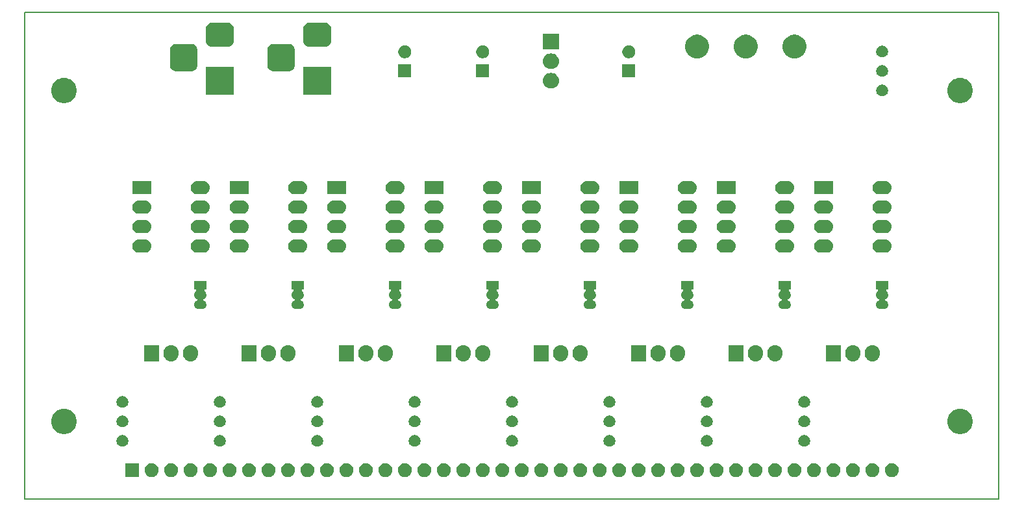
<source format=gbr>
From 19d7334d2912e8be3c1a4e5080f34c5b95876e3c Mon Sep 17 00:00:00 2001
From: Blaise Thompson <blaise@untzag.com>
Date: Fri, 7 May 2021 11:43:32 -0500
Subject: restructure galvanosynth

---
 galvanosyth/PCB/gerber/galvanosynth-B_Mask.gbr | 7826 ------------------------
 1 file changed, 7826 deletions(-)
 delete mode 100644 galvanosyth/PCB/gerber/galvanosynth-B_Mask.gbr

(limited to 'galvanosyth/PCB/gerber/galvanosynth-B_Mask.gbr')

diff --git a/galvanosyth/PCB/gerber/galvanosynth-B_Mask.gbr b/galvanosyth/PCB/gerber/galvanosynth-B_Mask.gbr
deleted file mode 100644
index abe02d1..0000000
--- a/galvanosyth/PCB/gerber/galvanosynth-B_Mask.gbr
+++ /dev/null
@@ -1,7826 +0,0 @@
-G04 #@! TF.GenerationSoftware,KiCad,Pcbnew,5.1.5+dfsg1-2*
-G04 #@! TF.CreationDate,2020-03-03T15:22:14-06:00*
-G04 #@! TF.ProjectId,galvanosynth,67616c76-616e-46f7-9379-6e74682e6b69,4.1.1*
-G04 #@! TF.SameCoordinates,Original*
-G04 #@! TF.FileFunction,Soldermask,Bot*
-G04 #@! TF.FilePolarity,Negative*
-%FSLAX46Y46*%
-G04 Gerber Fmt 4.6, Leading zero omitted, Abs format (unit mm)*
-G04 Created by KiCad (PCBNEW 5.1.5+dfsg1-2) date 2020-03-03 15:22:14*
-%MOMM*%
-%LPD*%
-G04 APERTURE LIST*
-%ADD10C,0.150000*%
-%ADD11C,0.100000*%
-G04 APERTURE END LIST*
-D10*
-X50800000Y-127000000D02*
-X177800000Y-127000000D01*
-X50800000Y-63500000D02*
-X177800000Y-63500000D01*
-X50800000Y-127000000D02*
-X50800000Y-63500000D01*
-X177800000Y-127000000D02*
-X177800000Y-63500000D01*
-D11*
-G36*
-X80123512Y-122293927D02*
-G01*
-X80272812Y-122323624D01*
-X80436784Y-122391544D01*
-X80584354Y-122490147D01*
-X80709853Y-122615646D01*
-X80808456Y-122763216D01*
-X80876376Y-122927188D01*
-X80911000Y-123101259D01*
-X80911000Y-123278741D01*
-X80876376Y-123452812D01*
-X80808456Y-123616784D01*
-X80709853Y-123764354D01*
-X80584354Y-123889853D01*
-X80436784Y-123988456D01*
-X80272812Y-124056376D01*
-X80123512Y-124086073D01*
-X80098742Y-124091000D01*
-X79921258Y-124091000D01*
-X79896488Y-124086073D01*
-X79747188Y-124056376D01*
-X79583216Y-123988456D01*
-X79435646Y-123889853D01*
-X79310147Y-123764354D01*
-X79211544Y-123616784D01*
-X79143624Y-123452812D01*
-X79109000Y-123278741D01*
-X79109000Y-123101259D01*
-X79143624Y-122927188D01*
-X79211544Y-122763216D01*
-X79310147Y-122615646D01*
-X79435646Y-122490147D01*
-X79583216Y-122391544D01*
-X79747188Y-122323624D01*
-X79896488Y-122293927D01*
-X79921258Y-122289000D01*
-X80098742Y-122289000D01*
-X80123512Y-122293927D01*
-G37*
-G36*
-X146163512Y-122293927D02*
-G01*
-X146312812Y-122323624D01*
-X146476784Y-122391544D01*
-X146624354Y-122490147D01*
-X146749853Y-122615646D01*
-X146848456Y-122763216D01*
-X146916376Y-122927188D01*
-X146951000Y-123101259D01*
-X146951000Y-123278741D01*
-X146916376Y-123452812D01*
-X146848456Y-123616784D01*
-X146749853Y-123764354D01*
-X146624354Y-123889853D01*
-X146476784Y-123988456D01*
-X146312812Y-124056376D01*
-X146163512Y-124086073D01*
-X146138742Y-124091000D01*
-X145961258Y-124091000D01*
-X145936488Y-124086073D01*
-X145787188Y-124056376D01*
-X145623216Y-123988456D01*
-X145475646Y-123889853D01*
-X145350147Y-123764354D01*
-X145251544Y-123616784D01*
-X145183624Y-123452812D01*
-X145149000Y-123278741D01*
-X145149000Y-123101259D01*
-X145183624Y-122927188D01*
-X145251544Y-122763216D01*
-X145350147Y-122615646D01*
-X145475646Y-122490147D01*
-X145623216Y-122391544D01*
-X145787188Y-122323624D01*
-X145936488Y-122293927D01*
-X145961258Y-122289000D01*
-X146138742Y-122289000D01*
-X146163512Y-122293927D01*
-G37*
-G36*
-X123303512Y-122293927D02*
-G01*
-X123452812Y-122323624D01*
-X123616784Y-122391544D01*
-X123764354Y-122490147D01*
-X123889853Y-122615646D01*
-X123988456Y-122763216D01*
-X124056376Y-122927188D01*
-X124091000Y-123101259D01*
-X124091000Y-123278741D01*
-X124056376Y-123452812D01*
-X123988456Y-123616784D01*
-X123889853Y-123764354D01*
-X123764354Y-123889853D01*
-X123616784Y-123988456D01*
-X123452812Y-124056376D01*
-X123303512Y-124086073D01*
-X123278742Y-124091000D01*
-X123101258Y-124091000D01*
-X123076488Y-124086073D01*
-X122927188Y-124056376D01*
-X122763216Y-123988456D01*
-X122615646Y-123889853D01*
-X122490147Y-123764354D01*
-X122391544Y-123616784D01*
-X122323624Y-123452812D01*
-X122289000Y-123278741D01*
-X122289000Y-123101259D01*
-X122323624Y-122927188D01*
-X122391544Y-122763216D01*
-X122490147Y-122615646D01*
-X122615646Y-122490147D01*
-X122763216Y-122391544D01*
-X122927188Y-122323624D01*
-X123076488Y-122293927D01*
-X123101258Y-122289000D01*
-X123278742Y-122289000D01*
-X123303512Y-122293927D01*
-G37*
-G36*
-X125843512Y-122293927D02*
-G01*
-X125992812Y-122323624D01*
-X126156784Y-122391544D01*
-X126304354Y-122490147D01*
-X126429853Y-122615646D01*
-X126528456Y-122763216D01*
-X126596376Y-122927188D01*
-X126631000Y-123101259D01*
-X126631000Y-123278741D01*
-X126596376Y-123452812D01*
-X126528456Y-123616784D01*
-X126429853Y-123764354D01*
-X126304354Y-123889853D01*
-X126156784Y-123988456D01*
-X125992812Y-124056376D01*
-X125843512Y-124086073D01*
-X125818742Y-124091000D01*
-X125641258Y-124091000D01*
-X125616488Y-124086073D01*
-X125467188Y-124056376D01*
-X125303216Y-123988456D01*
-X125155646Y-123889853D01*
-X125030147Y-123764354D01*
-X124931544Y-123616784D01*
-X124863624Y-123452812D01*
-X124829000Y-123278741D01*
-X124829000Y-123101259D01*
-X124863624Y-122927188D01*
-X124931544Y-122763216D01*
-X125030147Y-122615646D01*
-X125155646Y-122490147D01*
-X125303216Y-122391544D01*
-X125467188Y-122323624D01*
-X125616488Y-122293927D01*
-X125641258Y-122289000D01*
-X125818742Y-122289000D01*
-X125843512Y-122293927D01*
-G37*
-G36*
-X128383512Y-122293927D02*
-G01*
-X128532812Y-122323624D01*
-X128696784Y-122391544D01*
-X128844354Y-122490147D01*
-X128969853Y-122615646D01*
-X129068456Y-122763216D01*
-X129136376Y-122927188D01*
-X129171000Y-123101259D01*
-X129171000Y-123278741D01*
-X129136376Y-123452812D01*
-X129068456Y-123616784D01*
-X128969853Y-123764354D01*
-X128844354Y-123889853D01*
-X128696784Y-123988456D01*
-X128532812Y-124056376D01*
-X128383512Y-124086073D01*
-X128358742Y-124091000D01*
-X128181258Y-124091000D01*
-X128156488Y-124086073D01*
-X128007188Y-124056376D01*
-X127843216Y-123988456D01*
-X127695646Y-123889853D01*
-X127570147Y-123764354D01*
-X127471544Y-123616784D01*
-X127403624Y-123452812D01*
-X127369000Y-123278741D01*
-X127369000Y-123101259D01*
-X127403624Y-122927188D01*
-X127471544Y-122763216D01*
-X127570147Y-122615646D01*
-X127695646Y-122490147D01*
-X127843216Y-122391544D01*
-X128007188Y-122323624D01*
-X128156488Y-122293927D01*
-X128181258Y-122289000D01*
-X128358742Y-122289000D01*
-X128383512Y-122293927D01*
-G37*
-G36*
-X130923512Y-122293927D02*
-G01*
-X131072812Y-122323624D01*
-X131236784Y-122391544D01*
-X131384354Y-122490147D01*
-X131509853Y-122615646D01*
-X131608456Y-122763216D01*
-X131676376Y-122927188D01*
-X131711000Y-123101259D01*
-X131711000Y-123278741D01*
-X131676376Y-123452812D01*
-X131608456Y-123616784D01*
-X131509853Y-123764354D01*
-X131384354Y-123889853D01*
-X131236784Y-123988456D01*
-X131072812Y-124056376D01*
-X130923512Y-124086073D01*
-X130898742Y-124091000D01*
-X130721258Y-124091000D01*
-X130696488Y-124086073D01*
-X130547188Y-124056376D01*
-X130383216Y-123988456D01*
-X130235646Y-123889853D01*
-X130110147Y-123764354D01*
-X130011544Y-123616784D01*
-X129943624Y-123452812D01*
-X129909000Y-123278741D01*
-X129909000Y-123101259D01*
-X129943624Y-122927188D01*
-X130011544Y-122763216D01*
-X130110147Y-122615646D01*
-X130235646Y-122490147D01*
-X130383216Y-122391544D01*
-X130547188Y-122323624D01*
-X130696488Y-122293927D01*
-X130721258Y-122289000D01*
-X130898742Y-122289000D01*
-X130923512Y-122293927D01*
-G37*
-G36*
-X133463512Y-122293927D02*
-G01*
-X133612812Y-122323624D01*
-X133776784Y-122391544D01*
-X133924354Y-122490147D01*
-X134049853Y-122615646D01*
-X134148456Y-122763216D01*
-X134216376Y-122927188D01*
-X134251000Y-123101259D01*
-X134251000Y-123278741D01*
-X134216376Y-123452812D01*
-X134148456Y-123616784D01*
-X134049853Y-123764354D01*
-X133924354Y-123889853D01*
-X133776784Y-123988456D01*
-X133612812Y-124056376D01*
-X133463512Y-124086073D01*
-X133438742Y-124091000D01*
-X133261258Y-124091000D01*
-X133236488Y-124086073D01*
-X133087188Y-124056376D01*
-X132923216Y-123988456D01*
-X132775646Y-123889853D01*
-X132650147Y-123764354D01*
-X132551544Y-123616784D01*
-X132483624Y-123452812D01*
-X132449000Y-123278741D01*
-X132449000Y-123101259D01*
-X132483624Y-122927188D01*
-X132551544Y-122763216D01*
-X132650147Y-122615646D01*
-X132775646Y-122490147D01*
-X132923216Y-122391544D01*
-X133087188Y-122323624D01*
-X133236488Y-122293927D01*
-X133261258Y-122289000D01*
-X133438742Y-122289000D01*
-X133463512Y-122293927D01*
-G37*
-G36*
-X136003512Y-122293927D02*
-G01*
-X136152812Y-122323624D01*
-X136316784Y-122391544D01*
-X136464354Y-122490147D01*
-X136589853Y-122615646D01*
-X136688456Y-122763216D01*
-X136756376Y-122927188D01*
-X136791000Y-123101259D01*
-X136791000Y-123278741D01*
-X136756376Y-123452812D01*
-X136688456Y-123616784D01*
-X136589853Y-123764354D01*
-X136464354Y-123889853D01*
-X136316784Y-123988456D01*
-X136152812Y-124056376D01*
-X136003512Y-124086073D01*
-X135978742Y-124091000D01*
-X135801258Y-124091000D01*
-X135776488Y-124086073D01*
-X135627188Y-124056376D01*
-X135463216Y-123988456D01*
-X135315646Y-123889853D01*
-X135190147Y-123764354D01*
-X135091544Y-123616784D01*
-X135023624Y-123452812D01*
-X134989000Y-123278741D01*
-X134989000Y-123101259D01*
-X135023624Y-122927188D01*
-X135091544Y-122763216D01*
-X135190147Y-122615646D01*
-X135315646Y-122490147D01*
-X135463216Y-122391544D01*
-X135627188Y-122323624D01*
-X135776488Y-122293927D01*
-X135801258Y-122289000D01*
-X135978742Y-122289000D01*
-X136003512Y-122293927D01*
-G37*
-G36*
-X138543512Y-122293927D02*
-G01*
-X138692812Y-122323624D01*
-X138856784Y-122391544D01*
-X139004354Y-122490147D01*
-X139129853Y-122615646D01*
-X139228456Y-122763216D01*
-X139296376Y-122927188D01*
-X139331000Y-123101259D01*
-X139331000Y-123278741D01*
-X139296376Y-123452812D01*
-X139228456Y-123616784D01*
-X139129853Y-123764354D01*
-X139004354Y-123889853D01*
-X138856784Y-123988456D01*
-X138692812Y-124056376D01*
-X138543512Y-124086073D01*
-X138518742Y-124091000D01*
-X138341258Y-124091000D01*
-X138316488Y-124086073D01*
-X138167188Y-124056376D01*
-X138003216Y-123988456D01*
-X137855646Y-123889853D01*
-X137730147Y-123764354D01*
-X137631544Y-123616784D01*
-X137563624Y-123452812D01*
-X137529000Y-123278741D01*
-X137529000Y-123101259D01*
-X137563624Y-122927188D01*
-X137631544Y-122763216D01*
-X137730147Y-122615646D01*
-X137855646Y-122490147D01*
-X138003216Y-122391544D01*
-X138167188Y-122323624D01*
-X138316488Y-122293927D01*
-X138341258Y-122289000D01*
-X138518742Y-122289000D01*
-X138543512Y-122293927D01*
-G37*
-G36*
-X141083512Y-122293927D02*
-G01*
-X141232812Y-122323624D01*
-X141396784Y-122391544D01*
-X141544354Y-122490147D01*
-X141669853Y-122615646D01*
-X141768456Y-122763216D01*
-X141836376Y-122927188D01*
-X141871000Y-123101259D01*
-X141871000Y-123278741D01*
-X141836376Y-123452812D01*
-X141768456Y-123616784D01*
-X141669853Y-123764354D01*
-X141544354Y-123889853D01*
-X141396784Y-123988456D01*
-X141232812Y-124056376D01*
-X141083512Y-124086073D01*
-X141058742Y-124091000D01*
-X140881258Y-124091000D01*
-X140856488Y-124086073D01*
-X140707188Y-124056376D01*
-X140543216Y-123988456D01*
-X140395646Y-123889853D01*
-X140270147Y-123764354D01*
-X140171544Y-123616784D01*
-X140103624Y-123452812D01*
-X140069000Y-123278741D01*
-X140069000Y-123101259D01*
-X140103624Y-122927188D01*
-X140171544Y-122763216D01*
-X140270147Y-122615646D01*
-X140395646Y-122490147D01*
-X140543216Y-122391544D01*
-X140707188Y-122323624D01*
-X140856488Y-122293927D01*
-X140881258Y-122289000D01*
-X141058742Y-122289000D01*
-X141083512Y-122293927D01*
-G37*
-G36*
-X143623512Y-122293927D02*
-G01*
-X143772812Y-122323624D01*
-X143936784Y-122391544D01*
-X144084354Y-122490147D01*
-X144209853Y-122615646D01*
-X144308456Y-122763216D01*
-X144376376Y-122927188D01*
-X144411000Y-123101259D01*
-X144411000Y-123278741D01*
-X144376376Y-123452812D01*
-X144308456Y-123616784D01*
-X144209853Y-123764354D01*
-X144084354Y-123889853D01*
-X143936784Y-123988456D01*
-X143772812Y-124056376D01*
-X143623512Y-124086073D01*
-X143598742Y-124091000D01*
-X143421258Y-124091000D01*
-X143396488Y-124086073D01*
-X143247188Y-124056376D01*
-X143083216Y-123988456D01*
-X142935646Y-123889853D01*
-X142810147Y-123764354D01*
-X142711544Y-123616784D01*
-X142643624Y-123452812D01*
-X142609000Y-123278741D01*
-X142609000Y-123101259D01*
-X142643624Y-122927188D01*
-X142711544Y-122763216D01*
-X142810147Y-122615646D01*
-X142935646Y-122490147D01*
-X143083216Y-122391544D01*
-X143247188Y-122323624D01*
-X143396488Y-122293927D01*
-X143421258Y-122289000D01*
-X143598742Y-122289000D01*
-X143623512Y-122293927D01*
-G37*
-G36*
-X113143512Y-122293927D02*
-G01*
-X113292812Y-122323624D01*
-X113456784Y-122391544D01*
-X113604354Y-122490147D01*
-X113729853Y-122615646D01*
-X113828456Y-122763216D01*
-X113896376Y-122927188D01*
-X113931000Y-123101259D01*
-X113931000Y-123278741D01*
-X113896376Y-123452812D01*
-X113828456Y-123616784D01*
-X113729853Y-123764354D01*
-X113604354Y-123889853D01*
-X113456784Y-123988456D01*
-X113292812Y-124056376D01*
-X113143512Y-124086073D01*
-X113118742Y-124091000D01*
-X112941258Y-124091000D01*
-X112916488Y-124086073D01*
-X112767188Y-124056376D01*
-X112603216Y-123988456D01*
-X112455646Y-123889853D01*
-X112330147Y-123764354D01*
-X112231544Y-123616784D01*
-X112163624Y-123452812D01*
-X112129000Y-123278741D01*
-X112129000Y-123101259D01*
-X112163624Y-122927188D01*
-X112231544Y-122763216D01*
-X112330147Y-122615646D01*
-X112455646Y-122490147D01*
-X112603216Y-122391544D01*
-X112767188Y-122323624D01*
-X112916488Y-122293927D01*
-X112941258Y-122289000D01*
-X113118742Y-122289000D01*
-X113143512Y-122293927D01*
-G37*
-G36*
-X148703512Y-122293927D02*
-G01*
-X148852812Y-122323624D01*
-X149016784Y-122391544D01*
-X149164354Y-122490147D01*
-X149289853Y-122615646D01*
-X149388456Y-122763216D01*
-X149456376Y-122927188D01*
-X149491000Y-123101259D01*
-X149491000Y-123278741D01*
-X149456376Y-123452812D01*
-X149388456Y-123616784D01*
-X149289853Y-123764354D01*
-X149164354Y-123889853D01*
-X149016784Y-123988456D01*
-X148852812Y-124056376D01*
-X148703512Y-124086073D01*
-X148678742Y-124091000D01*
-X148501258Y-124091000D01*
-X148476488Y-124086073D01*
-X148327188Y-124056376D01*
-X148163216Y-123988456D01*
-X148015646Y-123889853D01*
-X147890147Y-123764354D01*
-X147791544Y-123616784D01*
-X147723624Y-123452812D01*
-X147689000Y-123278741D01*
-X147689000Y-123101259D01*
-X147723624Y-122927188D01*
-X147791544Y-122763216D01*
-X147890147Y-122615646D01*
-X148015646Y-122490147D01*
-X148163216Y-122391544D01*
-X148327188Y-122323624D01*
-X148476488Y-122293927D01*
-X148501258Y-122289000D01*
-X148678742Y-122289000D01*
-X148703512Y-122293927D01*
-G37*
-G36*
-X151243512Y-122293927D02*
-G01*
-X151392812Y-122323624D01*
-X151556784Y-122391544D01*
-X151704354Y-122490147D01*
-X151829853Y-122615646D01*
-X151928456Y-122763216D01*
-X151996376Y-122927188D01*
-X152031000Y-123101259D01*
-X152031000Y-123278741D01*
-X151996376Y-123452812D01*
-X151928456Y-123616784D01*
-X151829853Y-123764354D01*
-X151704354Y-123889853D01*
-X151556784Y-123988456D01*
-X151392812Y-124056376D01*
-X151243512Y-124086073D01*
-X151218742Y-124091000D01*
-X151041258Y-124091000D01*
-X151016488Y-124086073D01*
-X150867188Y-124056376D01*
-X150703216Y-123988456D01*
-X150555646Y-123889853D01*
-X150430147Y-123764354D01*
-X150331544Y-123616784D01*
-X150263624Y-123452812D01*
-X150229000Y-123278741D01*
-X150229000Y-123101259D01*
-X150263624Y-122927188D01*
-X150331544Y-122763216D01*
-X150430147Y-122615646D01*
-X150555646Y-122490147D01*
-X150703216Y-122391544D01*
-X150867188Y-122323624D01*
-X151016488Y-122293927D01*
-X151041258Y-122289000D01*
-X151218742Y-122289000D01*
-X151243512Y-122293927D01*
-G37*
-G36*
-X153783512Y-122293927D02*
-G01*
-X153932812Y-122323624D01*
-X154096784Y-122391544D01*
-X154244354Y-122490147D01*
-X154369853Y-122615646D01*
-X154468456Y-122763216D01*
-X154536376Y-122927188D01*
-X154571000Y-123101259D01*
-X154571000Y-123278741D01*
-X154536376Y-123452812D01*
-X154468456Y-123616784D01*
-X154369853Y-123764354D01*
-X154244354Y-123889853D01*
-X154096784Y-123988456D01*
-X153932812Y-124056376D01*
-X153783512Y-124086073D01*
-X153758742Y-124091000D01*
-X153581258Y-124091000D01*
-X153556488Y-124086073D01*
-X153407188Y-124056376D01*
-X153243216Y-123988456D01*
-X153095646Y-123889853D01*
-X152970147Y-123764354D01*
-X152871544Y-123616784D01*
-X152803624Y-123452812D01*
-X152769000Y-123278741D01*
-X152769000Y-123101259D01*
-X152803624Y-122927188D01*
-X152871544Y-122763216D01*
-X152970147Y-122615646D01*
-X153095646Y-122490147D01*
-X153243216Y-122391544D01*
-X153407188Y-122323624D01*
-X153556488Y-122293927D01*
-X153581258Y-122289000D01*
-X153758742Y-122289000D01*
-X153783512Y-122293927D01*
-G37*
-G36*
-X156323512Y-122293927D02*
-G01*
-X156472812Y-122323624D01*
-X156636784Y-122391544D01*
-X156784354Y-122490147D01*
-X156909853Y-122615646D01*
-X157008456Y-122763216D01*
-X157076376Y-122927188D01*
-X157111000Y-123101259D01*
-X157111000Y-123278741D01*
-X157076376Y-123452812D01*
-X157008456Y-123616784D01*
-X156909853Y-123764354D01*
-X156784354Y-123889853D01*
-X156636784Y-123988456D01*
-X156472812Y-124056376D01*
-X156323512Y-124086073D01*
-X156298742Y-124091000D01*
-X156121258Y-124091000D01*
-X156096488Y-124086073D01*
-X155947188Y-124056376D01*
-X155783216Y-123988456D01*
-X155635646Y-123889853D01*
-X155510147Y-123764354D01*
-X155411544Y-123616784D01*
-X155343624Y-123452812D01*
-X155309000Y-123278741D01*
-X155309000Y-123101259D01*
-X155343624Y-122927188D01*
-X155411544Y-122763216D01*
-X155510147Y-122615646D01*
-X155635646Y-122490147D01*
-X155783216Y-122391544D01*
-X155947188Y-122323624D01*
-X156096488Y-122293927D01*
-X156121258Y-122289000D01*
-X156298742Y-122289000D01*
-X156323512Y-122293927D01*
-G37*
-G36*
-X158863512Y-122293927D02*
-G01*
-X159012812Y-122323624D01*
-X159176784Y-122391544D01*
-X159324354Y-122490147D01*
-X159449853Y-122615646D01*
-X159548456Y-122763216D01*
-X159616376Y-122927188D01*
-X159651000Y-123101259D01*
-X159651000Y-123278741D01*
-X159616376Y-123452812D01*
-X159548456Y-123616784D01*
-X159449853Y-123764354D01*
-X159324354Y-123889853D01*
-X159176784Y-123988456D01*
-X159012812Y-124056376D01*
-X158863512Y-124086073D01*
-X158838742Y-124091000D01*
-X158661258Y-124091000D01*
-X158636488Y-124086073D01*
-X158487188Y-124056376D01*
-X158323216Y-123988456D01*
-X158175646Y-123889853D01*
-X158050147Y-123764354D01*
-X157951544Y-123616784D01*
-X157883624Y-123452812D01*
-X157849000Y-123278741D01*
-X157849000Y-123101259D01*
-X157883624Y-122927188D01*
-X157951544Y-122763216D01*
-X158050147Y-122615646D01*
-X158175646Y-122490147D01*
-X158323216Y-122391544D01*
-X158487188Y-122323624D01*
-X158636488Y-122293927D01*
-X158661258Y-122289000D01*
-X158838742Y-122289000D01*
-X158863512Y-122293927D01*
-G37*
-G36*
-X161403512Y-122293927D02*
-G01*
-X161552812Y-122323624D01*
-X161716784Y-122391544D01*
-X161864354Y-122490147D01*
-X161989853Y-122615646D01*
-X162088456Y-122763216D01*
-X162156376Y-122927188D01*
-X162191000Y-123101259D01*
-X162191000Y-123278741D01*
-X162156376Y-123452812D01*
-X162088456Y-123616784D01*
-X161989853Y-123764354D01*
-X161864354Y-123889853D01*
-X161716784Y-123988456D01*
-X161552812Y-124056376D01*
-X161403512Y-124086073D01*
-X161378742Y-124091000D01*
-X161201258Y-124091000D01*
-X161176488Y-124086073D01*
-X161027188Y-124056376D01*
-X160863216Y-123988456D01*
-X160715646Y-123889853D01*
-X160590147Y-123764354D01*
-X160491544Y-123616784D01*
-X160423624Y-123452812D01*
-X160389000Y-123278741D01*
-X160389000Y-123101259D01*
-X160423624Y-122927188D01*
-X160491544Y-122763216D01*
-X160590147Y-122615646D01*
-X160715646Y-122490147D01*
-X160863216Y-122391544D01*
-X161027188Y-122323624D01*
-X161176488Y-122293927D01*
-X161201258Y-122289000D01*
-X161378742Y-122289000D01*
-X161403512Y-122293927D01*
-G37*
-G36*
-X120763512Y-122293927D02*
-G01*
-X120912812Y-122323624D01*
-X121076784Y-122391544D01*
-X121224354Y-122490147D01*
-X121349853Y-122615646D01*
-X121448456Y-122763216D01*
-X121516376Y-122927188D01*
-X121551000Y-123101259D01*
-X121551000Y-123278741D01*
-X121516376Y-123452812D01*
-X121448456Y-123616784D01*
-X121349853Y-123764354D01*
-X121224354Y-123889853D01*
-X121076784Y-123988456D01*
-X120912812Y-124056376D01*
-X120763512Y-124086073D01*
-X120738742Y-124091000D01*
-X120561258Y-124091000D01*
-X120536488Y-124086073D01*
-X120387188Y-124056376D01*
-X120223216Y-123988456D01*
-X120075646Y-123889853D01*
-X119950147Y-123764354D01*
-X119851544Y-123616784D01*
-X119783624Y-123452812D01*
-X119749000Y-123278741D01*
-X119749000Y-123101259D01*
-X119783624Y-122927188D01*
-X119851544Y-122763216D01*
-X119950147Y-122615646D01*
-X120075646Y-122490147D01*
-X120223216Y-122391544D01*
-X120387188Y-122323624D01*
-X120536488Y-122293927D01*
-X120561258Y-122289000D01*
-X120738742Y-122289000D01*
-X120763512Y-122293927D01*
-G37*
-G36*
-X118223512Y-122293927D02*
-G01*
-X118372812Y-122323624D01*
-X118536784Y-122391544D01*
-X118684354Y-122490147D01*
-X118809853Y-122615646D01*
-X118908456Y-122763216D01*
-X118976376Y-122927188D01*
-X119011000Y-123101259D01*
-X119011000Y-123278741D01*
-X118976376Y-123452812D01*
-X118908456Y-123616784D01*
-X118809853Y-123764354D01*
-X118684354Y-123889853D01*
-X118536784Y-123988456D01*
-X118372812Y-124056376D01*
-X118223512Y-124086073D01*
-X118198742Y-124091000D01*
-X118021258Y-124091000D01*
-X117996488Y-124086073D01*
-X117847188Y-124056376D01*
-X117683216Y-123988456D01*
-X117535646Y-123889853D01*
-X117410147Y-123764354D01*
-X117311544Y-123616784D01*
-X117243624Y-123452812D01*
-X117209000Y-123278741D01*
-X117209000Y-123101259D01*
-X117243624Y-122927188D01*
-X117311544Y-122763216D01*
-X117410147Y-122615646D01*
-X117535646Y-122490147D01*
-X117683216Y-122391544D01*
-X117847188Y-122323624D01*
-X117996488Y-122293927D01*
-X118021258Y-122289000D01*
-X118198742Y-122289000D01*
-X118223512Y-122293927D01*
-G37*
-G36*
-X87743512Y-122293927D02*
-G01*
-X87892812Y-122323624D01*
-X88056784Y-122391544D01*
-X88204354Y-122490147D01*
-X88329853Y-122615646D01*
-X88428456Y-122763216D01*
-X88496376Y-122927188D01*
-X88531000Y-123101259D01*
-X88531000Y-123278741D01*
-X88496376Y-123452812D01*
-X88428456Y-123616784D01*
-X88329853Y-123764354D01*
-X88204354Y-123889853D01*
-X88056784Y-123988456D01*
-X87892812Y-124056376D01*
-X87743512Y-124086073D01*
-X87718742Y-124091000D01*
-X87541258Y-124091000D01*
-X87516488Y-124086073D01*
-X87367188Y-124056376D01*
-X87203216Y-123988456D01*
-X87055646Y-123889853D01*
-X86930147Y-123764354D01*
-X86831544Y-123616784D01*
-X86763624Y-123452812D01*
-X86729000Y-123278741D01*
-X86729000Y-123101259D01*
-X86763624Y-122927188D01*
-X86831544Y-122763216D01*
-X86930147Y-122615646D01*
-X87055646Y-122490147D01*
-X87203216Y-122391544D01*
-X87367188Y-122323624D01*
-X87516488Y-122293927D01*
-X87541258Y-122289000D01*
-X87718742Y-122289000D01*
-X87743512Y-122293927D01*
-G37*
-G36*
-X65671000Y-124091000D02*
-G01*
-X63869000Y-124091000D01*
-X63869000Y-122289000D01*
-X65671000Y-122289000D01*
-X65671000Y-124091000D01*
-G37*
-G36*
-X110603512Y-122293927D02*
-G01*
-X110752812Y-122323624D01*
-X110916784Y-122391544D01*
-X111064354Y-122490147D01*
-X111189853Y-122615646D01*
-X111288456Y-122763216D01*
-X111356376Y-122927188D01*
-X111391000Y-123101259D01*
-X111391000Y-123278741D01*
-X111356376Y-123452812D01*
-X111288456Y-123616784D01*
-X111189853Y-123764354D01*
-X111064354Y-123889853D01*
-X110916784Y-123988456D01*
-X110752812Y-124056376D01*
-X110603512Y-124086073D01*
-X110578742Y-124091000D01*
-X110401258Y-124091000D01*
-X110376488Y-124086073D01*
-X110227188Y-124056376D01*
-X110063216Y-123988456D01*
-X109915646Y-123889853D01*
-X109790147Y-123764354D01*
-X109691544Y-123616784D01*
-X109623624Y-123452812D01*
-X109589000Y-123278741D01*
-X109589000Y-123101259D01*
-X109623624Y-122927188D01*
-X109691544Y-122763216D01*
-X109790147Y-122615646D01*
-X109915646Y-122490147D01*
-X110063216Y-122391544D01*
-X110227188Y-122323624D01*
-X110376488Y-122293927D01*
-X110401258Y-122289000D01*
-X110578742Y-122289000D01*
-X110603512Y-122293927D01*
-G37*
-G36*
-X108063512Y-122293927D02*
-G01*
-X108212812Y-122323624D01*
-X108376784Y-122391544D01*
-X108524354Y-122490147D01*
-X108649853Y-122615646D01*
-X108748456Y-122763216D01*
-X108816376Y-122927188D01*
-X108851000Y-123101259D01*
-X108851000Y-123278741D01*
-X108816376Y-123452812D01*
-X108748456Y-123616784D01*
-X108649853Y-123764354D01*
-X108524354Y-123889853D01*
-X108376784Y-123988456D01*
-X108212812Y-124056376D01*
-X108063512Y-124086073D01*
-X108038742Y-124091000D01*
-X107861258Y-124091000D01*
-X107836488Y-124086073D01*
-X107687188Y-124056376D01*
-X107523216Y-123988456D01*
-X107375646Y-123889853D01*
-X107250147Y-123764354D01*
-X107151544Y-123616784D01*
-X107083624Y-123452812D01*
-X107049000Y-123278741D01*
-X107049000Y-123101259D01*
-X107083624Y-122927188D01*
-X107151544Y-122763216D01*
-X107250147Y-122615646D01*
-X107375646Y-122490147D01*
-X107523216Y-122391544D01*
-X107687188Y-122323624D01*
-X107836488Y-122293927D01*
-X107861258Y-122289000D01*
-X108038742Y-122289000D01*
-X108063512Y-122293927D01*
-G37*
-G36*
-X105523512Y-122293927D02*
-G01*
-X105672812Y-122323624D01*
-X105836784Y-122391544D01*
-X105984354Y-122490147D01*
-X106109853Y-122615646D01*
-X106208456Y-122763216D01*
-X106276376Y-122927188D01*
-X106311000Y-123101259D01*
-X106311000Y-123278741D01*
-X106276376Y-123452812D01*
-X106208456Y-123616784D01*
-X106109853Y-123764354D01*
-X105984354Y-123889853D01*
-X105836784Y-123988456D01*
-X105672812Y-124056376D01*
-X105523512Y-124086073D01*
-X105498742Y-124091000D01*
-X105321258Y-124091000D01*
-X105296488Y-124086073D01*
-X105147188Y-124056376D01*
-X104983216Y-123988456D01*
-X104835646Y-123889853D01*
-X104710147Y-123764354D01*
-X104611544Y-123616784D01*
-X104543624Y-123452812D01*
-X104509000Y-123278741D01*
-X104509000Y-123101259D01*
-X104543624Y-122927188D01*
-X104611544Y-122763216D01*
-X104710147Y-122615646D01*
-X104835646Y-122490147D01*
-X104983216Y-122391544D01*
-X105147188Y-122323624D01*
-X105296488Y-122293927D01*
-X105321258Y-122289000D01*
-X105498742Y-122289000D01*
-X105523512Y-122293927D01*
-G37*
-G36*
-X102983512Y-122293927D02*
-G01*
-X103132812Y-122323624D01*
-X103296784Y-122391544D01*
-X103444354Y-122490147D01*
-X103569853Y-122615646D01*
-X103668456Y-122763216D01*
-X103736376Y-122927188D01*
-X103771000Y-123101259D01*
-X103771000Y-123278741D01*
-X103736376Y-123452812D01*
-X103668456Y-123616784D01*
-X103569853Y-123764354D01*
-X103444354Y-123889853D01*
-X103296784Y-123988456D01*
-X103132812Y-124056376D01*
-X102983512Y-124086073D01*
-X102958742Y-124091000D01*
-X102781258Y-124091000D01*
-X102756488Y-124086073D01*
-X102607188Y-124056376D01*
-X102443216Y-123988456D01*
-X102295646Y-123889853D01*
-X102170147Y-123764354D01*
-X102071544Y-123616784D01*
-X102003624Y-123452812D01*
-X101969000Y-123278741D01*
-X101969000Y-123101259D01*
-X102003624Y-122927188D01*
-X102071544Y-122763216D01*
-X102170147Y-122615646D01*
-X102295646Y-122490147D01*
-X102443216Y-122391544D01*
-X102607188Y-122323624D01*
-X102756488Y-122293927D01*
-X102781258Y-122289000D01*
-X102958742Y-122289000D01*
-X102983512Y-122293927D01*
-G37*
-G36*
-X100443512Y-122293927D02*
-G01*
-X100592812Y-122323624D01*
-X100756784Y-122391544D01*
-X100904354Y-122490147D01*
-X101029853Y-122615646D01*
-X101128456Y-122763216D01*
-X101196376Y-122927188D01*
-X101231000Y-123101259D01*
-X101231000Y-123278741D01*
-X101196376Y-123452812D01*
-X101128456Y-123616784D01*
-X101029853Y-123764354D01*
-X100904354Y-123889853D01*
-X100756784Y-123988456D01*
-X100592812Y-124056376D01*
-X100443512Y-124086073D01*
-X100418742Y-124091000D01*
-X100241258Y-124091000D01*
-X100216488Y-124086073D01*
-X100067188Y-124056376D01*
-X99903216Y-123988456D01*
-X99755646Y-123889853D01*
-X99630147Y-123764354D01*
-X99531544Y-123616784D01*
-X99463624Y-123452812D01*
-X99429000Y-123278741D01*
-X99429000Y-123101259D01*
-X99463624Y-122927188D01*
-X99531544Y-122763216D01*
-X99630147Y-122615646D01*
-X99755646Y-122490147D01*
-X99903216Y-122391544D01*
-X100067188Y-122323624D01*
-X100216488Y-122293927D01*
-X100241258Y-122289000D01*
-X100418742Y-122289000D01*
-X100443512Y-122293927D01*
-G37*
-G36*
-X97903512Y-122293927D02*
-G01*
-X98052812Y-122323624D01*
-X98216784Y-122391544D01*
-X98364354Y-122490147D01*
-X98489853Y-122615646D01*
-X98588456Y-122763216D01*
-X98656376Y-122927188D01*
-X98691000Y-123101259D01*
-X98691000Y-123278741D01*
-X98656376Y-123452812D01*
-X98588456Y-123616784D01*
-X98489853Y-123764354D01*
-X98364354Y-123889853D01*
-X98216784Y-123988456D01*
-X98052812Y-124056376D01*
-X97903512Y-124086073D01*
-X97878742Y-124091000D01*
-X97701258Y-124091000D01*
-X97676488Y-124086073D01*
-X97527188Y-124056376D01*
-X97363216Y-123988456D01*
-X97215646Y-123889853D01*
-X97090147Y-123764354D01*
-X96991544Y-123616784D01*
-X96923624Y-123452812D01*
-X96889000Y-123278741D01*
-X96889000Y-123101259D01*
-X96923624Y-122927188D01*
-X96991544Y-122763216D01*
-X97090147Y-122615646D01*
-X97215646Y-122490147D01*
-X97363216Y-122391544D01*
-X97527188Y-122323624D01*
-X97676488Y-122293927D01*
-X97701258Y-122289000D01*
-X97878742Y-122289000D01*
-X97903512Y-122293927D01*
-G37*
-G36*
-X95363512Y-122293927D02*
-G01*
-X95512812Y-122323624D01*
-X95676784Y-122391544D01*
-X95824354Y-122490147D01*
-X95949853Y-122615646D01*
-X96048456Y-122763216D01*
-X96116376Y-122927188D01*
-X96151000Y-123101259D01*
-X96151000Y-123278741D01*
-X96116376Y-123452812D01*
-X96048456Y-123616784D01*
-X95949853Y-123764354D01*
-X95824354Y-123889853D01*
-X95676784Y-123988456D01*
-X95512812Y-124056376D01*
-X95363512Y-124086073D01*
-X95338742Y-124091000D01*
-X95161258Y-124091000D01*
-X95136488Y-124086073D01*
-X94987188Y-124056376D01*
-X94823216Y-123988456D01*
-X94675646Y-123889853D01*
-X94550147Y-123764354D01*
-X94451544Y-123616784D01*
-X94383624Y-123452812D01*
-X94349000Y-123278741D01*
-X94349000Y-123101259D01*
-X94383624Y-122927188D01*
-X94451544Y-122763216D01*
-X94550147Y-122615646D01*
-X94675646Y-122490147D01*
-X94823216Y-122391544D01*
-X94987188Y-122323624D01*
-X95136488Y-122293927D01*
-X95161258Y-122289000D01*
-X95338742Y-122289000D01*
-X95363512Y-122293927D01*
-G37*
-G36*
-X92823512Y-122293927D02*
-G01*
-X92972812Y-122323624D01*
-X93136784Y-122391544D01*
-X93284354Y-122490147D01*
-X93409853Y-122615646D01*
-X93508456Y-122763216D01*
-X93576376Y-122927188D01*
-X93611000Y-123101259D01*
-X93611000Y-123278741D01*
-X93576376Y-123452812D01*
-X93508456Y-123616784D01*
-X93409853Y-123764354D01*
-X93284354Y-123889853D01*
-X93136784Y-123988456D01*
-X92972812Y-124056376D01*
-X92823512Y-124086073D01*
-X92798742Y-124091000D01*
-X92621258Y-124091000D01*
-X92596488Y-124086073D01*
-X92447188Y-124056376D01*
-X92283216Y-123988456D01*
-X92135646Y-123889853D01*
-X92010147Y-123764354D01*
-X91911544Y-123616784D01*
-X91843624Y-123452812D01*
-X91809000Y-123278741D01*
-X91809000Y-123101259D01*
-X91843624Y-122927188D01*
-X91911544Y-122763216D01*
-X92010147Y-122615646D01*
-X92135646Y-122490147D01*
-X92283216Y-122391544D01*
-X92447188Y-122323624D01*
-X92596488Y-122293927D01*
-X92621258Y-122289000D01*
-X92798742Y-122289000D01*
-X92823512Y-122293927D01*
-G37*
-G36*
-X90283512Y-122293927D02*
-G01*
-X90432812Y-122323624D01*
-X90596784Y-122391544D01*
-X90744354Y-122490147D01*
-X90869853Y-122615646D01*
-X90968456Y-122763216D01*
-X91036376Y-122927188D01*
-X91071000Y-123101259D01*
-X91071000Y-123278741D01*
-X91036376Y-123452812D01*
-X90968456Y-123616784D01*
-X90869853Y-123764354D01*
-X90744354Y-123889853D01*
-X90596784Y-123988456D01*
-X90432812Y-124056376D01*
-X90283512Y-124086073D01*
-X90258742Y-124091000D01*
-X90081258Y-124091000D01*
-X90056488Y-124086073D01*
-X89907188Y-124056376D01*
-X89743216Y-123988456D01*
-X89595646Y-123889853D01*
-X89470147Y-123764354D01*
-X89371544Y-123616784D01*
-X89303624Y-123452812D01*
-X89269000Y-123278741D01*
-X89269000Y-123101259D01*
-X89303624Y-122927188D01*
-X89371544Y-122763216D01*
-X89470147Y-122615646D01*
-X89595646Y-122490147D01*
-X89743216Y-122391544D01*
-X89907188Y-122323624D01*
-X90056488Y-122293927D01*
-X90081258Y-122289000D01*
-X90258742Y-122289000D01*
-X90283512Y-122293927D01*
-G37*
-G36*
-X115683512Y-122293927D02*
-G01*
-X115832812Y-122323624D01*
-X115996784Y-122391544D01*
-X116144354Y-122490147D01*
-X116269853Y-122615646D01*
-X116368456Y-122763216D01*
-X116436376Y-122927188D01*
-X116471000Y-123101259D01*
-X116471000Y-123278741D01*
-X116436376Y-123452812D01*
-X116368456Y-123616784D01*
-X116269853Y-123764354D01*
-X116144354Y-123889853D01*
-X115996784Y-123988456D01*
-X115832812Y-124056376D01*
-X115683512Y-124086073D01*
-X115658742Y-124091000D01*
-X115481258Y-124091000D01*
-X115456488Y-124086073D01*
-X115307188Y-124056376D01*
-X115143216Y-123988456D01*
-X114995646Y-123889853D01*
-X114870147Y-123764354D01*
-X114771544Y-123616784D01*
-X114703624Y-123452812D01*
-X114669000Y-123278741D01*
-X114669000Y-123101259D01*
-X114703624Y-122927188D01*
-X114771544Y-122763216D01*
-X114870147Y-122615646D01*
-X114995646Y-122490147D01*
-X115143216Y-122391544D01*
-X115307188Y-122323624D01*
-X115456488Y-122293927D01*
-X115481258Y-122289000D01*
-X115658742Y-122289000D01*
-X115683512Y-122293927D01*
-G37*
-G36*
-X85203512Y-122293927D02*
-G01*
-X85352812Y-122323624D01*
-X85516784Y-122391544D01*
-X85664354Y-122490147D01*
-X85789853Y-122615646D01*
-X85888456Y-122763216D01*
-X85956376Y-122927188D01*
-X85991000Y-123101259D01*
-X85991000Y-123278741D01*
-X85956376Y-123452812D01*
-X85888456Y-123616784D01*
-X85789853Y-123764354D01*
-X85664354Y-123889853D01*
-X85516784Y-123988456D01*
-X85352812Y-124056376D01*
-X85203512Y-124086073D01*
-X85178742Y-124091000D01*
-X85001258Y-124091000D01*
-X84976488Y-124086073D01*
-X84827188Y-124056376D01*
-X84663216Y-123988456D01*
-X84515646Y-123889853D01*
-X84390147Y-123764354D01*
-X84291544Y-123616784D01*
-X84223624Y-123452812D01*
-X84189000Y-123278741D01*
-X84189000Y-123101259D01*
-X84223624Y-122927188D01*
-X84291544Y-122763216D01*
-X84390147Y-122615646D01*
-X84515646Y-122490147D01*
-X84663216Y-122391544D01*
-X84827188Y-122323624D01*
-X84976488Y-122293927D01*
-X85001258Y-122289000D01*
-X85178742Y-122289000D01*
-X85203512Y-122293927D01*
-G37*
-G36*
-X82663512Y-122293927D02*
-G01*
-X82812812Y-122323624D01*
-X82976784Y-122391544D01*
-X83124354Y-122490147D01*
-X83249853Y-122615646D01*
-X83348456Y-122763216D01*
-X83416376Y-122927188D01*
-X83451000Y-123101259D01*
-X83451000Y-123278741D01*
-X83416376Y-123452812D01*
-X83348456Y-123616784D01*
-X83249853Y-123764354D01*
-X83124354Y-123889853D01*
-X82976784Y-123988456D01*
-X82812812Y-124056376D01*
-X82663512Y-124086073D01*
-X82638742Y-124091000D01*
-X82461258Y-124091000D01*
-X82436488Y-124086073D01*
-X82287188Y-124056376D01*
-X82123216Y-123988456D01*
-X81975646Y-123889853D01*
-X81850147Y-123764354D01*
-X81751544Y-123616784D01*
-X81683624Y-123452812D01*
-X81649000Y-123278741D01*
-X81649000Y-123101259D01*
-X81683624Y-122927188D01*
-X81751544Y-122763216D01*
-X81850147Y-122615646D01*
-X81975646Y-122490147D01*
-X82123216Y-122391544D01*
-X82287188Y-122323624D01*
-X82436488Y-122293927D01*
-X82461258Y-122289000D01*
-X82638742Y-122289000D01*
-X82663512Y-122293927D01*
-G37*
-G36*
-X77583512Y-122293927D02*
-G01*
-X77732812Y-122323624D01*
-X77896784Y-122391544D01*
-X78044354Y-122490147D01*
-X78169853Y-122615646D01*
-X78268456Y-122763216D01*
-X78336376Y-122927188D01*
-X78371000Y-123101259D01*
-X78371000Y-123278741D01*
-X78336376Y-123452812D01*
-X78268456Y-123616784D01*
-X78169853Y-123764354D01*
-X78044354Y-123889853D01*
-X77896784Y-123988456D01*
-X77732812Y-124056376D01*
-X77583512Y-124086073D01*
-X77558742Y-124091000D01*
-X77381258Y-124091000D01*
-X77356488Y-124086073D01*
-X77207188Y-124056376D01*
-X77043216Y-123988456D01*
-X76895646Y-123889853D01*
-X76770147Y-123764354D01*
-X76671544Y-123616784D01*
-X76603624Y-123452812D01*
-X76569000Y-123278741D01*
-X76569000Y-123101259D01*
-X76603624Y-122927188D01*
-X76671544Y-122763216D01*
-X76770147Y-122615646D01*
-X76895646Y-122490147D01*
-X77043216Y-122391544D01*
-X77207188Y-122323624D01*
-X77356488Y-122293927D01*
-X77381258Y-122289000D01*
-X77558742Y-122289000D01*
-X77583512Y-122293927D01*
-G37*
-G36*
-X75043512Y-122293927D02*
-G01*
-X75192812Y-122323624D01*
-X75356784Y-122391544D01*
-X75504354Y-122490147D01*
-X75629853Y-122615646D01*
-X75728456Y-122763216D01*
-X75796376Y-122927188D01*
-X75831000Y-123101259D01*
-X75831000Y-123278741D01*
-X75796376Y-123452812D01*
-X75728456Y-123616784D01*
-X75629853Y-123764354D01*
-X75504354Y-123889853D01*
-X75356784Y-123988456D01*
-X75192812Y-124056376D01*
-X75043512Y-124086073D01*
-X75018742Y-124091000D01*
-X74841258Y-124091000D01*
-X74816488Y-124086073D01*
-X74667188Y-124056376D01*
-X74503216Y-123988456D01*
-X74355646Y-123889853D01*
-X74230147Y-123764354D01*
-X74131544Y-123616784D01*
-X74063624Y-123452812D01*
-X74029000Y-123278741D01*
-X74029000Y-123101259D01*
-X74063624Y-122927188D01*
-X74131544Y-122763216D01*
-X74230147Y-122615646D01*
-X74355646Y-122490147D01*
-X74503216Y-122391544D01*
-X74667188Y-122323624D01*
-X74816488Y-122293927D01*
-X74841258Y-122289000D01*
-X75018742Y-122289000D01*
-X75043512Y-122293927D01*
-G37*
-G36*
-X72503512Y-122293927D02*
-G01*
-X72652812Y-122323624D01*
-X72816784Y-122391544D01*
-X72964354Y-122490147D01*
-X73089853Y-122615646D01*
-X73188456Y-122763216D01*
-X73256376Y-122927188D01*
-X73291000Y-123101259D01*
-X73291000Y-123278741D01*
-X73256376Y-123452812D01*
-X73188456Y-123616784D01*
-X73089853Y-123764354D01*
-X72964354Y-123889853D01*
-X72816784Y-123988456D01*
-X72652812Y-124056376D01*
-X72503512Y-124086073D01*
-X72478742Y-124091000D01*
-X72301258Y-124091000D01*
-X72276488Y-124086073D01*
-X72127188Y-124056376D01*
-X71963216Y-123988456D01*
-X71815646Y-123889853D01*
-X71690147Y-123764354D01*
-X71591544Y-123616784D01*
-X71523624Y-123452812D01*
-X71489000Y-123278741D01*
-X71489000Y-123101259D01*
-X71523624Y-122927188D01*
-X71591544Y-122763216D01*
-X71690147Y-122615646D01*
-X71815646Y-122490147D01*
-X71963216Y-122391544D01*
-X72127188Y-122323624D01*
-X72276488Y-122293927D01*
-X72301258Y-122289000D01*
-X72478742Y-122289000D01*
-X72503512Y-122293927D01*
-G37*
-G36*
-X69963512Y-122293927D02*
-G01*
-X70112812Y-122323624D01*
-X70276784Y-122391544D01*
-X70424354Y-122490147D01*
-X70549853Y-122615646D01*
-X70648456Y-122763216D01*
-X70716376Y-122927188D01*
-X70751000Y-123101259D01*
-X70751000Y-123278741D01*
-X70716376Y-123452812D01*
-X70648456Y-123616784D01*
-X70549853Y-123764354D01*
-X70424354Y-123889853D01*
-X70276784Y-123988456D01*
-X70112812Y-124056376D01*
-X69963512Y-124086073D01*
-X69938742Y-124091000D01*
-X69761258Y-124091000D01*
-X69736488Y-124086073D01*
-X69587188Y-124056376D01*
-X69423216Y-123988456D01*
-X69275646Y-123889853D01*
-X69150147Y-123764354D01*
-X69051544Y-123616784D01*
-X68983624Y-123452812D01*
-X68949000Y-123278741D01*
-X68949000Y-123101259D01*
-X68983624Y-122927188D01*
-X69051544Y-122763216D01*
-X69150147Y-122615646D01*
-X69275646Y-122490147D01*
-X69423216Y-122391544D01*
-X69587188Y-122323624D01*
-X69736488Y-122293927D01*
-X69761258Y-122289000D01*
-X69938742Y-122289000D01*
-X69963512Y-122293927D01*
-G37*
-G36*
-X67423512Y-122293927D02*
-G01*
-X67572812Y-122323624D01*
-X67736784Y-122391544D01*
-X67884354Y-122490147D01*
-X68009853Y-122615646D01*
-X68108456Y-122763216D01*
-X68176376Y-122927188D01*
-X68211000Y-123101259D01*
-X68211000Y-123278741D01*
-X68176376Y-123452812D01*
-X68108456Y-123616784D01*
-X68009853Y-123764354D01*
-X67884354Y-123889853D01*
-X67736784Y-123988456D01*
-X67572812Y-124056376D01*
-X67423512Y-124086073D01*
-X67398742Y-124091000D01*
-X67221258Y-124091000D01*
-X67196488Y-124086073D01*
-X67047188Y-124056376D01*
-X66883216Y-123988456D01*
-X66735646Y-123889853D01*
-X66610147Y-123764354D01*
-X66511544Y-123616784D01*
-X66443624Y-123452812D01*
-X66409000Y-123278741D01*
-X66409000Y-123101259D01*
-X66443624Y-122927188D01*
-X66511544Y-122763216D01*
-X66610147Y-122615646D01*
-X66735646Y-122490147D01*
-X66883216Y-122391544D01*
-X67047188Y-122323624D01*
-X67196488Y-122293927D01*
-X67221258Y-122289000D01*
-X67398742Y-122289000D01*
-X67423512Y-122293927D01*
-G37*
-G36*
-X163943512Y-122293927D02*
-G01*
-X164092812Y-122323624D01*
-X164256784Y-122391544D01*
-X164404354Y-122490147D01*
-X164529853Y-122615646D01*
-X164628456Y-122763216D01*
-X164696376Y-122927188D01*
-X164731000Y-123101259D01*
-X164731000Y-123278741D01*
-X164696376Y-123452812D01*
-X164628456Y-123616784D01*
-X164529853Y-123764354D01*
-X164404354Y-123889853D01*
-X164256784Y-123988456D01*
-X164092812Y-124056376D01*
-X163943512Y-124086073D01*
-X163918742Y-124091000D01*
-X163741258Y-124091000D01*
-X163716488Y-124086073D01*
-X163567188Y-124056376D01*
-X163403216Y-123988456D01*
-X163255646Y-123889853D01*
-X163130147Y-123764354D01*
-X163031544Y-123616784D01*
-X162963624Y-123452812D01*
-X162929000Y-123278741D01*
-X162929000Y-123101259D01*
-X162963624Y-122927188D01*
-X163031544Y-122763216D01*
-X163130147Y-122615646D01*
-X163255646Y-122490147D01*
-X163403216Y-122391544D01*
-X163567188Y-122323624D01*
-X163716488Y-122293927D01*
-X163741258Y-122289000D01*
-X163918742Y-122289000D01*
-X163943512Y-122293927D01*
-G37*
-G36*
-X63625589Y-118618876D02*
-G01*
-X63724893Y-118638629D01*
-X63865206Y-118696748D01*
-X63991484Y-118781125D01*
-X64098875Y-118888516D01*
-X64183252Y-119014794D01*
-X64241371Y-119155107D01*
-X64271000Y-119304063D01*
-X64271000Y-119455937D01*
-X64241371Y-119604893D01*
-X64183252Y-119745206D01*
-X64098875Y-119871484D01*
-X63991484Y-119978875D01*
-X63865206Y-120063252D01*
-X63724893Y-120121371D01*
-X63625589Y-120141124D01*
-X63575938Y-120151000D01*
-X63424062Y-120151000D01*
-X63374411Y-120141124D01*
-X63275107Y-120121371D01*
-X63134794Y-120063252D01*
-X63008516Y-119978875D01*
-X62901125Y-119871484D01*
-X62816748Y-119745206D01*
-X62758629Y-119604893D01*
-X62729000Y-119455937D01*
-X62729000Y-119304063D01*
-X62758629Y-119155107D01*
-X62816748Y-119014794D01*
-X62901125Y-118888516D01*
-X63008516Y-118781125D01*
-X63134794Y-118696748D01*
-X63275107Y-118638629D01*
-X63374411Y-118618876D01*
-X63424062Y-118609000D01*
-X63575938Y-118609000D01*
-X63625589Y-118618876D01*
-G37*
-G36*
-X114425589Y-118618876D02*
-G01*
-X114524893Y-118638629D01*
-X114665206Y-118696748D01*
-X114791484Y-118781125D01*
-X114898875Y-118888516D01*
-X114983252Y-119014794D01*
-X115041371Y-119155107D01*
-X115071000Y-119304063D01*
-X115071000Y-119455937D01*
-X115041371Y-119604893D01*
-X114983252Y-119745206D01*
-X114898875Y-119871484D01*
-X114791484Y-119978875D01*
-X114665206Y-120063252D01*
-X114524893Y-120121371D01*
-X114425589Y-120141124D01*
-X114375938Y-120151000D01*
-X114224062Y-120151000D01*
-X114174411Y-120141124D01*
-X114075107Y-120121371D01*
-X113934794Y-120063252D01*
-X113808516Y-119978875D01*
-X113701125Y-119871484D01*
-X113616748Y-119745206D01*
-X113558629Y-119604893D01*
-X113529000Y-119455937D01*
-X113529000Y-119304063D01*
-X113558629Y-119155107D01*
-X113616748Y-119014794D01*
-X113701125Y-118888516D01*
-X113808516Y-118781125D01*
-X113934794Y-118696748D01*
-X114075107Y-118638629D01*
-X114174411Y-118618876D01*
-X114224062Y-118609000D01*
-X114375938Y-118609000D01*
-X114425589Y-118618876D01*
-G37*
-G36*
-X89025589Y-118618876D02*
-G01*
-X89124893Y-118638629D01*
-X89265206Y-118696748D01*
-X89391484Y-118781125D01*
-X89498875Y-118888516D01*
-X89583252Y-119014794D01*
-X89641371Y-119155107D01*
-X89671000Y-119304063D01*
-X89671000Y-119455937D01*
-X89641371Y-119604893D01*
-X89583252Y-119745206D01*
-X89498875Y-119871484D01*
-X89391484Y-119978875D01*
-X89265206Y-120063252D01*
-X89124893Y-120121371D01*
-X89025589Y-120141124D01*
-X88975938Y-120151000D01*
-X88824062Y-120151000D01*
-X88774411Y-120141124D01*
-X88675107Y-120121371D01*
-X88534794Y-120063252D01*
-X88408516Y-119978875D01*
-X88301125Y-119871484D01*
-X88216748Y-119745206D01*
-X88158629Y-119604893D01*
-X88129000Y-119455937D01*
-X88129000Y-119304063D01*
-X88158629Y-119155107D01*
-X88216748Y-119014794D01*
-X88301125Y-118888516D01*
-X88408516Y-118781125D01*
-X88534794Y-118696748D01*
-X88675107Y-118638629D01*
-X88774411Y-118618876D01*
-X88824062Y-118609000D01*
-X88975938Y-118609000D01*
-X89025589Y-118618876D01*
-G37*
-G36*
-X101725589Y-118618876D02*
-G01*
-X101824893Y-118638629D01*
-X101965206Y-118696748D01*
-X102091484Y-118781125D01*
-X102198875Y-118888516D01*
-X102283252Y-119014794D01*
-X102341371Y-119155107D01*
-X102371000Y-119304063D01*
-X102371000Y-119455937D01*
-X102341371Y-119604893D01*
-X102283252Y-119745206D01*
-X102198875Y-119871484D01*
-X102091484Y-119978875D01*
-X101965206Y-120063252D01*
-X101824893Y-120121371D01*
-X101725589Y-120141124D01*
-X101675938Y-120151000D01*
-X101524062Y-120151000D01*
-X101474411Y-120141124D01*
-X101375107Y-120121371D01*
-X101234794Y-120063252D01*
-X101108516Y-119978875D01*
-X101001125Y-119871484D01*
-X100916748Y-119745206D01*
-X100858629Y-119604893D01*
-X100829000Y-119455937D01*
-X100829000Y-119304063D01*
-X100858629Y-119155107D01*
-X100916748Y-119014794D01*
-X101001125Y-118888516D01*
-X101108516Y-118781125D01*
-X101234794Y-118696748D01*
-X101375107Y-118638629D01*
-X101474411Y-118618876D01*
-X101524062Y-118609000D01*
-X101675938Y-118609000D01*
-X101725589Y-118618876D01*
-G37*
-G36*
-X139825589Y-118618876D02*
-G01*
-X139924893Y-118638629D01*
-X140065206Y-118696748D01*
-X140191484Y-118781125D01*
-X140298875Y-118888516D01*
-X140383252Y-119014794D01*
-X140441371Y-119155107D01*
-X140471000Y-119304063D01*
-X140471000Y-119455937D01*
-X140441371Y-119604893D01*
-X140383252Y-119745206D01*
-X140298875Y-119871484D01*
-X140191484Y-119978875D01*
-X140065206Y-120063252D01*
-X139924893Y-120121371D01*
-X139825589Y-120141124D01*
-X139775938Y-120151000D01*
-X139624062Y-120151000D01*
-X139574411Y-120141124D01*
-X139475107Y-120121371D01*
-X139334794Y-120063252D01*
-X139208516Y-119978875D01*
-X139101125Y-119871484D01*
-X139016748Y-119745206D01*
-X138958629Y-119604893D01*
-X138929000Y-119455937D01*
-X138929000Y-119304063D01*
-X138958629Y-119155107D01*
-X139016748Y-119014794D01*
-X139101125Y-118888516D01*
-X139208516Y-118781125D01*
-X139334794Y-118696748D01*
-X139475107Y-118638629D01*
-X139574411Y-118618876D01*
-X139624062Y-118609000D01*
-X139775938Y-118609000D01*
-X139825589Y-118618876D01*
-G37*
-G36*
-X127125589Y-118618876D02*
-G01*
-X127224893Y-118638629D01*
-X127365206Y-118696748D01*
-X127491484Y-118781125D01*
-X127598875Y-118888516D01*
-X127683252Y-119014794D01*
-X127741371Y-119155107D01*
-X127771000Y-119304063D01*
-X127771000Y-119455937D01*
-X127741371Y-119604893D01*
-X127683252Y-119745206D01*
-X127598875Y-119871484D01*
-X127491484Y-119978875D01*
-X127365206Y-120063252D01*
-X127224893Y-120121371D01*
-X127125589Y-120141124D01*
-X127075938Y-120151000D01*
-X126924062Y-120151000D01*
-X126874411Y-120141124D01*
-X126775107Y-120121371D01*
-X126634794Y-120063252D01*
-X126508516Y-119978875D01*
-X126401125Y-119871484D01*
-X126316748Y-119745206D01*
-X126258629Y-119604893D01*
-X126229000Y-119455937D01*
-X126229000Y-119304063D01*
-X126258629Y-119155107D01*
-X126316748Y-119014794D01*
-X126401125Y-118888516D01*
-X126508516Y-118781125D01*
-X126634794Y-118696748D01*
-X126775107Y-118638629D01*
-X126874411Y-118618876D01*
-X126924062Y-118609000D01*
-X127075938Y-118609000D01*
-X127125589Y-118618876D01*
-G37*
-G36*
-X152525589Y-118618876D02*
-G01*
-X152624893Y-118638629D01*
-X152765206Y-118696748D01*
-X152891484Y-118781125D01*
-X152998875Y-118888516D01*
-X153083252Y-119014794D01*
-X153141371Y-119155107D01*
-X153171000Y-119304063D01*
-X153171000Y-119455937D01*
-X153141371Y-119604893D01*
-X153083252Y-119745206D01*
-X152998875Y-119871484D01*
-X152891484Y-119978875D01*
-X152765206Y-120063252D01*
-X152624893Y-120121371D01*
-X152525589Y-120141124D01*
-X152475938Y-120151000D01*
-X152324062Y-120151000D01*
-X152274411Y-120141124D01*
-X152175107Y-120121371D01*
-X152034794Y-120063252D01*
-X151908516Y-119978875D01*
-X151801125Y-119871484D01*
-X151716748Y-119745206D01*
-X151658629Y-119604893D01*
-X151629000Y-119455937D01*
-X151629000Y-119304063D01*
-X151658629Y-119155107D01*
-X151716748Y-119014794D01*
-X151801125Y-118888516D01*
-X151908516Y-118781125D01*
-X152034794Y-118696748D01*
-X152175107Y-118638629D01*
-X152274411Y-118618876D01*
-X152324062Y-118609000D01*
-X152475938Y-118609000D01*
-X152525589Y-118618876D01*
-G37*
-G36*
-X76325589Y-118618876D02*
-G01*
-X76424893Y-118638629D01*
-X76565206Y-118696748D01*
-X76691484Y-118781125D01*
-X76798875Y-118888516D01*
-X76883252Y-119014794D01*
-X76941371Y-119155107D01*
-X76971000Y-119304063D01*
-X76971000Y-119455937D01*
-X76941371Y-119604893D01*
-X76883252Y-119745206D01*
-X76798875Y-119871484D01*
-X76691484Y-119978875D01*
-X76565206Y-120063252D01*
-X76424893Y-120121371D01*
-X76325589Y-120141124D01*
-X76275938Y-120151000D01*
-X76124062Y-120151000D01*
-X76074411Y-120141124D01*
-X75975107Y-120121371D01*
-X75834794Y-120063252D01*
-X75708516Y-119978875D01*
-X75601125Y-119871484D01*
-X75516748Y-119745206D01*
-X75458629Y-119604893D01*
-X75429000Y-119455937D01*
-X75429000Y-119304063D01*
-X75458629Y-119155107D01*
-X75516748Y-119014794D01*
-X75601125Y-118888516D01*
-X75708516Y-118781125D01*
-X75834794Y-118696748D01*
-X75975107Y-118638629D01*
-X76074411Y-118618876D01*
-X76124062Y-118609000D01*
-X76275938Y-118609000D01*
-X76325589Y-118618876D01*
-G37*
-G36*
-X173095256Y-115231298D02*
-G01*
-X173201579Y-115252447D01*
-X173502042Y-115376903D01*
-X173772451Y-115557585D01*
-X174002415Y-115787549D01*
-X174183097Y-116057958D01*
-X174303451Y-116348517D01*
-X174307553Y-116358422D01*
-X174371000Y-116677389D01*
-X174371000Y-117002611D01*
-X174358611Y-117064893D01*
-X174307553Y-117321579D01*
-X174183097Y-117622042D01*
-X174002415Y-117892451D01*
-X173772451Y-118122415D01*
-X173502042Y-118303097D01*
-X173201579Y-118427553D01*
-X173095256Y-118448702D01*
-X172882611Y-118491000D01*
-X172557389Y-118491000D01*
-X172344744Y-118448702D01*
-X172238421Y-118427553D01*
-X171937958Y-118303097D01*
-X171667549Y-118122415D01*
-X171437585Y-117892451D01*
-X171256903Y-117622042D01*
-X171132447Y-117321579D01*
-X171081389Y-117064893D01*
-X171069000Y-117002611D01*
-X171069000Y-116677389D01*
-X171132447Y-116358422D01*
-X171136550Y-116348517D01*
-X171256903Y-116057958D01*
-X171437585Y-115787549D01*
-X171667549Y-115557585D01*
-X171937958Y-115376903D01*
-X172238421Y-115252447D01*
-X172344744Y-115231298D01*
-X172557389Y-115189000D01*
-X172882611Y-115189000D01*
-X173095256Y-115231298D01*
-G37*
-G36*
-X56255256Y-115231298D02*
-G01*
-X56361579Y-115252447D01*
-X56662042Y-115376903D01*
-X56932451Y-115557585D01*
-X57162415Y-115787549D01*
-X57343097Y-116057958D01*
-X57463451Y-116348517D01*
-X57467553Y-116358422D01*
-X57531000Y-116677389D01*
-X57531000Y-117002611D01*
-X57518611Y-117064893D01*
-X57467553Y-117321579D01*
-X57343097Y-117622042D01*
-X57162415Y-117892451D01*
-X56932451Y-118122415D01*
-X56662042Y-118303097D01*
-X56361579Y-118427553D01*
-X56255256Y-118448702D01*
-X56042611Y-118491000D01*
-X55717389Y-118491000D01*
-X55504744Y-118448702D01*
-X55398421Y-118427553D01*
-X55097958Y-118303097D01*
-X54827549Y-118122415D01*
-X54597585Y-117892451D01*
-X54416903Y-117622042D01*
-X54292447Y-117321579D01*
-X54241389Y-117064893D01*
-X54229000Y-117002611D01*
-X54229000Y-116677389D01*
-X54292447Y-116358422D01*
-X54296550Y-116348517D01*
-X54416903Y-116057958D01*
-X54597585Y-115787549D01*
-X54827549Y-115557585D01*
-X55097958Y-115376903D01*
-X55398421Y-115252447D01*
-X55504744Y-115231298D01*
-X55717389Y-115189000D01*
-X56042611Y-115189000D01*
-X56255256Y-115231298D01*
-G37*
-G36*
-X89025589Y-116078876D02*
-G01*
-X89124893Y-116098629D01*
-X89265206Y-116156748D01*
-X89391484Y-116241125D01*
-X89498875Y-116348516D01*
-X89583252Y-116474794D01*
-X89641371Y-116615107D01*
-X89671000Y-116764063D01*
-X89671000Y-116915937D01*
-X89641371Y-117064893D01*
-X89583252Y-117205206D01*
-X89498875Y-117331484D01*
-X89391484Y-117438875D01*
-X89265206Y-117523252D01*
-X89124893Y-117581371D01*
-X89025589Y-117601124D01*
-X88975938Y-117611000D01*
-X88824062Y-117611000D01*
-X88774411Y-117601124D01*
-X88675107Y-117581371D01*
-X88534794Y-117523252D01*
-X88408516Y-117438875D01*
-X88301125Y-117331484D01*
-X88216748Y-117205206D01*
-X88158629Y-117064893D01*
-X88129000Y-116915937D01*
-X88129000Y-116764063D01*
-X88158629Y-116615107D01*
-X88216748Y-116474794D01*
-X88301125Y-116348516D01*
-X88408516Y-116241125D01*
-X88534794Y-116156748D01*
-X88675107Y-116098629D01*
-X88774411Y-116078876D01*
-X88824062Y-116069000D01*
-X88975938Y-116069000D01*
-X89025589Y-116078876D01*
-G37*
-G36*
-X63625589Y-116078876D02*
-G01*
-X63724893Y-116098629D01*
-X63865206Y-116156748D01*
-X63991484Y-116241125D01*
-X64098875Y-116348516D01*
-X64183252Y-116474794D01*
-X64241371Y-116615107D01*
-X64271000Y-116764063D01*
-X64271000Y-116915937D01*
-X64241371Y-117064893D01*
-X64183252Y-117205206D01*
-X64098875Y-117331484D01*
-X63991484Y-117438875D01*
-X63865206Y-117523252D01*
-X63724893Y-117581371D01*
-X63625589Y-117601124D01*
-X63575938Y-117611000D01*
-X63424062Y-117611000D01*
-X63374411Y-117601124D01*
-X63275107Y-117581371D01*
-X63134794Y-117523252D01*
-X63008516Y-117438875D01*
-X62901125Y-117331484D01*
-X62816748Y-117205206D01*
-X62758629Y-117064893D01*
-X62729000Y-116915937D01*
-X62729000Y-116764063D01*
-X62758629Y-116615107D01*
-X62816748Y-116474794D01*
-X62901125Y-116348516D01*
-X63008516Y-116241125D01*
-X63134794Y-116156748D01*
-X63275107Y-116098629D01*
-X63374411Y-116078876D01*
-X63424062Y-116069000D01*
-X63575938Y-116069000D01*
-X63625589Y-116078876D01*
-G37*
-G36*
-X139825589Y-116078876D02*
-G01*
-X139924893Y-116098629D01*
-X140065206Y-116156748D01*
-X140191484Y-116241125D01*
-X140298875Y-116348516D01*
-X140383252Y-116474794D01*
-X140441371Y-116615107D01*
-X140471000Y-116764063D01*
-X140471000Y-116915937D01*
-X140441371Y-117064893D01*
-X140383252Y-117205206D01*
-X140298875Y-117331484D01*
-X140191484Y-117438875D01*
-X140065206Y-117523252D01*
-X139924893Y-117581371D01*
-X139825589Y-117601124D01*
-X139775938Y-117611000D01*
-X139624062Y-117611000D01*
-X139574411Y-117601124D01*
-X139475107Y-117581371D01*
-X139334794Y-117523252D01*
-X139208516Y-117438875D01*
-X139101125Y-117331484D01*
-X139016748Y-117205206D01*
-X138958629Y-117064893D01*
-X138929000Y-116915937D01*
-X138929000Y-116764063D01*
-X138958629Y-116615107D01*
-X139016748Y-116474794D01*
-X139101125Y-116348516D01*
-X139208516Y-116241125D01*
-X139334794Y-116156748D01*
-X139475107Y-116098629D01*
-X139574411Y-116078876D01*
-X139624062Y-116069000D01*
-X139775938Y-116069000D01*
-X139825589Y-116078876D01*
-G37*
-G36*
-X76325589Y-116078876D02*
-G01*
-X76424893Y-116098629D01*
-X76565206Y-116156748D01*
-X76691484Y-116241125D01*
-X76798875Y-116348516D01*
-X76883252Y-116474794D01*
-X76941371Y-116615107D01*
-X76971000Y-116764063D01*
-X76971000Y-116915937D01*
-X76941371Y-117064893D01*
-X76883252Y-117205206D01*
-X76798875Y-117331484D01*
-X76691484Y-117438875D01*
-X76565206Y-117523252D01*
-X76424893Y-117581371D01*
-X76325589Y-117601124D01*
-X76275938Y-117611000D01*
-X76124062Y-117611000D01*
-X76074411Y-117601124D01*
-X75975107Y-117581371D01*
-X75834794Y-117523252D01*
-X75708516Y-117438875D01*
-X75601125Y-117331484D01*
-X75516748Y-117205206D01*
-X75458629Y-117064893D01*
-X75429000Y-116915937D01*
-X75429000Y-116764063D01*
-X75458629Y-116615107D01*
-X75516748Y-116474794D01*
-X75601125Y-116348516D01*
-X75708516Y-116241125D01*
-X75834794Y-116156748D01*
-X75975107Y-116098629D01*
-X76074411Y-116078876D01*
-X76124062Y-116069000D01*
-X76275938Y-116069000D01*
-X76325589Y-116078876D01*
-G37*
-G36*
-X101725589Y-116078876D02*
-G01*
-X101824893Y-116098629D01*
-X101965206Y-116156748D01*
-X102091484Y-116241125D01*
-X102198875Y-116348516D01*
-X102283252Y-116474794D01*
-X102341371Y-116615107D01*
-X102371000Y-116764063D01*
-X102371000Y-116915937D01*
-X102341371Y-117064893D01*
-X102283252Y-117205206D01*
-X102198875Y-117331484D01*
-X102091484Y-117438875D01*
-X101965206Y-117523252D01*
-X101824893Y-117581371D01*
-X101725589Y-117601124D01*
-X101675938Y-117611000D01*
-X101524062Y-117611000D01*
-X101474411Y-117601124D01*
-X101375107Y-117581371D01*
-X101234794Y-117523252D01*
-X101108516Y-117438875D01*
-X101001125Y-117331484D01*
-X100916748Y-117205206D01*
-X100858629Y-117064893D01*
-X100829000Y-116915937D01*
-X100829000Y-116764063D01*
-X100858629Y-116615107D01*
-X100916748Y-116474794D01*
-X101001125Y-116348516D01*
-X101108516Y-116241125D01*
-X101234794Y-116156748D01*
-X101375107Y-116098629D01*
-X101474411Y-116078876D01*
-X101524062Y-116069000D01*
-X101675938Y-116069000D01*
-X101725589Y-116078876D01*
-G37*
-G36*
-X114425589Y-116078876D02*
-G01*
-X114524893Y-116098629D01*
-X114665206Y-116156748D01*
-X114791484Y-116241125D01*
-X114898875Y-116348516D01*
-X114983252Y-116474794D01*
-X115041371Y-116615107D01*
-X115071000Y-116764063D01*
-X115071000Y-116915937D01*
-X115041371Y-117064893D01*
-X114983252Y-117205206D01*
-X114898875Y-117331484D01*
-X114791484Y-117438875D01*
-X114665206Y-117523252D01*
-X114524893Y-117581371D01*
-X114425589Y-117601124D01*
-X114375938Y-117611000D01*
-X114224062Y-117611000D01*
-X114174411Y-117601124D01*
-X114075107Y-117581371D01*
-X113934794Y-117523252D01*
-X113808516Y-117438875D01*
-X113701125Y-117331484D01*
-X113616748Y-117205206D01*
-X113558629Y-117064893D01*
-X113529000Y-116915937D01*
-X113529000Y-116764063D01*
-X113558629Y-116615107D01*
-X113616748Y-116474794D01*
-X113701125Y-116348516D01*
-X113808516Y-116241125D01*
-X113934794Y-116156748D01*
-X114075107Y-116098629D01*
-X114174411Y-116078876D01*
-X114224062Y-116069000D01*
-X114375938Y-116069000D01*
-X114425589Y-116078876D01*
-G37*
-G36*
-X152525589Y-116078876D02*
-G01*
-X152624893Y-116098629D01*
-X152765206Y-116156748D01*
-X152891484Y-116241125D01*
-X152998875Y-116348516D01*
-X153083252Y-116474794D01*
-X153141371Y-116615107D01*
-X153171000Y-116764063D01*
-X153171000Y-116915937D01*
-X153141371Y-117064893D01*
-X153083252Y-117205206D01*
-X152998875Y-117331484D01*
-X152891484Y-117438875D01*
-X152765206Y-117523252D01*
-X152624893Y-117581371D01*
-X152525589Y-117601124D01*
-X152475938Y-117611000D01*
-X152324062Y-117611000D01*
-X152274411Y-117601124D01*
-X152175107Y-117581371D01*
-X152034794Y-117523252D01*
-X151908516Y-117438875D01*
-X151801125Y-117331484D01*
-X151716748Y-117205206D01*
-X151658629Y-117064893D01*
-X151629000Y-116915937D01*
-X151629000Y-116764063D01*
-X151658629Y-116615107D01*
-X151716748Y-116474794D01*
-X151801125Y-116348516D01*
-X151908516Y-116241125D01*
-X152034794Y-116156748D01*
-X152175107Y-116098629D01*
-X152274411Y-116078876D01*
-X152324062Y-116069000D01*
-X152475938Y-116069000D01*
-X152525589Y-116078876D01*
-G37*
-G36*
-X127125589Y-116078876D02*
-G01*
-X127224893Y-116098629D01*
-X127365206Y-116156748D01*
-X127491484Y-116241125D01*
-X127598875Y-116348516D01*
-X127683252Y-116474794D01*
-X127741371Y-116615107D01*
-X127771000Y-116764063D01*
-X127771000Y-116915937D01*
-X127741371Y-117064893D01*
-X127683252Y-117205206D01*
-X127598875Y-117331484D01*
-X127491484Y-117438875D01*
-X127365206Y-117523252D01*
-X127224893Y-117581371D01*
-X127125589Y-117601124D01*
-X127075938Y-117611000D01*
-X126924062Y-117611000D01*
-X126874411Y-117601124D01*
-X126775107Y-117581371D01*
-X126634794Y-117523252D01*
-X126508516Y-117438875D01*
-X126401125Y-117331484D01*
-X126316748Y-117205206D01*
-X126258629Y-117064893D01*
-X126229000Y-116915937D01*
-X126229000Y-116764063D01*
-X126258629Y-116615107D01*
-X126316748Y-116474794D01*
-X126401125Y-116348516D01*
-X126508516Y-116241125D01*
-X126634794Y-116156748D01*
-X126775107Y-116098629D01*
-X126874411Y-116078876D01*
-X126924062Y-116069000D01*
-X127075938Y-116069000D01*
-X127125589Y-116078876D01*
-G37*
-G36*
-X101725589Y-113538876D02*
-G01*
-X101824893Y-113558629D01*
-X101965206Y-113616748D01*
-X102091484Y-113701125D01*
-X102198875Y-113808516D01*
-X102283252Y-113934794D01*
-X102341371Y-114075107D01*
-X102371000Y-114224063D01*
-X102371000Y-114375937D01*
-X102341371Y-114524893D01*
-X102283252Y-114665206D01*
-X102198875Y-114791484D01*
-X102091484Y-114898875D01*
-X101965206Y-114983252D01*
-X101824893Y-115041371D01*
-X101725589Y-115061124D01*
-X101675938Y-115071000D01*
-X101524062Y-115071000D01*
-X101474411Y-115061124D01*
-X101375107Y-115041371D01*
-X101234794Y-114983252D01*
-X101108516Y-114898875D01*
-X101001125Y-114791484D01*
-X100916748Y-114665206D01*
-X100858629Y-114524893D01*
-X100829000Y-114375937D01*
-X100829000Y-114224063D01*
-X100858629Y-114075107D01*
-X100916748Y-113934794D01*
-X101001125Y-113808516D01*
-X101108516Y-113701125D01*
-X101234794Y-113616748D01*
-X101375107Y-113558629D01*
-X101474411Y-113538876D01*
-X101524062Y-113529000D01*
-X101675938Y-113529000D01*
-X101725589Y-113538876D01*
-G37*
-G36*
-X152525589Y-113538876D02*
-G01*
-X152624893Y-113558629D01*
-X152765206Y-113616748D01*
-X152891484Y-113701125D01*
-X152998875Y-113808516D01*
-X153083252Y-113934794D01*
-X153141371Y-114075107D01*
-X153171000Y-114224063D01*
-X153171000Y-114375937D01*
-X153141371Y-114524893D01*
-X153083252Y-114665206D01*
-X152998875Y-114791484D01*
-X152891484Y-114898875D01*
-X152765206Y-114983252D01*
-X152624893Y-115041371D01*
-X152525589Y-115061124D01*
-X152475938Y-115071000D01*
-X152324062Y-115071000D01*
-X152274411Y-115061124D01*
-X152175107Y-115041371D01*
-X152034794Y-114983252D01*
-X151908516Y-114898875D01*
-X151801125Y-114791484D01*
-X151716748Y-114665206D01*
-X151658629Y-114524893D01*
-X151629000Y-114375937D01*
-X151629000Y-114224063D01*
-X151658629Y-114075107D01*
-X151716748Y-113934794D01*
-X151801125Y-113808516D01*
-X151908516Y-113701125D01*
-X152034794Y-113616748D01*
-X152175107Y-113558629D01*
-X152274411Y-113538876D01*
-X152324062Y-113529000D01*
-X152475938Y-113529000D01*
-X152525589Y-113538876D01*
-G37*
-G36*
-X63625589Y-113538876D02*
-G01*
-X63724893Y-113558629D01*
-X63865206Y-113616748D01*
-X63991484Y-113701125D01*
-X64098875Y-113808516D01*
-X64183252Y-113934794D01*
-X64241371Y-114075107D01*
-X64271000Y-114224063D01*
-X64271000Y-114375937D01*
-X64241371Y-114524893D01*
-X64183252Y-114665206D01*
-X64098875Y-114791484D01*
-X63991484Y-114898875D01*
-X63865206Y-114983252D01*
-X63724893Y-115041371D01*
-X63625589Y-115061124D01*
-X63575938Y-115071000D01*
-X63424062Y-115071000D01*
-X63374411Y-115061124D01*
-X63275107Y-115041371D01*
-X63134794Y-114983252D01*
-X63008516Y-114898875D01*
-X62901125Y-114791484D01*
-X62816748Y-114665206D01*
-X62758629Y-114524893D01*
-X62729000Y-114375937D01*
-X62729000Y-114224063D01*
-X62758629Y-114075107D01*
-X62816748Y-113934794D01*
-X62901125Y-113808516D01*
-X63008516Y-113701125D01*
-X63134794Y-113616748D01*
-X63275107Y-113558629D01*
-X63374411Y-113538876D01*
-X63424062Y-113529000D01*
-X63575938Y-113529000D01*
-X63625589Y-113538876D01*
-G37*
-G36*
-X127125589Y-113538876D02*
-G01*
-X127224893Y-113558629D01*
-X127365206Y-113616748D01*
-X127491484Y-113701125D01*
-X127598875Y-113808516D01*
-X127683252Y-113934794D01*
-X127741371Y-114075107D01*
-X127771000Y-114224063D01*
-X127771000Y-114375937D01*
-X127741371Y-114524893D01*
-X127683252Y-114665206D01*
-X127598875Y-114791484D01*
-X127491484Y-114898875D01*
-X127365206Y-114983252D01*
-X127224893Y-115041371D01*
-X127125589Y-115061124D01*
-X127075938Y-115071000D01*
-X126924062Y-115071000D01*
-X126874411Y-115061124D01*
-X126775107Y-115041371D01*
-X126634794Y-114983252D01*
-X126508516Y-114898875D01*
-X126401125Y-114791484D01*
-X126316748Y-114665206D01*
-X126258629Y-114524893D01*
-X126229000Y-114375937D01*
-X126229000Y-114224063D01*
-X126258629Y-114075107D01*
-X126316748Y-113934794D01*
-X126401125Y-113808516D01*
-X126508516Y-113701125D01*
-X126634794Y-113616748D01*
-X126775107Y-113558629D01*
-X126874411Y-113538876D01*
-X126924062Y-113529000D01*
-X127075938Y-113529000D01*
-X127125589Y-113538876D01*
-G37*
-G36*
-X139825589Y-113538876D02*
-G01*
-X139924893Y-113558629D01*
-X140065206Y-113616748D01*
-X140191484Y-113701125D01*
-X140298875Y-113808516D01*
-X140383252Y-113934794D01*
-X140441371Y-114075107D01*
-X140471000Y-114224063D01*
-X140471000Y-114375937D01*
-X140441371Y-114524893D01*
-X140383252Y-114665206D01*
-X140298875Y-114791484D01*
-X140191484Y-114898875D01*
-X140065206Y-114983252D01*
-X139924893Y-115041371D01*
-X139825589Y-115061124D01*
-X139775938Y-115071000D01*
-X139624062Y-115071000D01*
-X139574411Y-115061124D01*
-X139475107Y-115041371D01*
-X139334794Y-114983252D01*
-X139208516Y-114898875D01*
-X139101125Y-114791484D01*
-X139016748Y-114665206D01*
-X138958629Y-114524893D01*
-X138929000Y-114375937D01*
-X138929000Y-114224063D01*
-X138958629Y-114075107D01*
-X139016748Y-113934794D01*
-X139101125Y-113808516D01*
-X139208516Y-113701125D01*
-X139334794Y-113616748D01*
-X139475107Y-113558629D01*
-X139574411Y-113538876D01*
-X139624062Y-113529000D01*
-X139775938Y-113529000D01*
-X139825589Y-113538876D01*
-G37*
-G36*
-X76325589Y-113538876D02*
-G01*
-X76424893Y-113558629D01*
-X76565206Y-113616748D01*
-X76691484Y-113701125D01*
-X76798875Y-113808516D01*
-X76883252Y-113934794D01*
-X76941371Y-114075107D01*
-X76971000Y-114224063D01*
-X76971000Y-114375937D01*
-X76941371Y-114524893D01*
-X76883252Y-114665206D01*
-X76798875Y-114791484D01*
-X76691484Y-114898875D01*
-X76565206Y-114983252D01*
-X76424893Y-115041371D01*
-X76325589Y-115061124D01*
-X76275938Y-115071000D01*
-X76124062Y-115071000D01*
-X76074411Y-115061124D01*
-X75975107Y-115041371D01*
-X75834794Y-114983252D01*
-X75708516Y-114898875D01*
-X75601125Y-114791484D01*
-X75516748Y-114665206D01*
-X75458629Y-114524893D01*
-X75429000Y-114375937D01*
-X75429000Y-114224063D01*
-X75458629Y-114075107D01*
-X75516748Y-113934794D01*
-X75601125Y-113808516D01*
-X75708516Y-113701125D01*
-X75834794Y-113616748D01*
-X75975107Y-113558629D01*
-X76074411Y-113538876D01*
-X76124062Y-113529000D01*
-X76275938Y-113529000D01*
-X76325589Y-113538876D01*
-G37*
-G36*
-X89025589Y-113538876D02*
-G01*
-X89124893Y-113558629D01*
-X89265206Y-113616748D01*
-X89391484Y-113701125D01*
-X89498875Y-113808516D01*
-X89583252Y-113934794D01*
-X89641371Y-114075107D01*
-X89671000Y-114224063D01*
-X89671000Y-114375937D01*
-X89641371Y-114524893D01*
-X89583252Y-114665206D01*
-X89498875Y-114791484D01*
-X89391484Y-114898875D01*
-X89265206Y-114983252D01*
-X89124893Y-115041371D01*
-X89025589Y-115061124D01*
-X88975938Y-115071000D01*
-X88824062Y-115071000D01*
-X88774411Y-115061124D01*
-X88675107Y-115041371D01*
-X88534794Y-114983252D01*
-X88408516Y-114898875D01*
-X88301125Y-114791484D01*
-X88216748Y-114665206D01*
-X88158629Y-114524893D01*
-X88129000Y-114375937D01*
-X88129000Y-114224063D01*
-X88158629Y-114075107D01*
-X88216748Y-113934794D01*
-X88301125Y-113808516D01*
-X88408516Y-113701125D01*
-X88534794Y-113616748D01*
-X88675107Y-113558629D01*
-X88774411Y-113538876D01*
-X88824062Y-113529000D01*
-X88975938Y-113529000D01*
-X89025589Y-113538876D01*
-G37*
-G36*
-X114425589Y-113538876D02*
-G01*
-X114524893Y-113558629D01*
-X114665206Y-113616748D01*
-X114791484Y-113701125D01*
-X114898875Y-113808516D01*
-X114983252Y-113934794D01*
-X115041371Y-114075107D01*
-X115071000Y-114224063D01*
-X115071000Y-114375937D01*
-X115041371Y-114524893D01*
-X114983252Y-114665206D01*
-X114898875Y-114791484D01*
-X114791484Y-114898875D01*
-X114665206Y-114983252D01*
-X114524893Y-115041371D01*
-X114425589Y-115061124D01*
-X114375938Y-115071000D01*
-X114224062Y-115071000D01*
-X114174411Y-115061124D01*
-X114075107Y-115041371D01*
-X113934794Y-114983252D01*
-X113808516Y-114898875D01*
-X113701125Y-114791484D01*
-X113616748Y-114665206D01*
-X113558629Y-114524893D01*
-X113529000Y-114375937D01*
-X113529000Y-114224063D01*
-X113558629Y-114075107D01*
-X113616748Y-113934794D01*
-X113701125Y-113808516D01*
-X113808516Y-113701125D01*
-X113934794Y-113616748D01*
-X114075107Y-113558629D01*
-X114174411Y-113538876D01*
-X114224062Y-113529000D01*
-X114375938Y-113529000D01*
-X114425589Y-113538876D01*
-G37*
-G36*
-X82746719Y-106913520D02*
-G01*
-X82935880Y-106970901D01*
-X82935883Y-106970902D01*
-X83028333Y-107020318D01*
-X83110212Y-107064083D01*
-X83263015Y-107189485D01*
-X83388417Y-107342288D01*
-X83481599Y-107516619D01*
-X83538980Y-107705780D01*
-X83553500Y-107853206D01*
-X83553500Y-108046793D01*
-X83538980Y-108194219D01*
-X83481599Y-108383380D01*
-X83481598Y-108383383D01*
-X83432182Y-108475833D01*
-X83388417Y-108557712D01*
-X83263015Y-108710515D01*
-X83110212Y-108835917D01*
-X82935881Y-108929099D01*
-X82746720Y-108986480D01*
-X82550000Y-109005855D01*
-X82353281Y-108986480D01*
-X82164120Y-108929099D01*
-X81989788Y-108835917D01*
-X81836985Y-108710515D01*
-X81711583Y-108557712D01*
-X81618401Y-108383381D01*
-X81561020Y-108194220D01*
-X81546500Y-108046794D01*
-X81546500Y-107853207D01*
-X81561020Y-107705781D01*
-X81618401Y-107516620D01*
-X81618402Y-107516617D01*
-X81667818Y-107424167D01*
-X81711583Y-107342288D01*
-X81836985Y-107189485D01*
-X81989788Y-107064083D01*
-X82164119Y-106970901D01*
-X82353280Y-106913520D01*
-X82550000Y-106894145D01*
-X82746719Y-106913520D01*
-G37*
-G36*
-X123386719Y-106913520D02*
-G01*
-X123575880Y-106970901D01*
-X123575883Y-106970902D01*
-X123668333Y-107020318D01*
-X123750212Y-107064083D01*
-X123903015Y-107189485D01*
-X124028417Y-107342288D01*
-X124121599Y-107516619D01*
-X124178980Y-107705780D01*
-X124193500Y-107853206D01*
-X124193500Y-108046793D01*
-X124178980Y-108194219D01*
-X124121599Y-108383380D01*
-X124121598Y-108383383D01*
-X124072182Y-108475833D01*
-X124028417Y-108557712D01*
-X123903015Y-108710515D01*
-X123750212Y-108835917D01*
-X123575881Y-108929099D01*
-X123386720Y-108986480D01*
-X123190000Y-109005855D01*
-X122993281Y-108986480D01*
-X122804120Y-108929099D01*
-X122629788Y-108835917D01*
-X122476985Y-108710515D01*
-X122351583Y-108557712D01*
-X122258401Y-108383381D01*
-X122201020Y-108194220D01*
-X122186500Y-108046794D01*
-X122186500Y-107853207D01*
-X122201020Y-107705781D01*
-X122258401Y-107516620D01*
-X122258402Y-107516617D01*
-X122307818Y-107424167D01*
-X122351583Y-107342288D01*
-X122476985Y-107189485D01*
-X122629788Y-107064083D01*
-X122804119Y-106970901D01*
-X122993280Y-106913520D01*
-X123190000Y-106894145D01*
-X123386719Y-106913520D01*
-G37*
-G36*
-X133546719Y-106913520D02*
-G01*
-X133735880Y-106970901D01*
-X133735883Y-106970902D01*
-X133828333Y-107020318D01*
-X133910212Y-107064083D01*
-X134063015Y-107189485D01*
-X134188417Y-107342288D01*
-X134281599Y-107516619D01*
-X134338980Y-107705780D01*
-X134353500Y-107853206D01*
-X134353500Y-108046793D01*
-X134338980Y-108194219D01*
-X134281599Y-108383380D01*
-X134281598Y-108383383D01*
-X134232182Y-108475833D01*
-X134188417Y-108557712D01*
-X134063015Y-108710515D01*
-X133910212Y-108835917D01*
-X133735881Y-108929099D01*
-X133546720Y-108986480D01*
-X133350000Y-109005855D01*
-X133153281Y-108986480D01*
-X132964120Y-108929099D01*
-X132789788Y-108835917D01*
-X132636985Y-108710515D01*
-X132511583Y-108557712D01*
-X132418401Y-108383381D01*
-X132361020Y-108194220D01*
-X132346500Y-108046794D01*
-X132346500Y-107853207D01*
-X132361020Y-107705781D01*
-X132418401Y-107516620D01*
-X132418402Y-107516617D01*
-X132467818Y-107424167D01*
-X132511583Y-107342288D01*
-X132636985Y-107189485D01*
-X132789788Y-107064083D01*
-X132964119Y-106970901D01*
-X133153280Y-106913520D01*
-X133350000Y-106894145D01*
-X133546719Y-106913520D01*
-G37*
-G36*
-X136086719Y-106913520D02*
-G01*
-X136275880Y-106970901D01*
-X136275883Y-106970902D01*
-X136368333Y-107020318D01*
-X136450212Y-107064083D01*
-X136603015Y-107189485D01*
-X136728417Y-107342288D01*
-X136821599Y-107516619D01*
-X136878980Y-107705780D01*
-X136893500Y-107853206D01*
-X136893500Y-108046793D01*
-X136878980Y-108194219D01*
-X136821599Y-108383380D01*
-X136821598Y-108383383D01*
-X136772182Y-108475833D01*
-X136728417Y-108557712D01*
-X136603015Y-108710515D01*
-X136450212Y-108835917D01*
-X136275881Y-108929099D01*
-X136086720Y-108986480D01*
-X135890000Y-109005855D01*
-X135693281Y-108986480D01*
-X135504120Y-108929099D01*
-X135329788Y-108835917D01*
-X135176985Y-108710515D01*
-X135051583Y-108557712D01*
-X134958401Y-108383381D01*
-X134901020Y-108194220D01*
-X134886500Y-108046794D01*
-X134886500Y-107853207D01*
-X134901020Y-107705781D01*
-X134958401Y-107516620D01*
-X134958402Y-107516617D01*
-X135007818Y-107424167D01*
-X135051583Y-107342288D01*
-X135176985Y-107189485D01*
-X135329788Y-107064083D01*
-X135504119Y-106970901D01*
-X135693280Y-106913520D01*
-X135890000Y-106894145D01*
-X136086719Y-106913520D01*
-G37*
-G36*
-X146246719Y-106913520D02*
-G01*
-X146435880Y-106970901D01*
-X146435883Y-106970902D01*
-X146528333Y-107020318D01*
-X146610212Y-107064083D01*
-X146763015Y-107189485D01*
-X146888417Y-107342288D01*
-X146981599Y-107516619D01*
-X147038980Y-107705780D01*
-X147053500Y-107853206D01*
-X147053500Y-108046793D01*
-X147038980Y-108194219D01*
-X146981599Y-108383380D01*
-X146981598Y-108383383D01*
-X146932182Y-108475833D01*
-X146888417Y-108557712D01*
-X146763015Y-108710515D01*
-X146610212Y-108835917D01*
-X146435881Y-108929099D01*
-X146246720Y-108986480D01*
-X146050000Y-109005855D01*
-X145853281Y-108986480D01*
-X145664120Y-108929099D01*
-X145489788Y-108835917D01*
-X145336985Y-108710515D01*
-X145211583Y-108557712D01*
-X145118401Y-108383381D01*
-X145061020Y-108194220D01*
-X145046500Y-108046794D01*
-X145046500Y-107853207D01*
-X145061020Y-107705781D01*
-X145118401Y-107516620D01*
-X145118402Y-107516617D01*
-X145167818Y-107424167D01*
-X145211583Y-107342288D01*
-X145336985Y-107189485D01*
-X145489788Y-107064083D01*
-X145664119Y-106970901D01*
-X145853280Y-106913520D01*
-X146050000Y-106894145D01*
-X146246719Y-106913520D01*
-G37*
-G36*
-X148786719Y-106913520D02*
-G01*
-X148975880Y-106970901D01*
-X148975883Y-106970902D01*
-X149068333Y-107020318D01*
-X149150212Y-107064083D01*
-X149303015Y-107189485D01*
-X149428417Y-107342288D01*
-X149521599Y-107516619D01*
-X149578980Y-107705780D01*
-X149593500Y-107853206D01*
-X149593500Y-108046793D01*
-X149578980Y-108194219D01*
-X149521599Y-108383380D01*
-X149521598Y-108383383D01*
-X149472182Y-108475833D01*
-X149428417Y-108557712D01*
-X149303015Y-108710515D01*
-X149150212Y-108835917D01*
-X148975881Y-108929099D01*
-X148786720Y-108986480D01*
-X148590000Y-109005855D01*
-X148393281Y-108986480D01*
-X148204120Y-108929099D01*
-X148029788Y-108835917D01*
-X147876985Y-108710515D01*
-X147751583Y-108557712D01*
-X147658401Y-108383381D01*
-X147601020Y-108194220D01*
-X147586500Y-108046794D01*
-X147586500Y-107853207D01*
-X147601020Y-107705781D01*
-X147658401Y-107516620D01*
-X147658402Y-107516617D01*
-X147707818Y-107424167D01*
-X147751583Y-107342288D01*
-X147876985Y-107189485D01*
-X148029788Y-107064083D01*
-X148204119Y-106970901D01*
-X148393280Y-106913520D01*
-X148590000Y-106894145D01*
-X148786719Y-106913520D01*
-G37*
-G36*
-X158946719Y-106913520D02*
-G01*
-X159135880Y-106970901D01*
-X159135883Y-106970902D01*
-X159228333Y-107020318D01*
-X159310212Y-107064083D01*
-X159463015Y-107189485D01*
-X159588417Y-107342288D01*
-X159681599Y-107516619D01*
-X159738980Y-107705780D01*
-X159753500Y-107853206D01*
-X159753500Y-108046793D01*
-X159738980Y-108194219D01*
-X159681599Y-108383380D01*
-X159681598Y-108383383D01*
-X159632182Y-108475833D01*
-X159588417Y-108557712D01*
-X159463015Y-108710515D01*
-X159310212Y-108835917D01*
-X159135881Y-108929099D01*
-X158946720Y-108986480D01*
-X158750000Y-109005855D01*
-X158553281Y-108986480D01*
-X158364120Y-108929099D01*
-X158189788Y-108835917D01*
-X158036985Y-108710515D01*
-X157911583Y-108557712D01*
-X157818401Y-108383381D01*
-X157761020Y-108194220D01*
-X157746500Y-108046794D01*
-X157746500Y-107853207D01*
-X157761020Y-107705781D01*
-X157818401Y-107516620D01*
-X157818402Y-107516617D01*
-X157867818Y-107424167D01*
-X157911583Y-107342288D01*
-X158036985Y-107189485D01*
-X158189788Y-107064083D01*
-X158364119Y-106970901D01*
-X158553280Y-106913520D01*
-X158750000Y-106894145D01*
-X158946719Y-106913520D01*
-G37*
-G36*
-X161486719Y-106913520D02*
-G01*
-X161675880Y-106970901D01*
-X161675883Y-106970902D01*
-X161768333Y-107020318D01*
-X161850212Y-107064083D01*
-X162003015Y-107189485D01*
-X162128417Y-107342288D01*
-X162221599Y-107516619D01*
-X162278980Y-107705780D01*
-X162293500Y-107853206D01*
-X162293500Y-108046793D01*
-X162278980Y-108194219D01*
-X162221599Y-108383380D01*
-X162221598Y-108383383D01*
-X162172182Y-108475833D01*
-X162128417Y-108557712D01*
-X162003015Y-108710515D01*
-X161850212Y-108835917D01*
-X161675881Y-108929099D01*
-X161486720Y-108986480D01*
-X161290000Y-109005855D01*
-X161093281Y-108986480D01*
-X160904120Y-108929099D01*
-X160729788Y-108835917D01*
-X160576985Y-108710515D01*
-X160451583Y-108557712D01*
-X160358401Y-108383381D01*
-X160301020Y-108194220D01*
-X160286500Y-108046794D01*
-X160286500Y-107853207D01*
-X160301020Y-107705781D01*
-X160358401Y-107516620D01*
-X160358402Y-107516617D01*
-X160407818Y-107424167D01*
-X160451583Y-107342288D01*
-X160576985Y-107189485D01*
-X160729788Y-107064083D01*
-X160904119Y-106970901D01*
-X161093280Y-106913520D01*
-X161290000Y-106894145D01*
-X161486719Y-106913520D01*
-G37*
-G36*
-X108146719Y-106913520D02*
-G01*
-X108335880Y-106970901D01*
-X108335883Y-106970902D01*
-X108428333Y-107020318D01*
-X108510212Y-107064083D01*
-X108663015Y-107189485D01*
-X108788417Y-107342288D01*
-X108881599Y-107516619D01*
-X108938980Y-107705780D01*
-X108953500Y-107853206D01*
-X108953500Y-108046793D01*
-X108938980Y-108194219D01*
-X108881599Y-108383380D01*
-X108881598Y-108383383D01*
-X108832182Y-108475833D01*
-X108788417Y-108557712D01*
-X108663015Y-108710515D01*
-X108510212Y-108835917D01*
-X108335881Y-108929099D01*
-X108146720Y-108986480D01*
-X107950000Y-109005855D01*
-X107753281Y-108986480D01*
-X107564120Y-108929099D01*
-X107389788Y-108835917D01*
-X107236985Y-108710515D01*
-X107111583Y-108557712D01*
-X107018401Y-108383381D01*
-X106961020Y-108194220D01*
-X106946500Y-108046794D01*
-X106946500Y-107853207D01*
-X106961020Y-107705781D01*
-X107018401Y-107516620D01*
-X107018402Y-107516617D01*
-X107067818Y-107424167D01*
-X107111583Y-107342288D01*
-X107236985Y-107189485D01*
-X107389788Y-107064083D01*
-X107564119Y-106970901D01*
-X107753280Y-106913520D01*
-X107950000Y-106894145D01*
-X108146719Y-106913520D01*
-G37*
-G36*
-X97986719Y-106913520D02*
-G01*
-X98175880Y-106970901D01*
-X98175883Y-106970902D01*
-X98268333Y-107020318D01*
-X98350212Y-107064083D01*
-X98503015Y-107189485D01*
-X98628417Y-107342288D01*
-X98721599Y-107516619D01*
-X98778980Y-107705780D01*
-X98793500Y-107853206D01*
-X98793500Y-108046793D01*
-X98778980Y-108194219D01*
-X98721599Y-108383380D01*
-X98721598Y-108383383D01*
-X98672182Y-108475833D01*
-X98628417Y-108557712D01*
-X98503015Y-108710515D01*
-X98350212Y-108835917D01*
-X98175881Y-108929099D01*
-X97986720Y-108986480D01*
-X97790000Y-109005855D01*
-X97593281Y-108986480D01*
-X97404120Y-108929099D01*
-X97229788Y-108835917D01*
-X97076985Y-108710515D01*
-X96951583Y-108557712D01*
-X96858401Y-108383381D01*
-X96801020Y-108194220D01*
-X96786500Y-108046794D01*
-X96786500Y-107853207D01*
-X96801020Y-107705781D01*
-X96858401Y-107516620D01*
-X96858402Y-107516617D01*
-X96907818Y-107424167D01*
-X96951583Y-107342288D01*
-X97076985Y-107189485D01*
-X97229788Y-107064083D01*
-X97404119Y-106970901D01*
-X97593280Y-106913520D01*
-X97790000Y-106894145D01*
-X97986719Y-106913520D01*
-G37*
-G36*
-X95446719Y-106913520D02*
-G01*
-X95635880Y-106970901D01*
-X95635883Y-106970902D01*
-X95728333Y-107020318D01*
-X95810212Y-107064083D01*
-X95963015Y-107189485D01*
-X96088417Y-107342288D01*
-X96181599Y-107516619D01*
-X96238980Y-107705780D01*
-X96253500Y-107853206D01*
-X96253500Y-108046793D01*
-X96238980Y-108194219D01*
-X96181599Y-108383380D01*
-X96181598Y-108383383D01*
-X96132182Y-108475833D01*
-X96088417Y-108557712D01*
-X95963015Y-108710515D01*
-X95810212Y-108835917D01*
-X95635881Y-108929099D01*
-X95446720Y-108986480D01*
-X95250000Y-109005855D01*
-X95053281Y-108986480D01*
-X94864120Y-108929099D01*
-X94689788Y-108835917D01*
-X94536985Y-108710515D01*
-X94411583Y-108557712D01*
-X94318401Y-108383381D01*
-X94261020Y-108194220D01*
-X94246500Y-108046794D01*
-X94246500Y-107853207D01*
-X94261020Y-107705781D01*
-X94318401Y-107516620D01*
-X94318402Y-107516617D01*
-X94367818Y-107424167D01*
-X94411583Y-107342288D01*
-X94536985Y-107189485D01*
-X94689788Y-107064083D01*
-X94864119Y-106970901D01*
-X95053280Y-106913520D01*
-X95250000Y-106894145D01*
-X95446719Y-106913520D01*
-G37*
-G36*
-X85286719Y-106913520D02*
-G01*
-X85475880Y-106970901D01*
-X85475883Y-106970902D01*
-X85568333Y-107020318D01*
-X85650212Y-107064083D01*
-X85803015Y-107189485D01*
-X85928417Y-107342288D01*
-X86021599Y-107516619D01*
-X86078980Y-107705780D01*
-X86093500Y-107853206D01*
-X86093500Y-108046793D01*
-X86078980Y-108194219D01*
-X86021599Y-108383380D01*
-X86021598Y-108383383D01*
-X85972182Y-108475833D01*
-X85928417Y-108557712D01*
-X85803015Y-108710515D01*
-X85650212Y-108835917D01*
-X85475881Y-108929099D01*
-X85286720Y-108986480D01*
-X85090000Y-109005855D01*
-X84893281Y-108986480D01*
-X84704120Y-108929099D01*
-X84529788Y-108835917D01*
-X84376985Y-108710515D01*
-X84251583Y-108557712D01*
-X84158401Y-108383381D01*
-X84101020Y-108194220D01*
-X84086500Y-108046794D01*
-X84086500Y-107853207D01*
-X84101020Y-107705781D01*
-X84158401Y-107516620D01*
-X84158402Y-107516617D01*
-X84207818Y-107424167D01*
-X84251583Y-107342288D01*
-X84376985Y-107189485D01*
-X84529788Y-107064083D01*
-X84704119Y-106970901D01*
-X84893280Y-106913520D01*
-X85090000Y-106894145D01*
-X85286719Y-106913520D01*
-G37*
-G36*
-X72586719Y-106913520D02*
-G01*
-X72775880Y-106970901D01*
-X72775883Y-106970902D01*
-X72868333Y-107020318D01*
-X72950212Y-107064083D01*
-X73103015Y-107189485D01*
-X73228417Y-107342288D01*
-X73321599Y-107516619D01*
-X73378980Y-107705780D01*
-X73393500Y-107853206D01*
-X73393500Y-108046793D01*
-X73378980Y-108194219D01*
-X73321599Y-108383380D01*
-X73321598Y-108383383D01*
-X73272182Y-108475833D01*
-X73228417Y-108557712D01*
-X73103015Y-108710515D01*
-X72950212Y-108835917D01*
-X72775881Y-108929099D01*
-X72586720Y-108986480D01*
-X72390000Y-109005855D01*
-X72193281Y-108986480D01*
-X72004120Y-108929099D01*
-X71829788Y-108835917D01*
-X71676985Y-108710515D01*
-X71551583Y-108557712D01*
-X71458401Y-108383381D01*
-X71401020Y-108194220D01*
-X71386500Y-108046794D01*
-X71386500Y-107853207D01*
-X71401020Y-107705781D01*
-X71458401Y-107516620D01*
-X71458402Y-107516617D01*
-X71507818Y-107424167D01*
-X71551583Y-107342288D01*
-X71676985Y-107189485D01*
-X71829788Y-107064083D01*
-X72004119Y-106970901D01*
-X72193280Y-106913520D01*
-X72390000Y-106894145D01*
-X72586719Y-106913520D01*
-G37*
-G36*
-X120846719Y-106913520D02*
-G01*
-X121035880Y-106970901D01*
-X121035883Y-106970902D01*
-X121128333Y-107020318D01*
-X121210212Y-107064083D01*
-X121363015Y-107189485D01*
-X121488417Y-107342288D01*
-X121581599Y-107516619D01*
-X121638980Y-107705780D01*
-X121653500Y-107853206D01*
-X121653500Y-108046793D01*
-X121638980Y-108194219D01*
-X121581599Y-108383380D01*
-X121581598Y-108383383D01*
-X121532182Y-108475833D01*
-X121488417Y-108557712D01*
-X121363015Y-108710515D01*
-X121210212Y-108835917D01*
-X121035881Y-108929099D01*
-X120846720Y-108986480D01*
-X120650000Y-109005855D01*
-X120453281Y-108986480D01*
-X120264120Y-108929099D01*
-X120089788Y-108835917D01*
-X119936985Y-108710515D01*
-X119811583Y-108557712D01*
-X119718401Y-108383381D01*
-X119661020Y-108194220D01*
-X119646500Y-108046794D01*
-X119646500Y-107853207D01*
-X119661020Y-107705781D01*
-X119718401Y-107516620D01*
-X119718402Y-107516617D01*
-X119767818Y-107424167D01*
-X119811583Y-107342288D01*
-X119936985Y-107189485D01*
-X120089788Y-107064083D01*
-X120264119Y-106970901D01*
-X120453280Y-106913520D01*
-X120650000Y-106894145D01*
-X120846719Y-106913520D01*
-G37*
-G36*
-X70046719Y-106913520D02*
-G01*
-X70235880Y-106970901D01*
-X70235883Y-106970902D01*
-X70328333Y-107020318D01*
-X70410212Y-107064083D01*
-X70563015Y-107189485D01*
-X70688417Y-107342288D01*
-X70781599Y-107516619D01*
-X70838980Y-107705780D01*
-X70853500Y-107853206D01*
-X70853500Y-108046793D01*
-X70838980Y-108194219D01*
-X70781599Y-108383380D01*
-X70781598Y-108383383D01*
-X70732182Y-108475833D01*
-X70688417Y-108557712D01*
-X70563015Y-108710515D01*
-X70410212Y-108835917D01*
-X70235881Y-108929099D01*
-X70046720Y-108986480D01*
-X69850000Y-109005855D01*
-X69653281Y-108986480D01*
-X69464120Y-108929099D01*
-X69289788Y-108835917D01*
-X69136985Y-108710515D01*
-X69011583Y-108557712D01*
-X68918401Y-108383381D01*
-X68861020Y-108194220D01*
-X68846500Y-108046794D01*
-X68846500Y-107853207D01*
-X68861020Y-107705781D01*
-X68918401Y-107516620D01*
-X68918402Y-107516617D01*
-X68967818Y-107424167D01*
-X69011583Y-107342288D01*
-X69136985Y-107189485D01*
-X69289788Y-107064083D01*
-X69464119Y-106970901D01*
-X69653280Y-106913520D01*
-X69850000Y-106894145D01*
-X70046719Y-106913520D01*
-G37*
-G36*
-X110686719Y-106913520D02*
-G01*
-X110875880Y-106970901D01*
-X110875883Y-106970902D01*
-X110968333Y-107020318D01*
-X111050212Y-107064083D01*
-X111203015Y-107189485D01*
-X111328417Y-107342288D01*
-X111421599Y-107516619D01*
-X111478980Y-107705780D01*
-X111493500Y-107853206D01*
-X111493500Y-108046793D01*
-X111478980Y-108194219D01*
-X111421599Y-108383380D01*
-X111421598Y-108383383D01*
-X111372182Y-108475833D01*
-X111328417Y-108557712D01*
-X111203015Y-108710515D01*
-X111050212Y-108835917D01*
-X110875881Y-108929099D01*
-X110686720Y-108986480D01*
-X110490000Y-109005855D01*
-X110293281Y-108986480D01*
-X110104120Y-108929099D01*
-X109929788Y-108835917D01*
-X109776985Y-108710515D01*
-X109651583Y-108557712D01*
-X109558401Y-108383381D01*
-X109501020Y-108194220D01*
-X109486500Y-108046794D01*
-X109486500Y-107853207D01*
-X109501020Y-107705781D01*
-X109558401Y-107516620D01*
-X109558402Y-107516617D01*
-X109607818Y-107424167D01*
-X109651583Y-107342288D01*
-X109776985Y-107189485D01*
-X109929788Y-107064083D01*
-X110104119Y-106970901D01*
-X110293280Y-106913520D01*
-X110490000Y-106894145D01*
-X110686719Y-106913520D01*
-G37*
-G36*
-X131813500Y-109001000D02*
-G01*
-X129806500Y-109001000D01*
-X129806500Y-106899000D01*
-X131813500Y-106899000D01*
-X131813500Y-109001000D01*
-G37*
-G36*
-X68313500Y-109001000D02*
-G01*
-X66306500Y-109001000D01*
-X66306500Y-106899000D01*
-X68313500Y-106899000D01*
-X68313500Y-109001000D01*
-G37*
-G36*
-X81013500Y-109001000D02*
-G01*
-X79006500Y-109001000D01*
-X79006500Y-106899000D01*
-X81013500Y-106899000D01*
-X81013500Y-109001000D01*
-G37*
-G36*
-X93713500Y-109001000D02*
-G01*
-X91706500Y-109001000D01*
-X91706500Y-106899000D01*
-X93713500Y-106899000D01*
-X93713500Y-109001000D01*
-G37*
-G36*
-X106413500Y-109001000D02*
-G01*
-X104406500Y-109001000D01*
-X104406500Y-106899000D01*
-X106413500Y-106899000D01*
-X106413500Y-109001000D01*
-G37*
-G36*
-X119113500Y-109001000D02*
-G01*
-X117106500Y-109001000D01*
-X117106500Y-106899000D01*
-X119113500Y-106899000D01*
-X119113500Y-109001000D01*
-G37*
-G36*
-X157213500Y-109001000D02*
-G01*
-X155206500Y-109001000D01*
-X155206500Y-106899000D01*
-X157213500Y-106899000D01*
-X157213500Y-109001000D01*
-G37*
-G36*
-X144513500Y-109001000D02*
-G01*
-X142506500Y-109001000D01*
-X142506500Y-106899000D01*
-X144513500Y-106899000D01*
-X144513500Y-109001000D01*
-G37*
-G36*
-X99861000Y-99636000D02*
-G01*
-X99696660Y-99636000D01*
-X99672274Y-99638402D01*
-X99648825Y-99645515D01*
-X99627214Y-99657066D01*
-X99608272Y-99672611D01*
-X99592727Y-99691553D01*
-X99581176Y-99713164D01*
-X99574063Y-99736613D01*
-X99571661Y-99760999D01*
-X99574063Y-99785385D01*
-X99581176Y-99808834D01*
-X99592727Y-99830445D01*
-X99608272Y-99849387D01*
-X99617345Y-99857609D01*
-X99694264Y-99920736D01*
-X99766244Y-100008443D01*
-X99800429Y-100072399D01*
-X99819728Y-100108505D01*
-X99819729Y-100108508D01*
-X99852666Y-100217084D01*
-X99863787Y-100330000D01*
-X99852666Y-100442916D01*
-X99819729Y-100551492D01*
-X99819728Y-100551495D01*
-X99800429Y-100587601D01*
-X99766244Y-100651557D01*
-X99694264Y-100739264D01*
-X99606557Y-100811244D01*
-X99525141Y-100854761D01*
-X99504766Y-100868375D01*
-X99487439Y-100885702D01*
-X99473826Y-100906076D01*
-X99464448Y-100928715D01*
-X99459668Y-100952748D01*
-X99459668Y-100977252D01*
-X99464448Y-101001285D01*
-X99473826Y-101023924D01*
-X99487440Y-101044299D01*
-X99504767Y-101061626D01*
-X99525141Y-101075239D01*
-X99606557Y-101118756D01*
-X99694264Y-101190736D01*
-X99766244Y-101278443D01*
-X99800429Y-101342399D01*
-X99819728Y-101378505D01*
-X99819729Y-101378508D01*
-X99852666Y-101487084D01*
-X99863787Y-101600000D01*
-X99852666Y-101712916D01*
-X99819729Y-101821492D01*
-X99819728Y-101821495D01*
-X99800429Y-101857601D01*
-X99766244Y-101921557D01*
-X99694264Y-102009264D01*
-X99606557Y-102081244D01*
-X99542601Y-102115429D01*
-X99506495Y-102134728D01*
-X99506492Y-102134729D01*
-X99397916Y-102167666D01*
-X99313298Y-102176000D01*
-X98806702Y-102176000D01*
-X98722084Y-102167666D01*
-X98613508Y-102134729D01*
-X98613505Y-102134728D01*
-X98577399Y-102115429D01*
-X98513443Y-102081244D01*
-X98425736Y-102009264D01*
-X98353756Y-101921557D01*
-X98319571Y-101857601D01*
-X98300272Y-101821495D01*
-X98300271Y-101821492D01*
-X98267334Y-101712916D01*
-X98256213Y-101600000D01*
-X98267334Y-101487084D01*
-X98300271Y-101378508D01*
-X98300272Y-101378505D01*
-X98319571Y-101342399D01*
-X98353756Y-101278443D01*
-X98425736Y-101190736D01*
-X98513443Y-101118756D01*
-X98594859Y-101075239D01*
-X98615234Y-101061625D01*
-X98632561Y-101044298D01*
-X98646174Y-101023924D01*
-X98655552Y-101001285D01*
-X98660332Y-100977252D01*
-X98660332Y-100952748D01*
-X98655552Y-100928715D01*
-X98646174Y-100906076D01*
-X98632560Y-100885701D01*
-X98615233Y-100868374D01*
-X98594859Y-100854761D01*
-X98513443Y-100811244D01*
-X98425736Y-100739264D01*
-X98353756Y-100651557D01*
-X98319571Y-100587601D01*
-X98300272Y-100551495D01*
-X98300271Y-100551492D01*
-X98267334Y-100442916D01*
-X98256213Y-100330000D01*
-X98267334Y-100217084D01*
-X98300271Y-100108508D01*
-X98300272Y-100108505D01*
-X98319571Y-100072399D01*
-X98353756Y-100008443D01*
-X98425736Y-99920736D01*
-X98502646Y-99857617D01*
-X98519965Y-99840298D01*
-X98533579Y-99819923D01*
-X98542957Y-99797284D01*
-X98547737Y-99773251D01*
-X98547737Y-99748747D01*
-X98542957Y-99724714D01*
-X98533579Y-99702075D01*
-X98519966Y-99681701D01*
-X98502639Y-99664374D01*
-X98482264Y-99650760D01*
-X98459625Y-99641382D01*
-X98435592Y-99636602D01*
-X98423340Y-99636000D01*
-X98259000Y-99636000D01*
-X98259000Y-98484000D01*
-X99861000Y-98484000D01*
-X99861000Y-99636000D01*
-G37*
-G36*
-X125261000Y-99636000D02*
-G01*
-X125096660Y-99636000D01*
-X125072274Y-99638402D01*
-X125048825Y-99645515D01*
-X125027214Y-99657066D01*
-X125008272Y-99672611D01*
-X124992727Y-99691553D01*
-X124981176Y-99713164D01*
-X124974063Y-99736613D01*
-X124971661Y-99760999D01*
-X124974063Y-99785385D01*
-X124981176Y-99808834D01*
-X124992727Y-99830445D01*
-X125008272Y-99849387D01*
-X125017345Y-99857609D01*
-X125094264Y-99920736D01*
-X125166244Y-100008443D01*
-X125200429Y-100072399D01*
-X125219728Y-100108505D01*
-X125219729Y-100108508D01*
-X125252666Y-100217084D01*
-X125263787Y-100330000D01*
-X125252666Y-100442916D01*
-X125219729Y-100551492D01*
-X125219728Y-100551495D01*
-X125200429Y-100587601D01*
-X125166244Y-100651557D01*
-X125094264Y-100739264D01*
-X125006557Y-100811244D01*
-X124925141Y-100854761D01*
-X124904766Y-100868375D01*
-X124887439Y-100885702D01*
-X124873826Y-100906076D01*
-X124864448Y-100928715D01*
-X124859668Y-100952748D01*
-X124859668Y-100977252D01*
-X124864448Y-101001285D01*
-X124873826Y-101023924D01*
-X124887440Y-101044299D01*
-X124904767Y-101061626D01*
-X124925141Y-101075239D01*
-X125006557Y-101118756D01*
-X125094264Y-101190736D01*
-X125166244Y-101278443D01*
-X125200429Y-101342399D01*
-X125219728Y-101378505D01*
-X125219729Y-101378508D01*
-X125252666Y-101487084D01*
-X125263787Y-101600000D01*
-X125252666Y-101712916D01*
-X125219729Y-101821492D01*
-X125219728Y-101821495D01*
-X125200429Y-101857601D01*
-X125166244Y-101921557D01*
-X125094264Y-102009264D01*
-X125006557Y-102081244D01*
-X124942601Y-102115429D01*
-X124906495Y-102134728D01*
-X124906492Y-102134729D01*
-X124797916Y-102167666D01*
-X124713298Y-102176000D01*
-X124206702Y-102176000D01*
-X124122084Y-102167666D01*
-X124013508Y-102134729D01*
-X124013505Y-102134728D01*
-X123977399Y-102115429D01*
-X123913443Y-102081244D01*
-X123825736Y-102009264D01*
-X123753756Y-101921557D01*
-X123719571Y-101857601D01*
-X123700272Y-101821495D01*
-X123700271Y-101821492D01*
-X123667334Y-101712916D01*
-X123656213Y-101600000D01*
-X123667334Y-101487084D01*
-X123700271Y-101378508D01*
-X123700272Y-101378505D01*
-X123719571Y-101342399D01*
-X123753756Y-101278443D01*
-X123825736Y-101190736D01*
-X123913443Y-101118756D01*
-X123994859Y-101075239D01*
-X124015234Y-101061625D01*
-X124032561Y-101044298D01*
-X124046174Y-101023924D01*
-X124055552Y-101001285D01*
-X124060332Y-100977252D01*
-X124060332Y-100952748D01*
-X124055552Y-100928715D01*
-X124046174Y-100906076D01*
-X124032560Y-100885701D01*
-X124015233Y-100868374D01*
-X123994859Y-100854761D01*
-X123913443Y-100811244D01*
-X123825736Y-100739264D01*
-X123753756Y-100651557D01*
-X123719571Y-100587601D01*
-X123700272Y-100551495D01*
-X123700271Y-100551492D01*
-X123667334Y-100442916D01*
-X123656213Y-100330000D01*
-X123667334Y-100217084D01*
-X123700271Y-100108508D01*
-X123700272Y-100108505D01*
-X123719571Y-100072399D01*
-X123753756Y-100008443D01*
-X123825736Y-99920736D01*
-X123902646Y-99857617D01*
-X123919965Y-99840298D01*
-X123933579Y-99819923D01*
-X123942957Y-99797284D01*
-X123947737Y-99773251D01*
-X123947737Y-99748747D01*
-X123942957Y-99724714D01*
-X123933579Y-99702075D01*
-X123919966Y-99681701D01*
-X123902639Y-99664374D01*
-X123882264Y-99650760D01*
-X123859625Y-99641382D01*
-X123835592Y-99636602D01*
-X123823340Y-99636000D01*
-X123659000Y-99636000D01*
-X123659000Y-98484000D01*
-X125261000Y-98484000D01*
-X125261000Y-99636000D01*
-G37*
-G36*
-X74461000Y-99636000D02*
-G01*
-X74296660Y-99636000D01*
-X74272274Y-99638402D01*
-X74248825Y-99645515D01*
-X74227214Y-99657066D01*
-X74208272Y-99672611D01*
-X74192727Y-99691553D01*
-X74181176Y-99713164D01*
-X74174063Y-99736613D01*
-X74171661Y-99760999D01*
-X74174063Y-99785385D01*
-X74181176Y-99808834D01*
-X74192727Y-99830445D01*
-X74208272Y-99849387D01*
-X74217345Y-99857609D01*
-X74294264Y-99920736D01*
-X74366244Y-100008443D01*
-X74400429Y-100072399D01*
-X74419728Y-100108505D01*
-X74419729Y-100108508D01*
-X74452666Y-100217084D01*
-X74463787Y-100330000D01*
-X74452666Y-100442916D01*
-X74419729Y-100551492D01*
-X74419728Y-100551495D01*
-X74400429Y-100587601D01*
-X74366244Y-100651557D01*
-X74294264Y-100739264D01*
-X74206557Y-100811244D01*
-X74125141Y-100854761D01*
-X74104766Y-100868375D01*
-X74087439Y-100885702D01*
-X74073826Y-100906076D01*
-X74064448Y-100928715D01*
-X74059668Y-100952748D01*
-X74059668Y-100977252D01*
-X74064448Y-101001285D01*
-X74073826Y-101023924D01*
-X74087440Y-101044299D01*
-X74104767Y-101061626D01*
-X74125141Y-101075239D01*
-X74206557Y-101118756D01*
-X74294264Y-101190736D01*
-X74366244Y-101278443D01*
-X74400429Y-101342399D01*
-X74419728Y-101378505D01*
-X74419729Y-101378508D01*
-X74452666Y-101487084D01*
-X74463787Y-101600000D01*
-X74452666Y-101712916D01*
-X74419729Y-101821492D01*
-X74419728Y-101821495D01*
-X74400429Y-101857601D01*
-X74366244Y-101921557D01*
-X74294264Y-102009264D01*
-X74206557Y-102081244D01*
-X74142601Y-102115429D01*
-X74106495Y-102134728D01*
-X74106492Y-102134729D01*
-X73997916Y-102167666D01*
-X73913298Y-102176000D01*
-X73406702Y-102176000D01*
-X73322084Y-102167666D01*
-X73213508Y-102134729D01*
-X73213505Y-102134728D01*
-X73177399Y-102115429D01*
-X73113443Y-102081244D01*
-X73025736Y-102009264D01*
-X72953756Y-101921557D01*
-X72919571Y-101857601D01*
-X72900272Y-101821495D01*
-X72900271Y-101821492D01*
-X72867334Y-101712916D01*
-X72856213Y-101600000D01*
-X72867334Y-101487084D01*
-X72900271Y-101378508D01*
-X72900272Y-101378505D01*
-X72919571Y-101342399D01*
-X72953756Y-101278443D01*
-X73025736Y-101190736D01*
-X73113443Y-101118756D01*
-X73194859Y-101075239D01*
-X73215234Y-101061625D01*
-X73232561Y-101044298D01*
-X73246174Y-101023924D01*
-X73255552Y-101001285D01*
-X73260332Y-100977252D01*
-X73260332Y-100952748D01*
-X73255552Y-100928715D01*
-X73246174Y-100906076D01*
-X73232560Y-100885701D01*
-X73215233Y-100868374D01*
-X73194859Y-100854761D01*
-X73113443Y-100811244D01*
-X73025736Y-100739264D01*
-X72953756Y-100651557D01*
-X72919571Y-100587601D01*
-X72900272Y-100551495D01*
-X72900271Y-100551492D01*
-X72867334Y-100442916D01*
-X72856213Y-100330000D01*
-X72867334Y-100217084D01*
-X72900271Y-100108508D01*
-X72900272Y-100108505D01*
-X72919571Y-100072399D01*
-X72953756Y-100008443D01*
-X73025736Y-99920736D01*
-X73102646Y-99857617D01*
-X73119965Y-99840298D01*
-X73133579Y-99819923D01*
-X73142957Y-99797284D01*
-X73147737Y-99773251D01*
-X73147737Y-99748747D01*
-X73142957Y-99724714D01*
-X73133579Y-99702075D01*
-X73119966Y-99681701D01*
-X73102639Y-99664374D01*
-X73082264Y-99650760D01*
-X73059625Y-99641382D01*
-X73035592Y-99636602D01*
-X73023340Y-99636000D01*
-X72859000Y-99636000D01*
-X72859000Y-98484000D01*
-X74461000Y-98484000D01*
-X74461000Y-99636000D01*
-G37*
-G36*
-X163361000Y-99636000D02*
-G01*
-X163196660Y-99636000D01*
-X163172274Y-99638402D01*
-X163148825Y-99645515D01*
-X163127214Y-99657066D01*
-X163108272Y-99672611D01*
-X163092727Y-99691553D01*
-X163081176Y-99713164D01*
-X163074063Y-99736613D01*
-X163071661Y-99760999D01*
-X163074063Y-99785385D01*
-X163081176Y-99808834D01*
-X163092727Y-99830445D01*
-X163108272Y-99849387D01*
-X163117345Y-99857609D01*
-X163194264Y-99920736D01*
-X163266244Y-100008443D01*
-X163300429Y-100072399D01*
-X163319728Y-100108505D01*
-X163319729Y-100108508D01*
-X163352666Y-100217084D01*
-X163363787Y-100330000D01*
-X163352666Y-100442916D01*
-X163319729Y-100551492D01*
-X163319728Y-100551495D01*
-X163300429Y-100587601D01*
-X163266244Y-100651557D01*
-X163194264Y-100739264D01*
-X163106557Y-100811244D01*
-X163025141Y-100854761D01*
-X163004766Y-100868375D01*
-X162987439Y-100885702D01*
-X162973826Y-100906076D01*
-X162964448Y-100928715D01*
-X162959668Y-100952748D01*
-X162959668Y-100977252D01*
-X162964448Y-101001285D01*
-X162973826Y-101023924D01*
-X162987440Y-101044299D01*
-X163004767Y-101061626D01*
-X163025141Y-101075239D01*
-X163106557Y-101118756D01*
-X163194264Y-101190736D01*
-X163266244Y-101278443D01*
-X163300429Y-101342399D01*
-X163319728Y-101378505D01*
-X163319729Y-101378508D01*
-X163352666Y-101487084D01*
-X163363787Y-101600000D01*
-X163352666Y-101712916D01*
-X163319729Y-101821492D01*
-X163319728Y-101821495D01*
-X163300429Y-101857601D01*
-X163266244Y-101921557D01*
-X163194264Y-102009264D01*
-X163106557Y-102081244D01*
-X163042601Y-102115429D01*
-X163006495Y-102134728D01*
-X163006492Y-102134729D01*
-X162897916Y-102167666D01*
-X162813298Y-102176000D01*
-X162306702Y-102176000D01*
-X162222084Y-102167666D01*
-X162113508Y-102134729D01*
-X162113505Y-102134728D01*
-X162077399Y-102115429D01*
-X162013443Y-102081244D01*
-X161925736Y-102009264D01*
-X161853756Y-101921557D01*
-X161819571Y-101857601D01*
-X161800272Y-101821495D01*
-X161800271Y-101821492D01*
-X161767334Y-101712916D01*
-X161756213Y-101600000D01*
-X161767334Y-101487084D01*
-X161800271Y-101378508D01*
-X161800272Y-101378505D01*
-X161819571Y-101342399D01*
-X161853756Y-101278443D01*
-X161925736Y-101190736D01*
-X162013443Y-101118756D01*
-X162094859Y-101075239D01*
-X162115234Y-101061625D01*
-X162132561Y-101044298D01*
-X162146174Y-101023924D01*
-X162155552Y-101001285D01*
-X162160332Y-100977252D01*
-X162160332Y-100952748D01*
-X162155552Y-100928715D01*
-X162146174Y-100906076D01*
-X162132560Y-100885701D01*
-X162115233Y-100868374D01*
-X162094859Y-100854761D01*
-X162013443Y-100811244D01*
-X161925736Y-100739264D01*
-X161853756Y-100651557D01*
-X161819571Y-100587601D01*
-X161800272Y-100551495D01*
-X161800271Y-100551492D01*
-X161767334Y-100442916D01*
-X161756213Y-100330000D01*
-X161767334Y-100217084D01*
-X161800271Y-100108508D01*
-X161800272Y-100108505D01*
-X161819571Y-100072399D01*
-X161853756Y-100008443D01*
-X161925736Y-99920736D01*
-X162002646Y-99857617D01*
-X162019965Y-99840298D01*
-X162033579Y-99819923D01*
-X162042957Y-99797284D01*
-X162047737Y-99773251D01*
-X162047737Y-99748747D01*
-X162042957Y-99724714D01*
-X162033579Y-99702075D01*
-X162019966Y-99681701D01*
-X162002639Y-99664374D01*
-X161982264Y-99650760D01*
-X161959625Y-99641382D01*
-X161935592Y-99636602D01*
-X161923340Y-99636000D01*
-X161759000Y-99636000D01*
-X161759000Y-98484000D01*
-X163361000Y-98484000D01*
-X163361000Y-99636000D01*
-G37*
-G36*
-X87161000Y-99636000D02*
-G01*
-X86996660Y-99636000D01*
-X86972274Y-99638402D01*
-X86948825Y-99645515D01*
-X86927214Y-99657066D01*
-X86908272Y-99672611D01*
-X86892727Y-99691553D01*
-X86881176Y-99713164D01*
-X86874063Y-99736613D01*
-X86871661Y-99760999D01*
-X86874063Y-99785385D01*
-X86881176Y-99808834D01*
-X86892727Y-99830445D01*
-X86908272Y-99849387D01*
-X86917345Y-99857609D01*
-X86994264Y-99920736D01*
-X87066244Y-100008443D01*
-X87100429Y-100072399D01*
-X87119728Y-100108505D01*
-X87119729Y-100108508D01*
-X87152666Y-100217084D01*
-X87163787Y-100330000D01*
-X87152666Y-100442916D01*
-X87119729Y-100551492D01*
-X87119728Y-100551495D01*
-X87100429Y-100587601D01*
-X87066244Y-100651557D01*
-X86994264Y-100739264D01*
-X86906557Y-100811244D01*
-X86825141Y-100854761D01*
-X86804766Y-100868375D01*
-X86787439Y-100885702D01*
-X86773826Y-100906076D01*
-X86764448Y-100928715D01*
-X86759668Y-100952748D01*
-X86759668Y-100977252D01*
-X86764448Y-101001285D01*
-X86773826Y-101023924D01*
-X86787440Y-101044299D01*
-X86804767Y-101061626D01*
-X86825141Y-101075239D01*
-X86906557Y-101118756D01*
-X86994264Y-101190736D01*
-X87066244Y-101278443D01*
-X87100429Y-101342399D01*
-X87119728Y-101378505D01*
-X87119729Y-101378508D01*
-X87152666Y-101487084D01*
-X87163787Y-101600000D01*
-X87152666Y-101712916D01*
-X87119729Y-101821492D01*
-X87119728Y-101821495D01*
-X87100429Y-101857601D01*
-X87066244Y-101921557D01*
-X86994264Y-102009264D01*
-X86906557Y-102081244D01*
-X86842601Y-102115429D01*
-X86806495Y-102134728D01*
-X86806492Y-102134729D01*
-X86697916Y-102167666D01*
-X86613298Y-102176000D01*
-X86106702Y-102176000D01*
-X86022084Y-102167666D01*
-X85913508Y-102134729D01*
-X85913505Y-102134728D01*
-X85877399Y-102115429D01*
-X85813443Y-102081244D01*
-X85725736Y-102009264D01*
-X85653756Y-101921557D01*
-X85619571Y-101857601D01*
-X85600272Y-101821495D01*
-X85600271Y-101821492D01*
-X85567334Y-101712916D01*
-X85556213Y-101600000D01*
-X85567334Y-101487084D01*
-X85600271Y-101378508D01*
-X85600272Y-101378505D01*
-X85619571Y-101342399D01*
-X85653756Y-101278443D01*
-X85725736Y-101190736D01*
-X85813443Y-101118756D01*
-X85894859Y-101075239D01*
-X85915234Y-101061625D01*
-X85932561Y-101044298D01*
-X85946174Y-101023924D01*
-X85955552Y-101001285D01*
-X85960332Y-100977252D01*
-X85960332Y-100952748D01*
-X85955552Y-100928715D01*
-X85946174Y-100906076D01*
-X85932560Y-100885701D01*
-X85915233Y-100868374D01*
-X85894859Y-100854761D01*
-X85813443Y-100811244D01*
-X85725736Y-100739264D01*
-X85653756Y-100651557D01*
-X85619571Y-100587601D01*
-X85600272Y-100551495D01*
-X85600271Y-100551492D01*
-X85567334Y-100442916D01*
-X85556213Y-100330000D01*
-X85567334Y-100217084D01*
-X85600271Y-100108508D01*
-X85600272Y-100108505D01*
-X85619571Y-100072399D01*
-X85653756Y-100008443D01*
-X85725736Y-99920736D01*
-X85802646Y-99857617D01*
-X85819965Y-99840298D01*
-X85833579Y-99819923D01*
-X85842957Y-99797284D01*
-X85847737Y-99773251D01*
-X85847737Y-99748747D01*
-X85842957Y-99724714D01*
-X85833579Y-99702075D01*
-X85819966Y-99681701D01*
-X85802639Y-99664374D01*
-X85782264Y-99650760D01*
-X85759625Y-99641382D01*
-X85735592Y-99636602D01*
-X85723340Y-99636000D01*
-X85559000Y-99636000D01*
-X85559000Y-98484000D01*
-X87161000Y-98484000D01*
-X87161000Y-99636000D01*
-G37*
-G36*
-X150661000Y-99636000D02*
-G01*
-X150496660Y-99636000D01*
-X150472274Y-99638402D01*
-X150448825Y-99645515D01*
-X150427214Y-99657066D01*
-X150408272Y-99672611D01*
-X150392727Y-99691553D01*
-X150381176Y-99713164D01*
-X150374063Y-99736613D01*
-X150371661Y-99760999D01*
-X150374063Y-99785385D01*
-X150381176Y-99808834D01*
-X150392727Y-99830445D01*
-X150408272Y-99849387D01*
-X150417345Y-99857609D01*
-X150494264Y-99920736D01*
-X150566244Y-100008443D01*
-X150600429Y-100072399D01*
-X150619728Y-100108505D01*
-X150619729Y-100108508D01*
-X150652666Y-100217084D01*
-X150663787Y-100330000D01*
-X150652666Y-100442916D01*
-X150619729Y-100551492D01*
-X150619728Y-100551495D01*
-X150600429Y-100587601D01*
-X150566244Y-100651557D01*
-X150494264Y-100739264D01*
-X150406557Y-100811244D01*
-X150325141Y-100854761D01*
-X150304766Y-100868375D01*
-X150287439Y-100885702D01*
-X150273826Y-100906076D01*
-X150264448Y-100928715D01*
-X150259668Y-100952748D01*
-X150259668Y-100977252D01*
-X150264448Y-101001285D01*
-X150273826Y-101023924D01*
-X150287440Y-101044299D01*
-X150304767Y-101061626D01*
-X150325141Y-101075239D01*
-X150406557Y-101118756D01*
-X150494264Y-101190736D01*
-X150566244Y-101278443D01*
-X150600429Y-101342399D01*
-X150619728Y-101378505D01*
-X150619729Y-101378508D01*
-X150652666Y-101487084D01*
-X150663787Y-101600000D01*
-X150652666Y-101712916D01*
-X150619729Y-101821492D01*
-X150619728Y-101821495D01*
-X150600429Y-101857601D01*
-X150566244Y-101921557D01*
-X150494264Y-102009264D01*
-X150406557Y-102081244D01*
-X150342601Y-102115429D01*
-X150306495Y-102134728D01*
-X150306492Y-102134729D01*
-X150197916Y-102167666D01*
-X150113298Y-102176000D01*
-X149606702Y-102176000D01*
-X149522084Y-102167666D01*
-X149413508Y-102134729D01*
-X149413505Y-102134728D01*
-X149377399Y-102115429D01*
-X149313443Y-102081244D01*
-X149225736Y-102009264D01*
-X149153756Y-101921557D01*
-X149119571Y-101857601D01*
-X149100272Y-101821495D01*
-X149100271Y-101821492D01*
-X149067334Y-101712916D01*
-X149056213Y-101600000D01*
-X149067334Y-101487084D01*
-X149100271Y-101378508D01*
-X149100272Y-101378505D01*
-X149119571Y-101342399D01*
-X149153756Y-101278443D01*
-X149225736Y-101190736D01*
-X149313443Y-101118756D01*
-X149394859Y-101075239D01*
-X149415234Y-101061625D01*
-X149432561Y-101044298D01*
-X149446174Y-101023924D01*
-X149455552Y-101001285D01*
-X149460332Y-100977252D01*
-X149460332Y-100952748D01*
-X149455552Y-100928715D01*
-X149446174Y-100906076D01*
-X149432560Y-100885701D01*
-X149415233Y-100868374D01*
-X149394859Y-100854761D01*
-X149313443Y-100811244D01*
-X149225736Y-100739264D01*
-X149153756Y-100651557D01*
-X149119571Y-100587601D01*
-X149100272Y-100551495D01*
-X149100271Y-100551492D01*
-X149067334Y-100442916D01*
-X149056213Y-100330000D01*
-X149067334Y-100217084D01*
-X149100271Y-100108508D01*
-X149100272Y-100108505D01*
-X149119571Y-100072399D01*
-X149153756Y-100008443D01*
-X149225736Y-99920736D01*
-X149302646Y-99857617D01*
-X149319965Y-99840298D01*
-X149333579Y-99819923D01*
-X149342957Y-99797284D01*
-X149347737Y-99773251D01*
-X149347737Y-99748747D01*
-X149342957Y-99724714D01*
-X149333579Y-99702075D01*
-X149319966Y-99681701D01*
-X149302639Y-99664374D01*
-X149282264Y-99650760D01*
-X149259625Y-99641382D01*
-X149235592Y-99636602D01*
-X149223340Y-99636000D01*
-X149059000Y-99636000D01*
-X149059000Y-98484000D01*
-X150661000Y-98484000D01*
-X150661000Y-99636000D01*
-G37*
-G36*
-X112561000Y-99636000D02*
-G01*
-X112396660Y-99636000D01*
-X112372274Y-99638402D01*
-X112348825Y-99645515D01*
-X112327214Y-99657066D01*
-X112308272Y-99672611D01*
-X112292727Y-99691553D01*
-X112281176Y-99713164D01*
-X112274063Y-99736613D01*
-X112271661Y-99760999D01*
-X112274063Y-99785385D01*
-X112281176Y-99808834D01*
-X112292727Y-99830445D01*
-X112308272Y-99849387D01*
-X112317345Y-99857609D01*
-X112394264Y-99920736D01*
-X112466244Y-100008443D01*
-X112500429Y-100072399D01*
-X112519728Y-100108505D01*
-X112519729Y-100108508D01*
-X112552666Y-100217084D01*
-X112563787Y-100330000D01*
-X112552666Y-100442916D01*
-X112519729Y-100551492D01*
-X112519728Y-100551495D01*
-X112500429Y-100587601D01*
-X112466244Y-100651557D01*
-X112394264Y-100739264D01*
-X112306557Y-100811244D01*
-X112225141Y-100854761D01*
-X112204766Y-100868375D01*
-X112187439Y-100885702D01*
-X112173826Y-100906076D01*
-X112164448Y-100928715D01*
-X112159668Y-100952748D01*
-X112159668Y-100977252D01*
-X112164448Y-101001285D01*
-X112173826Y-101023924D01*
-X112187440Y-101044299D01*
-X112204767Y-101061626D01*
-X112225141Y-101075239D01*
-X112306557Y-101118756D01*
-X112394264Y-101190736D01*
-X112466244Y-101278443D01*
-X112500429Y-101342399D01*
-X112519728Y-101378505D01*
-X112519729Y-101378508D01*
-X112552666Y-101487084D01*
-X112563787Y-101600000D01*
-X112552666Y-101712916D01*
-X112519729Y-101821492D01*
-X112519728Y-101821495D01*
-X112500429Y-101857601D01*
-X112466244Y-101921557D01*
-X112394264Y-102009264D01*
-X112306557Y-102081244D01*
-X112242601Y-102115429D01*
-X112206495Y-102134728D01*
-X112206492Y-102134729D01*
-X112097916Y-102167666D01*
-X112013298Y-102176000D01*
-X111506702Y-102176000D01*
-X111422084Y-102167666D01*
-X111313508Y-102134729D01*
-X111313505Y-102134728D01*
-X111277399Y-102115429D01*
-X111213443Y-102081244D01*
-X111125736Y-102009264D01*
-X111053756Y-101921557D01*
-X111019571Y-101857601D01*
-X111000272Y-101821495D01*
-X111000271Y-101821492D01*
-X110967334Y-101712916D01*
-X110956213Y-101600000D01*
-X110967334Y-101487084D01*
-X111000271Y-101378508D01*
-X111000272Y-101378505D01*
-X111019571Y-101342399D01*
-X111053756Y-101278443D01*
-X111125736Y-101190736D01*
-X111213443Y-101118756D01*
-X111294859Y-101075239D01*
-X111315234Y-101061625D01*
-X111332561Y-101044298D01*
-X111346174Y-101023924D01*
-X111355552Y-101001285D01*
-X111360332Y-100977252D01*
-X111360332Y-100952748D01*
-X111355552Y-100928715D01*
-X111346174Y-100906076D01*
-X111332560Y-100885701D01*
-X111315233Y-100868374D01*
-X111294859Y-100854761D01*
-X111213443Y-100811244D01*
-X111125736Y-100739264D01*
-X111053756Y-100651557D01*
-X111019571Y-100587601D01*
-X111000272Y-100551495D01*
-X111000271Y-100551492D01*
-X110967334Y-100442916D01*
-X110956213Y-100330000D01*
-X110967334Y-100217084D01*
-X111000271Y-100108508D01*
-X111000272Y-100108505D01*
-X111019571Y-100072399D01*
-X111053756Y-100008443D01*
-X111125736Y-99920736D01*
-X111202646Y-99857617D01*
-X111219965Y-99840298D01*
-X111233579Y-99819923D01*
-X111242957Y-99797284D01*
-X111247737Y-99773251D01*
-X111247737Y-99748747D01*
-X111242957Y-99724714D01*
-X111233579Y-99702075D01*
-X111219966Y-99681701D01*
-X111202639Y-99664374D01*
-X111182264Y-99650760D01*
-X111159625Y-99641382D01*
-X111135592Y-99636602D01*
-X111123340Y-99636000D01*
-X110959000Y-99636000D01*
-X110959000Y-98484000D01*
-X112561000Y-98484000D01*
-X112561000Y-99636000D01*
-G37*
-G36*
-X137961000Y-99636000D02*
-G01*
-X137796660Y-99636000D01*
-X137772274Y-99638402D01*
-X137748825Y-99645515D01*
-X137727214Y-99657066D01*
-X137708272Y-99672611D01*
-X137692727Y-99691553D01*
-X137681176Y-99713164D01*
-X137674063Y-99736613D01*
-X137671661Y-99760999D01*
-X137674063Y-99785385D01*
-X137681176Y-99808834D01*
-X137692727Y-99830445D01*
-X137708272Y-99849387D01*
-X137717345Y-99857609D01*
-X137794264Y-99920736D01*
-X137866244Y-100008443D01*
-X137900429Y-100072399D01*
-X137919728Y-100108505D01*
-X137919729Y-100108508D01*
-X137952666Y-100217084D01*
-X137963787Y-100330000D01*
-X137952666Y-100442916D01*
-X137919729Y-100551492D01*
-X137919728Y-100551495D01*
-X137900429Y-100587601D01*
-X137866244Y-100651557D01*
-X137794264Y-100739264D01*
-X137706557Y-100811244D01*
-X137625141Y-100854761D01*
-X137604766Y-100868375D01*
-X137587439Y-100885702D01*
-X137573826Y-100906076D01*
-X137564448Y-100928715D01*
-X137559668Y-100952748D01*
-X137559668Y-100977252D01*
-X137564448Y-101001285D01*
-X137573826Y-101023924D01*
-X137587440Y-101044299D01*
-X137604767Y-101061626D01*
-X137625141Y-101075239D01*
-X137706557Y-101118756D01*
-X137794264Y-101190736D01*
-X137866244Y-101278443D01*
-X137900429Y-101342399D01*
-X137919728Y-101378505D01*
-X137919729Y-101378508D01*
-X137952666Y-101487084D01*
-X137963787Y-101600000D01*
-X137952666Y-101712916D01*
-X137919729Y-101821492D01*
-X137919728Y-101821495D01*
-X137900429Y-101857601D01*
-X137866244Y-101921557D01*
-X137794264Y-102009264D01*
-X137706557Y-102081244D01*
-X137642601Y-102115429D01*
-X137606495Y-102134728D01*
-X137606492Y-102134729D01*
-X137497916Y-102167666D01*
-X137413298Y-102176000D01*
-X136906702Y-102176000D01*
-X136822084Y-102167666D01*
-X136713508Y-102134729D01*
-X136713505Y-102134728D01*
-X136677399Y-102115429D01*
-X136613443Y-102081244D01*
-X136525736Y-102009264D01*
-X136453756Y-101921557D01*
-X136419571Y-101857601D01*
-X136400272Y-101821495D01*
-X136400271Y-101821492D01*
-X136367334Y-101712916D01*
-X136356213Y-101600000D01*
-X136367334Y-101487084D01*
-X136400271Y-101378508D01*
-X136400272Y-101378505D01*
-X136419571Y-101342399D01*
-X136453756Y-101278443D01*
-X136525736Y-101190736D01*
-X136613443Y-101118756D01*
-X136694859Y-101075239D01*
-X136715234Y-101061625D01*
-X136732561Y-101044298D01*
-X136746174Y-101023924D01*
-X136755552Y-101001285D01*
-X136760332Y-100977252D01*
-X136760332Y-100952748D01*
-X136755552Y-100928715D01*
-X136746174Y-100906076D01*
-X136732560Y-100885701D01*
-X136715233Y-100868374D01*
-X136694859Y-100854761D01*
-X136613443Y-100811244D01*
-X136525736Y-100739264D01*
-X136453756Y-100651557D01*
-X136419571Y-100587601D01*
-X136400272Y-100551495D01*
-X136400271Y-100551492D01*
-X136367334Y-100442916D01*
-X136356213Y-100330000D01*
-X136367334Y-100217084D01*
-X136400271Y-100108508D01*
-X136400272Y-100108505D01*
-X136419571Y-100072399D01*
-X136453756Y-100008443D01*
-X136525736Y-99920736D01*
-X136602646Y-99857617D01*
-X136619965Y-99840298D01*
-X136633579Y-99819923D01*
-X136642957Y-99797284D01*
-X136647737Y-99773251D01*
-X136647737Y-99748747D01*
-X136642957Y-99724714D01*
-X136633579Y-99702075D01*
-X136619966Y-99681701D01*
-X136602639Y-99664374D01*
-X136582264Y-99650760D01*
-X136559625Y-99641382D01*
-X136535592Y-99636602D01*
-X136523340Y-99636000D01*
-X136359000Y-99636000D01*
-X136359000Y-98484000D01*
-X137961000Y-98484000D01*
-X137961000Y-99636000D01*
-G37*
-G36*
-X74226823Y-93141313D02*
-G01*
-X74387242Y-93189976D01*
-X74519906Y-93260886D01*
-X74535078Y-93268996D01*
-X74664659Y-93375341D01*
-X74771004Y-93504922D01*
-X74771005Y-93504924D01*
-X74850024Y-93652758D01*
-X74898687Y-93813177D01*
-X74915117Y-93980000D01*
-X74898687Y-94146823D01*
-X74850024Y-94307242D01*
-X74779114Y-94439906D01*
-X74771004Y-94455078D01*
-X74664659Y-94584659D01*
-X74535078Y-94691004D01*
-X74535076Y-94691005D01*
-X74387242Y-94770024D01*
-X74226823Y-94818687D01*
-X74101804Y-94831000D01*
-X73218196Y-94831000D01*
-X73093177Y-94818687D01*
-X72932758Y-94770024D01*
-X72784924Y-94691005D01*
-X72784922Y-94691004D01*
-X72655341Y-94584659D01*
-X72548996Y-94455078D01*
-X72540886Y-94439906D01*
-X72469976Y-94307242D01*
-X72421313Y-94146823D01*
-X72404883Y-93980000D01*
-X72421313Y-93813177D01*
-X72469976Y-93652758D01*
-X72548995Y-93504924D01*
-X72548996Y-93504922D01*
-X72655341Y-93375341D01*
-X72784922Y-93268996D01*
-X72800094Y-93260886D01*
-X72932758Y-93189976D01*
-X73093177Y-93141313D01*
-X73218196Y-93129000D01*
-X74101804Y-93129000D01*
-X74226823Y-93141313D01*
-G37*
-G36*
-X155506823Y-93141313D02*
-G01*
-X155667242Y-93189976D01*
-X155799906Y-93260886D01*
-X155815078Y-93268996D01*
-X155944659Y-93375341D01*
-X156051004Y-93504922D01*
-X156051005Y-93504924D01*
-X156130024Y-93652758D01*
-X156178687Y-93813177D01*
-X156195117Y-93980000D01*
-X156178687Y-94146823D01*
-X156130024Y-94307242D01*
-X156059114Y-94439906D01*
-X156051004Y-94455078D01*
-X155944659Y-94584659D01*
-X155815078Y-94691004D01*
-X155815076Y-94691005D01*
-X155667242Y-94770024D01*
-X155506823Y-94818687D01*
-X155381804Y-94831000D01*
-X154498196Y-94831000D01*
-X154373177Y-94818687D01*
-X154212758Y-94770024D01*
-X154064924Y-94691005D01*
-X154064922Y-94691004D01*
-X153935341Y-94584659D01*
-X153828996Y-94455078D01*
-X153820886Y-94439906D01*
-X153749976Y-94307242D01*
-X153701313Y-94146823D01*
-X153684883Y-93980000D01*
-X153701313Y-93813177D01*
-X153749976Y-93652758D01*
-X153828995Y-93504924D01*
-X153828996Y-93504922D01*
-X153935341Y-93375341D01*
-X154064922Y-93268996D01*
-X154080094Y-93260886D01*
-X154212758Y-93189976D01*
-X154373177Y-93141313D01*
-X154498196Y-93129000D01*
-X155381804Y-93129000D01*
-X155506823Y-93141313D01*
-G37*
-G36*
-X163126823Y-93141313D02*
-G01*
-X163287242Y-93189976D01*
-X163419906Y-93260886D01*
-X163435078Y-93268996D01*
-X163564659Y-93375341D01*
-X163671004Y-93504922D01*
-X163671005Y-93504924D01*
-X163750024Y-93652758D01*
-X163798687Y-93813177D01*
-X163815117Y-93980000D01*
-X163798687Y-94146823D01*
-X163750024Y-94307242D01*
-X163679114Y-94439906D01*
-X163671004Y-94455078D01*
-X163564659Y-94584659D01*
-X163435078Y-94691004D01*
-X163435076Y-94691005D01*
-X163287242Y-94770024D01*
-X163126823Y-94818687D01*
-X163001804Y-94831000D01*
-X162118196Y-94831000D01*
-X161993177Y-94818687D01*
-X161832758Y-94770024D01*
-X161684924Y-94691005D01*
-X161684922Y-94691004D01*
-X161555341Y-94584659D01*
-X161448996Y-94455078D01*
-X161440886Y-94439906D01*
-X161369976Y-94307242D01*
-X161321313Y-94146823D01*
-X161304883Y-93980000D01*
-X161321313Y-93813177D01*
-X161369976Y-93652758D01*
-X161448995Y-93504924D01*
-X161448996Y-93504922D01*
-X161555341Y-93375341D01*
-X161684922Y-93268996D01*
-X161700094Y-93260886D01*
-X161832758Y-93189976D01*
-X161993177Y-93141313D01*
-X162118196Y-93129000D01*
-X163001804Y-93129000D01*
-X163126823Y-93141313D01*
-G37*
-G36*
-X117406823Y-93141313D02*
-G01*
-X117567242Y-93189976D01*
-X117699906Y-93260886D01*
-X117715078Y-93268996D01*
-X117844659Y-93375341D01*
-X117951004Y-93504922D01*
-X117951005Y-93504924D01*
-X118030024Y-93652758D01*
-X118078687Y-93813177D01*
-X118095117Y-93980000D01*
-X118078687Y-94146823D01*
-X118030024Y-94307242D01*
-X117959114Y-94439906D01*
-X117951004Y-94455078D01*
-X117844659Y-94584659D01*
-X117715078Y-94691004D01*
-X117715076Y-94691005D01*
-X117567242Y-94770024D01*
-X117406823Y-94818687D01*
-X117281804Y-94831000D01*
-X116398196Y-94831000D01*
-X116273177Y-94818687D01*
-X116112758Y-94770024D01*
-X115964924Y-94691005D01*
-X115964922Y-94691004D01*
-X115835341Y-94584659D01*
-X115728996Y-94455078D01*
-X115720886Y-94439906D01*
-X115649976Y-94307242D01*
-X115601313Y-94146823D01*
-X115584883Y-93980000D01*
-X115601313Y-93813177D01*
-X115649976Y-93652758D01*
-X115728995Y-93504924D01*
-X115728996Y-93504922D01*
-X115835341Y-93375341D01*
-X115964922Y-93268996D01*
-X115980094Y-93260886D01*
-X116112758Y-93189976D01*
-X116273177Y-93141313D01*
-X116398196Y-93129000D01*
-X117281804Y-93129000D01*
-X117406823Y-93141313D01*
-G37*
-G36*
-X125026823Y-93141313D02*
-G01*
-X125187242Y-93189976D01*
-X125319906Y-93260886D01*
-X125335078Y-93268996D01*
-X125464659Y-93375341D01*
-X125571004Y-93504922D01*
-X125571005Y-93504924D01*
-X125650024Y-93652758D01*
-X125698687Y-93813177D01*
-X125715117Y-93980000D01*
-X125698687Y-94146823D01*
-X125650024Y-94307242D01*
-X125579114Y-94439906D01*
-X125571004Y-94455078D01*
-X125464659Y-94584659D01*
-X125335078Y-94691004D01*
-X125335076Y-94691005D01*
-X125187242Y-94770024D01*
-X125026823Y-94818687D01*
-X124901804Y-94831000D01*
-X124018196Y-94831000D01*
-X123893177Y-94818687D01*
-X123732758Y-94770024D01*
-X123584924Y-94691005D01*
-X123584922Y-94691004D01*
-X123455341Y-94584659D01*
-X123348996Y-94455078D01*
-X123340886Y-94439906D01*
-X123269976Y-94307242D01*
-X123221313Y-94146823D01*
-X123204883Y-93980000D01*
-X123221313Y-93813177D01*
-X123269976Y-93652758D01*
-X123348995Y-93504924D01*
-X123348996Y-93504922D01*
-X123455341Y-93375341D01*
-X123584922Y-93268996D01*
-X123600094Y-93260886D01*
-X123732758Y-93189976D01*
-X123893177Y-93141313D01*
-X124018196Y-93129000D01*
-X124901804Y-93129000D01*
-X125026823Y-93141313D01*
-G37*
-G36*
-X79306823Y-93141313D02*
-G01*
-X79467242Y-93189976D01*
-X79599906Y-93260886D01*
-X79615078Y-93268996D01*
-X79744659Y-93375341D01*
-X79851004Y-93504922D01*
-X79851005Y-93504924D01*
-X79930024Y-93652758D01*
-X79978687Y-93813177D01*
-X79995117Y-93980000D01*
-X79978687Y-94146823D01*
-X79930024Y-94307242D01*
-X79859114Y-94439906D01*
-X79851004Y-94455078D01*
-X79744659Y-94584659D01*
-X79615078Y-94691004D01*
-X79615076Y-94691005D01*
-X79467242Y-94770024D01*
-X79306823Y-94818687D01*
-X79181804Y-94831000D01*
-X78298196Y-94831000D01*
-X78173177Y-94818687D01*
-X78012758Y-94770024D01*
-X77864924Y-94691005D01*
-X77864922Y-94691004D01*
-X77735341Y-94584659D01*
-X77628996Y-94455078D01*
-X77620886Y-94439906D01*
-X77549976Y-94307242D01*
-X77501313Y-94146823D01*
-X77484883Y-93980000D01*
-X77501313Y-93813177D01*
-X77549976Y-93652758D01*
-X77628995Y-93504924D01*
-X77628996Y-93504922D01*
-X77735341Y-93375341D01*
-X77864922Y-93268996D01*
-X77880094Y-93260886D01*
-X78012758Y-93189976D01*
-X78173177Y-93141313D01*
-X78298196Y-93129000D01*
-X79181804Y-93129000D01*
-X79306823Y-93141313D01*
-G37*
-G36*
-X66606823Y-93141313D02*
-G01*
-X66767242Y-93189976D01*
-X66899906Y-93260886D01*
-X66915078Y-93268996D01*
-X67044659Y-93375341D01*
-X67151004Y-93504922D01*
-X67151005Y-93504924D01*
-X67230024Y-93652758D01*
-X67278687Y-93813177D01*
-X67295117Y-93980000D01*
-X67278687Y-94146823D01*
-X67230024Y-94307242D01*
-X67159114Y-94439906D01*
-X67151004Y-94455078D01*
-X67044659Y-94584659D01*
-X66915078Y-94691004D01*
-X66915076Y-94691005D01*
-X66767242Y-94770024D01*
-X66606823Y-94818687D01*
-X66481804Y-94831000D01*
-X65598196Y-94831000D01*
-X65473177Y-94818687D01*
-X65312758Y-94770024D01*
-X65164924Y-94691005D01*
-X65164922Y-94691004D01*
-X65035341Y-94584659D01*
-X64928996Y-94455078D01*
-X64920886Y-94439906D01*
-X64849976Y-94307242D01*
-X64801313Y-94146823D01*
-X64784883Y-93980000D01*
-X64801313Y-93813177D01*
-X64849976Y-93652758D01*
-X64928995Y-93504924D01*
-X64928996Y-93504922D01*
-X65035341Y-93375341D01*
-X65164922Y-93268996D01*
-X65180094Y-93260886D01*
-X65312758Y-93189976D01*
-X65473177Y-93141313D01*
-X65598196Y-93129000D01*
-X66481804Y-93129000D01*
-X66606823Y-93141313D01*
-G37*
-G36*
-X137726823Y-93141313D02*
-G01*
-X137887242Y-93189976D01*
-X138019906Y-93260886D01*
-X138035078Y-93268996D01*
-X138164659Y-93375341D01*
-X138271004Y-93504922D01*
-X138271005Y-93504924D01*
-X138350024Y-93652758D01*
-X138398687Y-93813177D01*
-X138415117Y-93980000D01*
-X138398687Y-94146823D01*
-X138350024Y-94307242D01*
-X138279114Y-94439906D01*
-X138271004Y-94455078D01*
-X138164659Y-94584659D01*
-X138035078Y-94691004D01*
-X138035076Y-94691005D01*
-X137887242Y-94770024D01*
-X137726823Y-94818687D01*
-X137601804Y-94831000D01*
-X136718196Y-94831000D01*
-X136593177Y-94818687D01*
-X136432758Y-94770024D01*
-X136284924Y-94691005D01*
-X136284922Y-94691004D01*
-X136155341Y-94584659D01*
-X136048996Y-94455078D01*
-X136040886Y-94439906D01*
-X135969976Y-94307242D01*
-X135921313Y-94146823D01*
-X135904883Y-93980000D01*
-X135921313Y-93813177D01*
-X135969976Y-93652758D01*
-X136048995Y-93504924D01*
-X136048996Y-93504922D01*
-X136155341Y-93375341D01*
-X136284922Y-93268996D01*
-X136300094Y-93260886D01*
-X136432758Y-93189976D01*
-X136593177Y-93141313D01*
-X136718196Y-93129000D01*
-X137601804Y-93129000D01*
-X137726823Y-93141313D01*
-G37*
-G36*
-X130106823Y-93141313D02*
-G01*
-X130267242Y-93189976D01*
-X130399906Y-93260886D01*
-X130415078Y-93268996D01*
-X130544659Y-93375341D01*
-X130651004Y-93504922D01*
-X130651005Y-93504924D01*
-X130730024Y-93652758D01*
-X130778687Y-93813177D01*
-X130795117Y-93980000D01*
-X130778687Y-94146823D01*
-X130730024Y-94307242D01*
-X130659114Y-94439906D01*
-X130651004Y-94455078D01*
-X130544659Y-94584659D01*
-X130415078Y-94691004D01*
-X130415076Y-94691005D01*
-X130267242Y-94770024D01*
-X130106823Y-94818687D01*
-X129981804Y-94831000D01*
-X129098196Y-94831000D01*
-X128973177Y-94818687D01*
-X128812758Y-94770024D01*
-X128664924Y-94691005D01*
-X128664922Y-94691004D01*
-X128535341Y-94584659D01*
-X128428996Y-94455078D01*
-X128420886Y-94439906D01*
-X128349976Y-94307242D01*
-X128301313Y-94146823D01*
-X128284883Y-93980000D01*
-X128301313Y-93813177D01*
-X128349976Y-93652758D01*
-X128428995Y-93504924D01*
-X128428996Y-93504922D01*
-X128535341Y-93375341D01*
-X128664922Y-93268996D01*
-X128680094Y-93260886D01*
-X128812758Y-93189976D01*
-X128973177Y-93141313D01*
-X129098196Y-93129000D01*
-X129981804Y-93129000D01*
-X130106823Y-93141313D01*
-G37*
-G36*
-X92006823Y-93141313D02*
-G01*
-X92167242Y-93189976D01*
-X92299906Y-93260886D01*
-X92315078Y-93268996D01*
-X92444659Y-93375341D01*
-X92551004Y-93504922D01*
-X92551005Y-93504924D01*
-X92630024Y-93652758D01*
-X92678687Y-93813177D01*
-X92695117Y-93980000D01*
-X92678687Y-94146823D01*
-X92630024Y-94307242D01*
-X92559114Y-94439906D01*
-X92551004Y-94455078D01*
-X92444659Y-94584659D01*
-X92315078Y-94691004D01*
-X92315076Y-94691005D01*
-X92167242Y-94770024D01*
-X92006823Y-94818687D01*
-X91881804Y-94831000D01*
-X90998196Y-94831000D01*
-X90873177Y-94818687D01*
-X90712758Y-94770024D01*
-X90564924Y-94691005D01*
-X90564922Y-94691004D01*
-X90435341Y-94584659D01*
-X90328996Y-94455078D01*
-X90320886Y-94439906D01*
-X90249976Y-94307242D01*
-X90201313Y-94146823D01*
-X90184883Y-93980000D01*
-X90201313Y-93813177D01*
-X90249976Y-93652758D01*
-X90328995Y-93504924D01*
-X90328996Y-93504922D01*
-X90435341Y-93375341D01*
-X90564922Y-93268996D01*
-X90580094Y-93260886D01*
-X90712758Y-93189976D01*
-X90873177Y-93141313D01*
-X90998196Y-93129000D01*
-X91881804Y-93129000D01*
-X92006823Y-93141313D01*
-G37*
-G36*
-X99626823Y-93141313D02*
-G01*
-X99787242Y-93189976D01*
-X99919906Y-93260886D01*
-X99935078Y-93268996D01*
-X100064659Y-93375341D01*
-X100171004Y-93504922D01*
-X100171005Y-93504924D01*
-X100250024Y-93652758D01*
-X100298687Y-93813177D01*
-X100315117Y-93980000D01*
-X100298687Y-94146823D01*
-X100250024Y-94307242D01*
-X100179114Y-94439906D01*
-X100171004Y-94455078D01*
-X100064659Y-94584659D01*
-X99935078Y-94691004D01*
-X99935076Y-94691005D01*
-X99787242Y-94770024D01*
-X99626823Y-94818687D01*
-X99501804Y-94831000D01*
-X98618196Y-94831000D01*
-X98493177Y-94818687D01*
-X98332758Y-94770024D01*
-X98184924Y-94691005D01*
-X98184922Y-94691004D01*
-X98055341Y-94584659D01*
-X97948996Y-94455078D01*
-X97940886Y-94439906D01*
-X97869976Y-94307242D01*
-X97821313Y-94146823D01*
-X97804883Y-93980000D01*
-X97821313Y-93813177D01*
-X97869976Y-93652758D01*
-X97948995Y-93504924D01*
-X97948996Y-93504922D01*
-X98055341Y-93375341D01*
-X98184922Y-93268996D01*
-X98200094Y-93260886D01*
-X98332758Y-93189976D01*
-X98493177Y-93141313D01*
-X98618196Y-93129000D01*
-X99501804Y-93129000D01*
-X99626823Y-93141313D01*
-G37*
-G36*
-X150426823Y-93141313D02*
-G01*
-X150587242Y-93189976D01*
-X150719906Y-93260886D01*
-X150735078Y-93268996D01*
-X150864659Y-93375341D01*
-X150971004Y-93504922D01*
-X150971005Y-93504924D01*
-X151050024Y-93652758D01*
-X151098687Y-93813177D01*
-X151115117Y-93980000D01*
-X151098687Y-94146823D01*
-X151050024Y-94307242D01*
-X150979114Y-94439906D01*
-X150971004Y-94455078D01*
-X150864659Y-94584659D01*
-X150735078Y-94691004D01*
-X150735076Y-94691005D01*
-X150587242Y-94770024D01*
-X150426823Y-94818687D01*
-X150301804Y-94831000D01*
-X149418196Y-94831000D01*
-X149293177Y-94818687D01*
-X149132758Y-94770024D01*
-X148984924Y-94691005D01*
-X148984922Y-94691004D01*
-X148855341Y-94584659D01*
-X148748996Y-94455078D01*
-X148740886Y-94439906D01*
-X148669976Y-94307242D01*
-X148621313Y-94146823D01*
-X148604883Y-93980000D01*
-X148621313Y-93813177D01*
-X148669976Y-93652758D01*
-X148748995Y-93504924D01*
-X148748996Y-93504922D01*
-X148855341Y-93375341D01*
-X148984922Y-93268996D01*
-X149000094Y-93260886D01*
-X149132758Y-93189976D01*
-X149293177Y-93141313D01*
-X149418196Y-93129000D01*
-X150301804Y-93129000D01*
-X150426823Y-93141313D01*
-G37*
-G36*
-X142806823Y-93141313D02*
-G01*
-X142967242Y-93189976D01*
-X143099906Y-93260886D01*
-X143115078Y-93268996D01*
-X143244659Y-93375341D01*
-X143351004Y-93504922D01*
-X143351005Y-93504924D01*
-X143430024Y-93652758D01*
-X143478687Y-93813177D01*
-X143495117Y-93980000D01*
-X143478687Y-94146823D01*
-X143430024Y-94307242D01*
-X143359114Y-94439906D01*
-X143351004Y-94455078D01*
-X143244659Y-94584659D01*
-X143115078Y-94691004D01*
-X143115076Y-94691005D01*
-X142967242Y-94770024D01*
-X142806823Y-94818687D01*
-X142681804Y-94831000D01*
-X141798196Y-94831000D01*
-X141673177Y-94818687D01*
-X141512758Y-94770024D01*
-X141364924Y-94691005D01*
-X141364922Y-94691004D01*
-X141235341Y-94584659D01*
-X141128996Y-94455078D01*
-X141120886Y-94439906D01*
-X141049976Y-94307242D01*
-X141001313Y-94146823D01*
-X140984883Y-93980000D01*
-X141001313Y-93813177D01*
-X141049976Y-93652758D01*
-X141128995Y-93504924D01*
-X141128996Y-93504922D01*
-X141235341Y-93375341D01*
-X141364922Y-93268996D01*
-X141380094Y-93260886D01*
-X141512758Y-93189976D01*
-X141673177Y-93141313D01*
-X141798196Y-93129000D01*
-X142681804Y-93129000D01*
-X142806823Y-93141313D01*
-G37*
-G36*
-X104706823Y-93141313D02*
-G01*
-X104867242Y-93189976D01*
-X104999906Y-93260886D01*
-X105015078Y-93268996D01*
-X105144659Y-93375341D01*
-X105251004Y-93504922D01*
-X105251005Y-93504924D01*
-X105330024Y-93652758D01*
-X105378687Y-93813177D01*
-X105395117Y-93980000D01*
-X105378687Y-94146823D01*
-X105330024Y-94307242D01*
-X105259114Y-94439906D01*
-X105251004Y-94455078D01*
-X105144659Y-94584659D01*
-X105015078Y-94691004D01*
-X105015076Y-94691005D01*
-X104867242Y-94770024D01*
-X104706823Y-94818687D01*
-X104581804Y-94831000D01*
-X103698196Y-94831000D01*
-X103573177Y-94818687D01*
-X103412758Y-94770024D01*
-X103264924Y-94691005D01*
-X103264922Y-94691004D01*
-X103135341Y-94584659D01*
-X103028996Y-94455078D01*
-X103020886Y-94439906D01*
-X102949976Y-94307242D01*
-X102901313Y-94146823D01*
-X102884883Y-93980000D01*
-X102901313Y-93813177D01*
-X102949976Y-93652758D01*
-X103028995Y-93504924D01*
-X103028996Y-93504922D01*
-X103135341Y-93375341D01*
-X103264922Y-93268996D01*
-X103280094Y-93260886D01*
-X103412758Y-93189976D01*
-X103573177Y-93141313D01*
-X103698196Y-93129000D01*
-X104581804Y-93129000D01*
-X104706823Y-93141313D01*
-G37*
-G36*
-X112326823Y-93141313D02*
-G01*
-X112487242Y-93189976D01*
-X112619906Y-93260886D01*
-X112635078Y-93268996D01*
-X112764659Y-93375341D01*
-X112871004Y-93504922D01*
-X112871005Y-93504924D01*
-X112950024Y-93652758D01*
-X112998687Y-93813177D01*
-X113015117Y-93980000D01*
-X112998687Y-94146823D01*
-X112950024Y-94307242D01*
-X112879114Y-94439906D01*
-X112871004Y-94455078D01*
-X112764659Y-94584659D01*
-X112635078Y-94691004D01*
-X112635076Y-94691005D01*
-X112487242Y-94770024D01*
-X112326823Y-94818687D01*
-X112201804Y-94831000D01*
-X111318196Y-94831000D01*
-X111193177Y-94818687D01*
-X111032758Y-94770024D01*
-X110884924Y-94691005D01*
-X110884922Y-94691004D01*
-X110755341Y-94584659D01*
-X110648996Y-94455078D01*
-X110640886Y-94439906D01*
-X110569976Y-94307242D01*
-X110521313Y-94146823D01*
-X110504883Y-93980000D01*
-X110521313Y-93813177D01*
-X110569976Y-93652758D01*
-X110648995Y-93504924D01*
-X110648996Y-93504922D01*
-X110755341Y-93375341D01*
-X110884922Y-93268996D01*
-X110900094Y-93260886D01*
-X111032758Y-93189976D01*
-X111193177Y-93141313D01*
-X111318196Y-93129000D01*
-X112201804Y-93129000D01*
-X112326823Y-93141313D01*
-G37*
-G36*
-X86926823Y-93141313D02*
-G01*
-X87087242Y-93189976D01*
-X87219906Y-93260886D01*
-X87235078Y-93268996D01*
-X87364659Y-93375341D01*
-X87471004Y-93504922D01*
-X87471005Y-93504924D01*
-X87550024Y-93652758D01*
-X87598687Y-93813177D01*
-X87615117Y-93980000D01*
-X87598687Y-94146823D01*
-X87550024Y-94307242D01*
-X87479114Y-94439906D01*
-X87471004Y-94455078D01*
-X87364659Y-94584659D01*
-X87235078Y-94691004D01*
-X87235076Y-94691005D01*
-X87087242Y-94770024D01*
-X86926823Y-94818687D01*
-X86801804Y-94831000D01*
-X85918196Y-94831000D01*
-X85793177Y-94818687D01*
-X85632758Y-94770024D01*
-X85484924Y-94691005D01*
-X85484922Y-94691004D01*
-X85355341Y-94584659D01*
-X85248996Y-94455078D01*
-X85240886Y-94439906D01*
-X85169976Y-94307242D01*
-X85121313Y-94146823D01*
-X85104883Y-93980000D01*
-X85121313Y-93813177D01*
-X85169976Y-93652758D01*
-X85248995Y-93504924D01*
-X85248996Y-93504922D01*
-X85355341Y-93375341D01*
-X85484922Y-93268996D01*
-X85500094Y-93260886D01*
-X85632758Y-93189976D01*
-X85793177Y-93141313D01*
-X85918196Y-93129000D01*
-X86801804Y-93129000D01*
-X86926823Y-93141313D01*
-G37*
-G36*
-X155506823Y-90601313D02*
-G01*
-X155667242Y-90649976D01*
-X155799906Y-90720886D01*
-X155815078Y-90728996D01*
-X155944659Y-90835341D01*
-X156051004Y-90964922D01*
-X156051005Y-90964924D01*
-X156130024Y-91112758D01*
-X156178687Y-91273177D01*
-X156195117Y-91440000D01*
-X156178687Y-91606823D01*
-X156130024Y-91767242D01*
-X156059114Y-91899906D01*
-X156051004Y-91915078D01*
-X155944659Y-92044659D01*
-X155815078Y-92151004D01*
-X155815076Y-92151005D01*
-X155667242Y-92230024D01*
-X155506823Y-92278687D01*
-X155381804Y-92291000D01*
-X154498196Y-92291000D01*
-X154373177Y-92278687D01*
-X154212758Y-92230024D01*
-X154064924Y-92151005D01*
-X154064922Y-92151004D01*
-X153935341Y-92044659D01*
-X153828996Y-91915078D01*
-X153820886Y-91899906D01*
-X153749976Y-91767242D01*
-X153701313Y-91606823D01*
-X153684883Y-91440000D01*
-X153701313Y-91273177D01*
-X153749976Y-91112758D01*
-X153828995Y-90964924D01*
-X153828996Y-90964922D01*
-X153935341Y-90835341D01*
-X154064922Y-90728996D01*
-X154080094Y-90720886D01*
-X154212758Y-90649976D01*
-X154373177Y-90601313D01*
-X154498196Y-90589000D01*
-X155381804Y-90589000D01*
-X155506823Y-90601313D01*
-G37*
-G36*
-X92006823Y-90601313D02*
-G01*
-X92167242Y-90649976D01*
-X92299906Y-90720886D01*
-X92315078Y-90728996D01*
-X92444659Y-90835341D01*
-X92551004Y-90964922D01*
-X92551005Y-90964924D01*
-X92630024Y-91112758D01*
-X92678687Y-91273177D01*
-X92695117Y-91440000D01*
-X92678687Y-91606823D01*
-X92630024Y-91767242D01*
-X92559114Y-91899906D01*
-X92551004Y-91915078D01*
-X92444659Y-92044659D01*
-X92315078Y-92151004D01*
-X92315076Y-92151005D01*
-X92167242Y-92230024D01*
-X92006823Y-92278687D01*
-X91881804Y-92291000D01*
-X90998196Y-92291000D01*
-X90873177Y-92278687D01*
-X90712758Y-92230024D01*
-X90564924Y-92151005D01*
-X90564922Y-92151004D01*
-X90435341Y-92044659D01*
-X90328996Y-91915078D01*
-X90320886Y-91899906D01*
-X90249976Y-91767242D01*
-X90201313Y-91606823D01*
-X90184883Y-91440000D01*
-X90201313Y-91273177D01*
-X90249976Y-91112758D01*
-X90328995Y-90964924D01*
-X90328996Y-90964922D01*
-X90435341Y-90835341D01*
-X90564922Y-90728996D01*
-X90580094Y-90720886D01*
-X90712758Y-90649976D01*
-X90873177Y-90601313D01*
-X90998196Y-90589000D01*
-X91881804Y-90589000D01*
-X92006823Y-90601313D01*
-G37*
-G36*
-X99626823Y-90601313D02*
-G01*
-X99787242Y-90649976D01*
-X99919906Y-90720886D01*
-X99935078Y-90728996D01*
-X100064659Y-90835341D01*
-X100171004Y-90964922D01*
-X100171005Y-90964924D01*
-X100250024Y-91112758D01*
-X100298687Y-91273177D01*
-X100315117Y-91440000D01*
-X100298687Y-91606823D01*
-X100250024Y-91767242D01*
-X100179114Y-91899906D01*
-X100171004Y-91915078D01*
-X100064659Y-92044659D01*
-X99935078Y-92151004D01*
-X99935076Y-92151005D01*
-X99787242Y-92230024D01*
-X99626823Y-92278687D01*
-X99501804Y-92291000D01*
-X98618196Y-92291000D01*
-X98493177Y-92278687D01*
-X98332758Y-92230024D01*
-X98184924Y-92151005D01*
-X98184922Y-92151004D01*
-X98055341Y-92044659D01*
-X97948996Y-91915078D01*
-X97940886Y-91899906D01*
-X97869976Y-91767242D01*
-X97821313Y-91606823D01*
-X97804883Y-91440000D01*
-X97821313Y-91273177D01*
-X97869976Y-91112758D01*
-X97948995Y-90964924D01*
-X97948996Y-90964922D01*
-X98055341Y-90835341D01*
-X98184922Y-90728996D01*
-X98200094Y-90720886D01*
-X98332758Y-90649976D01*
-X98493177Y-90601313D01*
-X98618196Y-90589000D01*
-X99501804Y-90589000D01*
-X99626823Y-90601313D01*
-G37*
-G36*
-X104706823Y-90601313D02*
-G01*
-X104867242Y-90649976D01*
-X104999906Y-90720886D01*
-X105015078Y-90728996D01*
-X105144659Y-90835341D01*
-X105251004Y-90964922D01*
-X105251005Y-90964924D01*
-X105330024Y-91112758D01*
-X105378687Y-91273177D01*
-X105395117Y-91440000D01*
-X105378687Y-91606823D01*
-X105330024Y-91767242D01*
-X105259114Y-91899906D01*
-X105251004Y-91915078D01*
-X105144659Y-92044659D01*
-X105015078Y-92151004D01*
-X105015076Y-92151005D01*
-X104867242Y-92230024D01*
-X104706823Y-92278687D01*
-X104581804Y-92291000D01*
-X103698196Y-92291000D01*
-X103573177Y-92278687D01*
-X103412758Y-92230024D01*
-X103264924Y-92151005D01*
-X103264922Y-92151004D01*
-X103135341Y-92044659D01*
-X103028996Y-91915078D01*
-X103020886Y-91899906D01*
-X102949976Y-91767242D01*
-X102901313Y-91606823D01*
-X102884883Y-91440000D01*
-X102901313Y-91273177D01*
-X102949976Y-91112758D01*
-X103028995Y-90964924D01*
-X103028996Y-90964922D01*
-X103135341Y-90835341D01*
-X103264922Y-90728996D01*
-X103280094Y-90720886D01*
-X103412758Y-90649976D01*
-X103573177Y-90601313D01*
-X103698196Y-90589000D01*
-X104581804Y-90589000D01*
-X104706823Y-90601313D01*
-G37*
-G36*
-X112326823Y-90601313D02*
-G01*
-X112487242Y-90649976D01*
-X112619906Y-90720886D01*
-X112635078Y-90728996D01*
-X112764659Y-90835341D01*
-X112871004Y-90964922D01*
-X112871005Y-90964924D01*
-X112950024Y-91112758D01*
-X112998687Y-91273177D01*
-X113015117Y-91440000D01*
-X112998687Y-91606823D01*
-X112950024Y-91767242D01*
-X112879114Y-91899906D01*
-X112871004Y-91915078D01*
-X112764659Y-92044659D01*
-X112635078Y-92151004D01*
-X112635076Y-92151005D01*
-X112487242Y-92230024D01*
-X112326823Y-92278687D01*
-X112201804Y-92291000D01*
-X111318196Y-92291000D01*
-X111193177Y-92278687D01*
-X111032758Y-92230024D01*
-X110884924Y-92151005D01*
-X110884922Y-92151004D01*
-X110755341Y-92044659D01*
-X110648996Y-91915078D01*
-X110640886Y-91899906D01*
-X110569976Y-91767242D01*
-X110521313Y-91606823D01*
-X110504883Y-91440000D01*
-X110521313Y-91273177D01*
-X110569976Y-91112758D01*
-X110648995Y-90964924D01*
-X110648996Y-90964922D01*
-X110755341Y-90835341D01*
-X110884922Y-90728996D01*
-X110900094Y-90720886D01*
-X111032758Y-90649976D01*
-X111193177Y-90601313D01*
-X111318196Y-90589000D01*
-X112201804Y-90589000D01*
-X112326823Y-90601313D01*
-G37*
-G36*
-X86926823Y-90601313D02*
-G01*
-X87087242Y-90649976D01*
-X87219906Y-90720886D01*
-X87235078Y-90728996D01*
-X87364659Y-90835341D01*
-X87471004Y-90964922D01*
-X87471005Y-90964924D01*
-X87550024Y-91112758D01*
-X87598687Y-91273177D01*
-X87615117Y-91440000D01*
-X87598687Y-91606823D01*
-X87550024Y-91767242D01*
-X87479114Y-91899906D01*
-X87471004Y-91915078D01*
-X87364659Y-92044659D01*
-X87235078Y-92151004D01*
-X87235076Y-92151005D01*
-X87087242Y-92230024D01*
-X86926823Y-92278687D01*
-X86801804Y-92291000D01*
-X85918196Y-92291000D01*
-X85793177Y-92278687D01*
-X85632758Y-92230024D01*
-X85484924Y-92151005D01*
-X85484922Y-92151004D01*
-X85355341Y-92044659D01*
-X85248996Y-91915078D01*
-X85240886Y-91899906D01*
-X85169976Y-91767242D01*
-X85121313Y-91606823D01*
-X85104883Y-91440000D01*
-X85121313Y-91273177D01*
-X85169976Y-91112758D01*
-X85248995Y-90964924D01*
-X85248996Y-90964922D01*
-X85355341Y-90835341D01*
-X85484922Y-90728996D01*
-X85500094Y-90720886D01*
-X85632758Y-90649976D01*
-X85793177Y-90601313D01*
-X85918196Y-90589000D01*
-X86801804Y-90589000D01*
-X86926823Y-90601313D01*
-G37*
-G36*
-X117406823Y-90601313D02*
-G01*
-X117567242Y-90649976D01*
-X117699906Y-90720886D01*
-X117715078Y-90728996D01*
-X117844659Y-90835341D01*
-X117951004Y-90964922D01*
-X117951005Y-90964924D01*
-X118030024Y-91112758D01*
-X118078687Y-91273177D01*
-X118095117Y-91440000D01*
-X118078687Y-91606823D01*
-X118030024Y-91767242D01*
-X117959114Y-91899906D01*
-X117951004Y-91915078D01*
-X117844659Y-92044659D01*
-X117715078Y-92151004D01*
-X117715076Y-92151005D01*
-X117567242Y-92230024D01*
-X117406823Y-92278687D01*
-X117281804Y-92291000D01*
-X116398196Y-92291000D01*
-X116273177Y-92278687D01*
-X116112758Y-92230024D01*
-X115964924Y-92151005D01*
-X115964922Y-92151004D01*
-X115835341Y-92044659D01*
-X115728996Y-91915078D01*
-X115720886Y-91899906D01*
-X115649976Y-91767242D01*
-X115601313Y-91606823D01*
-X115584883Y-91440000D01*
-X115601313Y-91273177D01*
-X115649976Y-91112758D01*
-X115728995Y-90964924D01*
-X115728996Y-90964922D01*
-X115835341Y-90835341D01*
-X115964922Y-90728996D01*
-X115980094Y-90720886D01*
-X116112758Y-90649976D01*
-X116273177Y-90601313D01*
-X116398196Y-90589000D01*
-X117281804Y-90589000D01*
-X117406823Y-90601313D01*
-G37*
-G36*
-X125026823Y-90601313D02*
-G01*
-X125187242Y-90649976D01*
-X125319906Y-90720886D01*
-X125335078Y-90728996D01*
-X125464659Y-90835341D01*
-X125571004Y-90964922D01*
-X125571005Y-90964924D01*
-X125650024Y-91112758D01*
-X125698687Y-91273177D01*
-X125715117Y-91440000D01*
-X125698687Y-91606823D01*
-X125650024Y-91767242D01*
-X125579114Y-91899906D01*
-X125571004Y-91915078D01*
-X125464659Y-92044659D01*
-X125335078Y-92151004D01*
-X125335076Y-92151005D01*
-X125187242Y-92230024D01*
-X125026823Y-92278687D01*
-X124901804Y-92291000D01*
-X124018196Y-92291000D01*
-X123893177Y-92278687D01*
-X123732758Y-92230024D01*
-X123584924Y-92151005D01*
-X123584922Y-92151004D01*
-X123455341Y-92044659D01*
-X123348996Y-91915078D01*
-X123340886Y-91899906D01*
-X123269976Y-91767242D01*
-X123221313Y-91606823D01*
-X123204883Y-91440000D01*
-X123221313Y-91273177D01*
-X123269976Y-91112758D01*
-X123348995Y-90964924D01*
-X123348996Y-90964922D01*
-X123455341Y-90835341D01*
-X123584922Y-90728996D01*
-X123600094Y-90720886D01*
-X123732758Y-90649976D01*
-X123893177Y-90601313D01*
-X124018196Y-90589000D01*
-X124901804Y-90589000D01*
-X125026823Y-90601313D01*
-G37*
-G36*
-X137726823Y-90601313D02*
-G01*
-X137887242Y-90649976D01*
-X138019906Y-90720886D01*
-X138035078Y-90728996D01*
-X138164659Y-90835341D01*
-X138271004Y-90964922D01*
-X138271005Y-90964924D01*
-X138350024Y-91112758D01*
-X138398687Y-91273177D01*
-X138415117Y-91440000D01*
-X138398687Y-91606823D01*
-X138350024Y-91767242D01*
-X138279114Y-91899906D01*
-X138271004Y-91915078D01*
-X138164659Y-92044659D01*
-X138035078Y-92151004D01*
-X138035076Y-92151005D01*
-X137887242Y-92230024D01*
-X137726823Y-92278687D01*
-X137601804Y-92291000D01*
-X136718196Y-92291000D01*
-X136593177Y-92278687D01*
-X136432758Y-92230024D01*
-X136284924Y-92151005D01*
-X136284922Y-92151004D01*
-X136155341Y-92044659D01*
-X136048996Y-91915078D01*
-X136040886Y-91899906D01*
-X135969976Y-91767242D01*
-X135921313Y-91606823D01*
-X135904883Y-91440000D01*
-X135921313Y-91273177D01*
-X135969976Y-91112758D01*
-X136048995Y-90964924D01*
-X136048996Y-90964922D01*
-X136155341Y-90835341D01*
-X136284922Y-90728996D01*
-X136300094Y-90720886D01*
-X136432758Y-90649976D01*
-X136593177Y-90601313D01*
-X136718196Y-90589000D01*
-X137601804Y-90589000D01*
-X137726823Y-90601313D01*
-G37*
-G36*
-X79306823Y-90601313D02*
-G01*
-X79467242Y-90649976D01*
-X79599906Y-90720886D01*
-X79615078Y-90728996D01*
-X79744659Y-90835341D01*
-X79851004Y-90964922D01*
-X79851005Y-90964924D01*
-X79930024Y-91112758D01*
-X79978687Y-91273177D01*
-X79995117Y-91440000D01*
-X79978687Y-91606823D01*
-X79930024Y-91767242D01*
-X79859114Y-91899906D01*
-X79851004Y-91915078D01*
-X79744659Y-92044659D01*
-X79615078Y-92151004D01*
-X79615076Y-92151005D01*
-X79467242Y-92230024D01*
-X79306823Y-92278687D01*
-X79181804Y-92291000D01*
-X78298196Y-92291000D01*
-X78173177Y-92278687D01*
-X78012758Y-92230024D01*
-X77864924Y-92151005D01*
-X77864922Y-92151004D01*
-X77735341Y-92044659D01*
-X77628996Y-91915078D01*
-X77620886Y-91899906D01*
-X77549976Y-91767242D01*
-X77501313Y-91606823D01*
-X77484883Y-91440000D01*
-X77501313Y-91273177D01*
-X77549976Y-91112758D01*
-X77628995Y-90964924D01*
-X77628996Y-90964922D01*
-X77735341Y-90835341D01*
-X77864922Y-90728996D01*
-X77880094Y-90720886D01*
-X78012758Y-90649976D01*
-X78173177Y-90601313D01*
-X78298196Y-90589000D01*
-X79181804Y-90589000D01*
-X79306823Y-90601313D01*
-G37*
-G36*
-X74226823Y-90601313D02*
-G01*
-X74387242Y-90649976D01*
-X74519906Y-90720886D01*
-X74535078Y-90728996D01*
-X74664659Y-90835341D01*
-X74771004Y-90964922D01*
-X74771005Y-90964924D01*
-X74850024Y-91112758D01*
-X74898687Y-91273177D01*
-X74915117Y-91440000D01*
-X74898687Y-91606823D01*
-X74850024Y-91767242D01*
-X74779114Y-91899906D01*
-X74771004Y-91915078D01*
-X74664659Y-92044659D01*
-X74535078Y-92151004D01*
-X74535076Y-92151005D01*
-X74387242Y-92230024D01*
-X74226823Y-92278687D01*
-X74101804Y-92291000D01*
-X73218196Y-92291000D01*
-X73093177Y-92278687D01*
-X72932758Y-92230024D01*
-X72784924Y-92151005D01*
-X72784922Y-92151004D01*
-X72655341Y-92044659D01*
-X72548996Y-91915078D01*
-X72540886Y-91899906D01*
-X72469976Y-91767242D01*
-X72421313Y-91606823D01*
-X72404883Y-91440000D01*
-X72421313Y-91273177D01*
-X72469976Y-91112758D01*
-X72548995Y-90964924D01*
-X72548996Y-90964922D01*
-X72655341Y-90835341D01*
-X72784922Y-90728996D01*
-X72800094Y-90720886D01*
-X72932758Y-90649976D01*
-X73093177Y-90601313D01*
-X73218196Y-90589000D01*
-X74101804Y-90589000D01*
-X74226823Y-90601313D01*
-G37*
-G36*
-X66606823Y-90601313D02*
-G01*
-X66767242Y-90649976D01*
-X66899906Y-90720886D01*
-X66915078Y-90728996D01*
-X67044659Y-90835341D01*
-X67151004Y-90964922D01*
-X67151005Y-90964924D01*
-X67230024Y-91112758D01*
-X67278687Y-91273177D01*
-X67295117Y-91440000D01*
-X67278687Y-91606823D01*
-X67230024Y-91767242D01*
-X67159114Y-91899906D01*
-X67151004Y-91915078D01*
-X67044659Y-92044659D01*
-X66915078Y-92151004D01*
-X66915076Y-92151005D01*
-X66767242Y-92230024D01*
-X66606823Y-92278687D01*
-X66481804Y-92291000D01*
-X65598196Y-92291000D01*
-X65473177Y-92278687D01*
-X65312758Y-92230024D01*
-X65164924Y-92151005D01*
-X65164922Y-92151004D01*
-X65035341Y-92044659D01*
-X64928996Y-91915078D01*
-X64920886Y-91899906D01*
-X64849976Y-91767242D01*
-X64801313Y-91606823D01*
-X64784883Y-91440000D01*
-X64801313Y-91273177D01*
-X64849976Y-91112758D01*
-X64928995Y-90964924D01*
-X64928996Y-90964922D01*
-X65035341Y-90835341D01*
-X65164922Y-90728996D01*
-X65180094Y-90720886D01*
-X65312758Y-90649976D01*
-X65473177Y-90601313D01*
-X65598196Y-90589000D01*
-X66481804Y-90589000D01*
-X66606823Y-90601313D01*
-G37*
-G36*
-X142806823Y-90601313D02*
-G01*
-X142967242Y-90649976D01*
-X143099906Y-90720886D01*
-X143115078Y-90728996D01*
-X143244659Y-90835341D01*
-X143351004Y-90964922D01*
-X143351005Y-90964924D01*
-X143430024Y-91112758D01*
-X143478687Y-91273177D01*
-X143495117Y-91440000D01*
-X143478687Y-91606823D01*
-X143430024Y-91767242D01*
-X143359114Y-91899906D01*
-X143351004Y-91915078D01*
-X143244659Y-92044659D01*
-X143115078Y-92151004D01*
-X143115076Y-92151005D01*
-X142967242Y-92230024D01*
-X142806823Y-92278687D01*
-X142681804Y-92291000D01*
-X141798196Y-92291000D01*
-X141673177Y-92278687D01*
-X141512758Y-92230024D01*
-X141364924Y-92151005D01*
-X141364922Y-92151004D01*
-X141235341Y-92044659D01*
-X141128996Y-91915078D01*
-X141120886Y-91899906D01*
-X141049976Y-91767242D01*
-X141001313Y-91606823D01*
-X140984883Y-91440000D01*
-X141001313Y-91273177D01*
-X141049976Y-91112758D01*
-X141128995Y-90964924D01*
-X141128996Y-90964922D01*
-X141235341Y-90835341D01*
-X141364922Y-90728996D01*
-X141380094Y-90720886D01*
-X141512758Y-90649976D01*
-X141673177Y-90601313D01*
-X141798196Y-90589000D01*
-X142681804Y-90589000D01*
-X142806823Y-90601313D01*
-G37*
-G36*
-X150426823Y-90601313D02*
-G01*
-X150587242Y-90649976D01*
-X150719906Y-90720886D01*
-X150735078Y-90728996D01*
-X150864659Y-90835341D01*
-X150971004Y-90964922D01*
-X150971005Y-90964924D01*
-X151050024Y-91112758D01*
-X151098687Y-91273177D01*
-X151115117Y-91440000D01*
-X151098687Y-91606823D01*
-X151050024Y-91767242D01*
-X150979114Y-91899906D01*
-X150971004Y-91915078D01*
-X150864659Y-92044659D01*
-X150735078Y-92151004D01*
-X150735076Y-92151005D01*
-X150587242Y-92230024D01*
-X150426823Y-92278687D01*
-X150301804Y-92291000D01*
-X149418196Y-92291000D01*
-X149293177Y-92278687D01*
-X149132758Y-92230024D01*
-X148984924Y-92151005D01*
-X148984922Y-92151004D01*
-X148855341Y-92044659D01*
-X148748996Y-91915078D01*
-X148740886Y-91899906D01*
-X148669976Y-91767242D01*
-X148621313Y-91606823D01*
-X148604883Y-91440000D01*
-X148621313Y-91273177D01*
-X148669976Y-91112758D01*
-X148748995Y-90964924D01*
-X148748996Y-90964922D01*
-X148855341Y-90835341D01*
-X148984922Y-90728996D01*
-X149000094Y-90720886D01*
-X149132758Y-90649976D01*
-X149293177Y-90601313D01*
-X149418196Y-90589000D01*
-X150301804Y-90589000D01*
-X150426823Y-90601313D01*
-G37*
-G36*
-X163126823Y-90601313D02*
-G01*
-X163287242Y-90649976D01*
-X163419906Y-90720886D01*
-X163435078Y-90728996D01*
-X163564659Y-90835341D01*
-X163671004Y-90964922D01*
-X163671005Y-90964924D01*
-X163750024Y-91112758D01*
-X163798687Y-91273177D01*
-X163815117Y-91440000D01*
-X163798687Y-91606823D01*
-X163750024Y-91767242D01*
-X163679114Y-91899906D01*
-X163671004Y-91915078D01*
-X163564659Y-92044659D01*
-X163435078Y-92151004D01*
-X163435076Y-92151005D01*
-X163287242Y-92230024D01*
-X163126823Y-92278687D01*
-X163001804Y-92291000D01*
-X162118196Y-92291000D01*
-X161993177Y-92278687D01*
-X161832758Y-92230024D01*
-X161684924Y-92151005D01*
-X161684922Y-92151004D01*
-X161555341Y-92044659D01*
-X161448996Y-91915078D01*
-X161440886Y-91899906D01*
-X161369976Y-91767242D01*
-X161321313Y-91606823D01*
-X161304883Y-91440000D01*
-X161321313Y-91273177D01*
-X161369976Y-91112758D01*
-X161448995Y-90964924D01*
-X161448996Y-90964922D01*
-X161555341Y-90835341D01*
-X161684922Y-90728996D01*
-X161700094Y-90720886D01*
-X161832758Y-90649976D01*
-X161993177Y-90601313D01*
-X162118196Y-90589000D01*
-X163001804Y-90589000D01*
-X163126823Y-90601313D01*
-G37*
-G36*
-X130106823Y-90601313D02*
-G01*
-X130267242Y-90649976D01*
-X130399906Y-90720886D01*
-X130415078Y-90728996D01*
-X130544659Y-90835341D01*
-X130651004Y-90964922D01*
-X130651005Y-90964924D01*
-X130730024Y-91112758D01*
-X130778687Y-91273177D01*
-X130795117Y-91440000D01*
-X130778687Y-91606823D01*
-X130730024Y-91767242D01*
-X130659114Y-91899906D01*
-X130651004Y-91915078D01*
-X130544659Y-92044659D01*
-X130415078Y-92151004D01*
-X130415076Y-92151005D01*
-X130267242Y-92230024D01*
-X130106823Y-92278687D01*
-X129981804Y-92291000D01*
-X129098196Y-92291000D01*
-X128973177Y-92278687D01*
-X128812758Y-92230024D01*
-X128664924Y-92151005D01*
-X128664922Y-92151004D01*
-X128535341Y-92044659D01*
-X128428996Y-91915078D01*
-X128420886Y-91899906D01*
-X128349976Y-91767242D01*
-X128301313Y-91606823D01*
-X128284883Y-91440000D01*
-X128301313Y-91273177D01*
-X128349976Y-91112758D01*
-X128428995Y-90964924D01*
-X128428996Y-90964922D01*
-X128535341Y-90835341D01*
-X128664922Y-90728996D01*
-X128680094Y-90720886D01*
-X128812758Y-90649976D01*
-X128973177Y-90601313D01*
-X129098196Y-90589000D01*
-X129981804Y-90589000D01*
-X130106823Y-90601313D01*
-G37*
-G36*
-X117406823Y-88061313D02*
-G01*
-X117567242Y-88109976D01*
-X117699906Y-88180886D01*
-X117715078Y-88188996D01*
-X117844659Y-88295341D01*
-X117951004Y-88424922D01*
-X117951005Y-88424924D01*
-X118030024Y-88572758D01*
-X118078687Y-88733177D01*
-X118095117Y-88900000D01*
-X118078687Y-89066823D01*
-X118030024Y-89227242D01*
-X117959114Y-89359906D01*
-X117951004Y-89375078D01*
-X117844659Y-89504659D01*
-X117715078Y-89611004D01*
-X117715076Y-89611005D01*
-X117567242Y-89690024D01*
-X117406823Y-89738687D01*
-X117281804Y-89751000D01*
-X116398196Y-89751000D01*
-X116273177Y-89738687D01*
-X116112758Y-89690024D01*
-X115964924Y-89611005D01*
-X115964922Y-89611004D01*
-X115835341Y-89504659D01*
-X115728996Y-89375078D01*
-X115720886Y-89359906D01*
-X115649976Y-89227242D01*
-X115601313Y-89066823D01*
-X115584883Y-88900000D01*
-X115601313Y-88733177D01*
-X115649976Y-88572758D01*
-X115728995Y-88424924D01*
-X115728996Y-88424922D01*
-X115835341Y-88295341D01*
-X115964922Y-88188996D01*
-X115980094Y-88180886D01*
-X116112758Y-88109976D01*
-X116273177Y-88061313D01*
-X116398196Y-88049000D01*
-X117281804Y-88049000D01*
-X117406823Y-88061313D01*
-G37*
-G36*
-X155506823Y-88061313D02*
-G01*
-X155667242Y-88109976D01*
-X155799906Y-88180886D01*
-X155815078Y-88188996D01*
-X155944659Y-88295341D01*
-X156051004Y-88424922D01*
-X156051005Y-88424924D01*
-X156130024Y-88572758D01*
-X156178687Y-88733177D01*
-X156195117Y-88900000D01*
-X156178687Y-89066823D01*
-X156130024Y-89227242D01*
-X156059114Y-89359906D01*
-X156051004Y-89375078D01*
-X155944659Y-89504659D01*
-X155815078Y-89611004D01*
-X155815076Y-89611005D01*
-X155667242Y-89690024D01*
-X155506823Y-89738687D01*
-X155381804Y-89751000D01*
-X154498196Y-89751000D01*
-X154373177Y-89738687D01*
-X154212758Y-89690024D01*
-X154064924Y-89611005D01*
-X154064922Y-89611004D01*
-X153935341Y-89504659D01*
-X153828996Y-89375078D01*
-X153820886Y-89359906D01*
-X153749976Y-89227242D01*
-X153701313Y-89066823D01*
-X153684883Y-88900000D01*
-X153701313Y-88733177D01*
-X153749976Y-88572758D01*
-X153828995Y-88424924D01*
-X153828996Y-88424922D01*
-X153935341Y-88295341D01*
-X154064922Y-88188996D01*
-X154080094Y-88180886D01*
-X154212758Y-88109976D01*
-X154373177Y-88061313D01*
-X154498196Y-88049000D01*
-X155381804Y-88049000D01*
-X155506823Y-88061313D01*
-G37*
-G36*
-X150426823Y-88061313D02*
-G01*
-X150587242Y-88109976D01*
-X150719906Y-88180886D01*
-X150735078Y-88188996D01*
-X150864659Y-88295341D01*
-X150971004Y-88424922D01*
-X150971005Y-88424924D01*
-X151050024Y-88572758D01*
-X151098687Y-88733177D01*
-X151115117Y-88900000D01*
-X151098687Y-89066823D01*
-X151050024Y-89227242D01*
-X150979114Y-89359906D01*
-X150971004Y-89375078D01*
-X150864659Y-89504659D01*
-X150735078Y-89611004D01*
-X150735076Y-89611005D01*
-X150587242Y-89690024D01*
-X150426823Y-89738687D01*
-X150301804Y-89751000D01*
-X149418196Y-89751000D01*
-X149293177Y-89738687D01*
-X149132758Y-89690024D01*
-X148984924Y-89611005D01*
-X148984922Y-89611004D01*
-X148855341Y-89504659D01*
-X148748996Y-89375078D01*
-X148740886Y-89359906D01*
-X148669976Y-89227242D01*
-X148621313Y-89066823D01*
-X148604883Y-88900000D01*
-X148621313Y-88733177D01*
-X148669976Y-88572758D01*
-X148748995Y-88424924D01*
-X148748996Y-88424922D01*
-X148855341Y-88295341D01*
-X148984922Y-88188996D01*
-X149000094Y-88180886D01*
-X149132758Y-88109976D01*
-X149293177Y-88061313D01*
-X149418196Y-88049000D01*
-X150301804Y-88049000D01*
-X150426823Y-88061313D01*
-G37*
-G36*
-X86926823Y-88061313D02*
-G01*
-X87087242Y-88109976D01*
-X87219906Y-88180886D01*
-X87235078Y-88188996D01*
-X87364659Y-88295341D01*
-X87471004Y-88424922D01*
-X87471005Y-88424924D01*
-X87550024Y-88572758D01*
-X87598687Y-88733177D01*
-X87615117Y-88900000D01*
-X87598687Y-89066823D01*
-X87550024Y-89227242D01*
-X87479114Y-89359906D01*
-X87471004Y-89375078D01*
-X87364659Y-89504659D01*
-X87235078Y-89611004D01*
-X87235076Y-89611005D01*
-X87087242Y-89690024D01*
-X86926823Y-89738687D01*
-X86801804Y-89751000D01*
-X85918196Y-89751000D01*
-X85793177Y-89738687D01*
-X85632758Y-89690024D01*
-X85484924Y-89611005D01*
-X85484922Y-89611004D01*
-X85355341Y-89504659D01*
-X85248996Y-89375078D01*
-X85240886Y-89359906D01*
-X85169976Y-89227242D01*
-X85121313Y-89066823D01*
-X85104883Y-88900000D01*
-X85121313Y-88733177D01*
-X85169976Y-88572758D01*
-X85248995Y-88424924D01*
-X85248996Y-88424922D01*
-X85355341Y-88295341D01*
-X85484922Y-88188996D01*
-X85500094Y-88180886D01*
-X85632758Y-88109976D01*
-X85793177Y-88061313D01*
-X85918196Y-88049000D01*
-X86801804Y-88049000D01*
-X86926823Y-88061313D01*
-G37*
-G36*
-X79306823Y-88061313D02*
-G01*
-X79467242Y-88109976D01*
-X79599906Y-88180886D01*
-X79615078Y-88188996D01*
-X79744659Y-88295341D01*
-X79851004Y-88424922D01*
-X79851005Y-88424924D01*
-X79930024Y-88572758D01*
-X79978687Y-88733177D01*
-X79995117Y-88900000D01*
-X79978687Y-89066823D01*
-X79930024Y-89227242D01*
-X79859114Y-89359906D01*
-X79851004Y-89375078D01*
-X79744659Y-89504659D01*
-X79615078Y-89611004D01*
-X79615076Y-89611005D01*
-X79467242Y-89690024D01*
-X79306823Y-89738687D01*
-X79181804Y-89751000D01*
-X78298196Y-89751000D01*
-X78173177Y-89738687D01*
-X78012758Y-89690024D01*
-X77864924Y-89611005D01*
-X77864922Y-89611004D01*
-X77735341Y-89504659D01*
-X77628996Y-89375078D01*
-X77620886Y-89359906D01*
-X77549976Y-89227242D01*
-X77501313Y-89066823D01*
-X77484883Y-88900000D01*
-X77501313Y-88733177D01*
-X77549976Y-88572758D01*
-X77628995Y-88424924D01*
-X77628996Y-88424922D01*
-X77735341Y-88295341D01*
-X77864922Y-88188996D01*
-X77880094Y-88180886D01*
-X78012758Y-88109976D01*
-X78173177Y-88061313D01*
-X78298196Y-88049000D01*
-X79181804Y-88049000D01*
-X79306823Y-88061313D01*
-G37*
-G36*
-X74226823Y-88061313D02*
-G01*
-X74387242Y-88109976D01*
-X74519906Y-88180886D01*
-X74535078Y-88188996D01*
-X74664659Y-88295341D01*
-X74771004Y-88424922D01*
-X74771005Y-88424924D01*
-X74850024Y-88572758D01*
-X74898687Y-88733177D01*
-X74915117Y-88900000D01*
-X74898687Y-89066823D01*
-X74850024Y-89227242D01*
-X74779114Y-89359906D01*
-X74771004Y-89375078D01*
-X74664659Y-89504659D01*
-X74535078Y-89611004D01*
-X74535076Y-89611005D01*
-X74387242Y-89690024D01*
-X74226823Y-89738687D01*
-X74101804Y-89751000D01*
-X73218196Y-89751000D01*
-X73093177Y-89738687D01*
-X72932758Y-89690024D01*
-X72784924Y-89611005D01*
-X72784922Y-89611004D01*
-X72655341Y-89504659D01*
-X72548996Y-89375078D01*
-X72540886Y-89359906D01*
-X72469976Y-89227242D01*
-X72421313Y-89066823D01*
-X72404883Y-88900000D01*
-X72421313Y-88733177D01*
-X72469976Y-88572758D01*
-X72548995Y-88424924D01*
-X72548996Y-88424922D01*
-X72655341Y-88295341D01*
-X72784922Y-88188996D01*
-X72800094Y-88180886D01*
-X72932758Y-88109976D01*
-X73093177Y-88061313D01*
-X73218196Y-88049000D01*
-X74101804Y-88049000D01*
-X74226823Y-88061313D01*
-G37*
-G36*
-X163126823Y-88061313D02*
-G01*
-X163287242Y-88109976D01*
-X163419906Y-88180886D01*
-X163435078Y-88188996D01*
-X163564659Y-88295341D01*
-X163671004Y-88424922D01*
-X163671005Y-88424924D01*
-X163750024Y-88572758D01*
-X163798687Y-88733177D01*
-X163815117Y-88900000D01*
-X163798687Y-89066823D01*
-X163750024Y-89227242D01*
-X163679114Y-89359906D01*
-X163671004Y-89375078D01*
-X163564659Y-89504659D01*
-X163435078Y-89611004D01*
-X163435076Y-89611005D01*
-X163287242Y-89690024D01*
-X163126823Y-89738687D01*
-X163001804Y-89751000D01*
-X162118196Y-89751000D01*
-X161993177Y-89738687D01*
-X161832758Y-89690024D01*
-X161684924Y-89611005D01*
-X161684922Y-89611004D01*
-X161555341Y-89504659D01*
-X161448996Y-89375078D01*
-X161440886Y-89359906D01*
-X161369976Y-89227242D01*
-X161321313Y-89066823D01*
-X161304883Y-88900000D01*
-X161321313Y-88733177D01*
-X161369976Y-88572758D01*
-X161448995Y-88424924D01*
-X161448996Y-88424922D01*
-X161555341Y-88295341D01*
-X161684922Y-88188996D01*
-X161700094Y-88180886D01*
-X161832758Y-88109976D01*
-X161993177Y-88061313D01*
-X162118196Y-88049000D01*
-X163001804Y-88049000D01*
-X163126823Y-88061313D01*
-G37*
-G36*
-X104706823Y-88061313D02*
-G01*
-X104867242Y-88109976D01*
-X104999906Y-88180886D01*
-X105015078Y-88188996D01*
-X105144659Y-88295341D01*
-X105251004Y-88424922D01*
-X105251005Y-88424924D01*
-X105330024Y-88572758D01*
-X105378687Y-88733177D01*
-X105395117Y-88900000D01*
-X105378687Y-89066823D01*
-X105330024Y-89227242D01*
-X105259114Y-89359906D01*
-X105251004Y-89375078D01*
-X105144659Y-89504659D01*
-X105015078Y-89611004D01*
-X105015076Y-89611005D01*
-X104867242Y-89690024D01*
-X104706823Y-89738687D01*
-X104581804Y-89751000D01*
-X103698196Y-89751000D01*
-X103573177Y-89738687D01*
-X103412758Y-89690024D01*
-X103264924Y-89611005D01*
-X103264922Y-89611004D01*
-X103135341Y-89504659D01*
-X103028996Y-89375078D01*
-X103020886Y-89359906D01*
-X102949976Y-89227242D01*
-X102901313Y-89066823D01*
-X102884883Y-88900000D01*
-X102901313Y-88733177D01*
-X102949976Y-88572758D01*
-X103028995Y-88424924D01*
-X103028996Y-88424922D01*
-X103135341Y-88295341D01*
-X103264922Y-88188996D01*
-X103280094Y-88180886D01*
-X103412758Y-88109976D01*
-X103573177Y-88061313D01*
-X103698196Y-88049000D01*
-X104581804Y-88049000D01*
-X104706823Y-88061313D01*
-G37*
-G36*
-X130106823Y-88061313D02*
-G01*
-X130267242Y-88109976D01*
-X130399906Y-88180886D01*
-X130415078Y-88188996D01*
-X130544659Y-88295341D01*
-X130651004Y-88424922D01*
-X130651005Y-88424924D01*
-X130730024Y-88572758D01*
-X130778687Y-88733177D01*
-X130795117Y-88900000D01*
-X130778687Y-89066823D01*
-X130730024Y-89227242D01*
-X130659114Y-89359906D01*
-X130651004Y-89375078D01*
-X130544659Y-89504659D01*
-X130415078Y-89611004D01*
-X130415076Y-89611005D01*
-X130267242Y-89690024D01*
-X130106823Y-89738687D01*
-X129981804Y-89751000D01*
-X129098196Y-89751000D01*
-X128973177Y-89738687D01*
-X128812758Y-89690024D01*
-X128664924Y-89611005D01*
-X128664922Y-89611004D01*
-X128535341Y-89504659D01*
-X128428996Y-89375078D01*
-X128420886Y-89359906D01*
-X128349976Y-89227242D01*
-X128301313Y-89066823D01*
-X128284883Y-88900000D01*
-X128301313Y-88733177D01*
-X128349976Y-88572758D01*
-X128428995Y-88424924D01*
-X128428996Y-88424922D01*
-X128535341Y-88295341D01*
-X128664922Y-88188996D01*
-X128680094Y-88180886D01*
-X128812758Y-88109976D01*
-X128973177Y-88061313D01*
-X129098196Y-88049000D01*
-X129981804Y-88049000D01*
-X130106823Y-88061313D01*
-G37*
-G36*
-X137726823Y-88061313D02*
-G01*
-X137887242Y-88109976D01*
-X138019906Y-88180886D01*
-X138035078Y-88188996D01*
-X138164659Y-88295341D01*
-X138271004Y-88424922D01*
-X138271005Y-88424924D01*
-X138350024Y-88572758D01*
-X138398687Y-88733177D01*
-X138415117Y-88900000D01*
-X138398687Y-89066823D01*
-X138350024Y-89227242D01*
-X138279114Y-89359906D01*
-X138271004Y-89375078D01*
-X138164659Y-89504659D01*
-X138035078Y-89611004D01*
-X138035076Y-89611005D01*
-X137887242Y-89690024D01*
-X137726823Y-89738687D01*
-X137601804Y-89751000D01*
-X136718196Y-89751000D01*
-X136593177Y-89738687D01*
-X136432758Y-89690024D01*
-X136284924Y-89611005D01*
-X136284922Y-89611004D01*
-X136155341Y-89504659D01*
-X136048996Y-89375078D01*
-X136040886Y-89359906D01*
-X135969976Y-89227242D01*
-X135921313Y-89066823D01*
-X135904883Y-88900000D01*
-X135921313Y-88733177D01*
-X135969976Y-88572758D01*
-X136048995Y-88424924D01*
-X136048996Y-88424922D01*
-X136155341Y-88295341D01*
-X136284922Y-88188996D01*
-X136300094Y-88180886D01*
-X136432758Y-88109976D01*
-X136593177Y-88061313D01*
-X136718196Y-88049000D01*
-X137601804Y-88049000D01*
-X137726823Y-88061313D01*
-G37*
-G36*
-X66606823Y-88061313D02*
-G01*
-X66767242Y-88109976D01*
-X66899906Y-88180886D01*
-X66915078Y-88188996D01*
-X67044659Y-88295341D01*
-X67151004Y-88424922D01*
-X67151005Y-88424924D01*
-X67230024Y-88572758D01*
-X67278687Y-88733177D01*
-X67295117Y-88900000D01*
-X67278687Y-89066823D01*
-X67230024Y-89227242D01*
-X67159114Y-89359906D01*
-X67151004Y-89375078D01*
-X67044659Y-89504659D01*
-X66915078Y-89611004D01*
-X66915076Y-89611005D01*
-X66767242Y-89690024D01*
-X66606823Y-89738687D01*
-X66481804Y-89751000D01*
-X65598196Y-89751000D01*
-X65473177Y-89738687D01*
-X65312758Y-89690024D01*
-X65164924Y-89611005D01*
-X65164922Y-89611004D01*
-X65035341Y-89504659D01*
-X64928996Y-89375078D01*
-X64920886Y-89359906D01*
-X64849976Y-89227242D01*
-X64801313Y-89066823D01*
-X64784883Y-88900000D01*
-X64801313Y-88733177D01*
-X64849976Y-88572758D01*
-X64928995Y-88424924D01*
-X64928996Y-88424922D01*
-X65035341Y-88295341D01*
-X65164922Y-88188996D01*
-X65180094Y-88180886D01*
-X65312758Y-88109976D01*
-X65473177Y-88061313D01*
-X65598196Y-88049000D01*
-X66481804Y-88049000D01*
-X66606823Y-88061313D01*
-G37*
-G36*
-X92006823Y-88061313D02*
-G01*
-X92167242Y-88109976D01*
-X92299906Y-88180886D01*
-X92315078Y-88188996D01*
-X92444659Y-88295341D01*
-X92551004Y-88424922D01*
-X92551005Y-88424924D01*
-X92630024Y-88572758D01*
-X92678687Y-88733177D01*
-X92695117Y-88900000D01*
-X92678687Y-89066823D01*
-X92630024Y-89227242D01*
-X92559114Y-89359906D01*
-X92551004Y-89375078D01*
-X92444659Y-89504659D01*
-X92315078Y-89611004D01*
-X92315076Y-89611005D01*
-X92167242Y-89690024D01*
-X92006823Y-89738687D01*
-X91881804Y-89751000D01*
-X90998196Y-89751000D01*
-X90873177Y-89738687D01*
-X90712758Y-89690024D01*
-X90564924Y-89611005D01*
-X90564922Y-89611004D01*
-X90435341Y-89504659D01*
-X90328996Y-89375078D01*
-X90320886Y-89359906D01*
-X90249976Y-89227242D01*
-X90201313Y-89066823D01*
-X90184883Y-88900000D01*
-X90201313Y-88733177D01*
-X90249976Y-88572758D01*
-X90328995Y-88424924D01*
-X90328996Y-88424922D01*
-X90435341Y-88295341D01*
-X90564922Y-88188996D01*
-X90580094Y-88180886D01*
-X90712758Y-88109976D01*
-X90873177Y-88061313D01*
-X90998196Y-88049000D01*
-X91881804Y-88049000D01*
-X92006823Y-88061313D01*
-G37*
-G36*
-X142806823Y-88061313D02*
-G01*
-X142967242Y-88109976D01*
-X143099906Y-88180886D01*
-X143115078Y-88188996D01*
-X143244659Y-88295341D01*
-X143351004Y-88424922D01*
-X143351005Y-88424924D01*
-X143430024Y-88572758D01*
-X143478687Y-88733177D01*
-X143495117Y-88900000D01*
-X143478687Y-89066823D01*
-X143430024Y-89227242D01*
-X143359114Y-89359906D01*
-X143351004Y-89375078D01*
-X143244659Y-89504659D01*
-X143115078Y-89611004D01*
-X143115076Y-89611005D01*
-X142967242Y-89690024D01*
-X142806823Y-89738687D01*
-X142681804Y-89751000D01*
-X141798196Y-89751000D01*
-X141673177Y-89738687D01*
-X141512758Y-89690024D01*
-X141364924Y-89611005D01*
-X141364922Y-89611004D01*
-X141235341Y-89504659D01*
-X141128996Y-89375078D01*
-X141120886Y-89359906D01*
-X141049976Y-89227242D01*
-X141001313Y-89066823D01*
-X140984883Y-88900000D01*
-X141001313Y-88733177D01*
-X141049976Y-88572758D01*
-X141128995Y-88424924D01*
-X141128996Y-88424922D01*
-X141235341Y-88295341D01*
-X141364922Y-88188996D01*
-X141380094Y-88180886D01*
-X141512758Y-88109976D01*
-X141673177Y-88061313D01*
-X141798196Y-88049000D01*
-X142681804Y-88049000D01*
-X142806823Y-88061313D01*
-G37*
-G36*
-X125026823Y-88061313D02*
-G01*
-X125187242Y-88109976D01*
-X125319906Y-88180886D01*
-X125335078Y-88188996D01*
-X125464659Y-88295341D01*
-X125571004Y-88424922D01*
-X125571005Y-88424924D01*
-X125650024Y-88572758D01*
-X125698687Y-88733177D01*
-X125715117Y-88900000D01*
-X125698687Y-89066823D01*
-X125650024Y-89227242D01*
-X125579114Y-89359906D01*
-X125571004Y-89375078D01*
-X125464659Y-89504659D01*
-X125335078Y-89611004D01*
-X125335076Y-89611005D01*
-X125187242Y-89690024D01*
-X125026823Y-89738687D01*
-X124901804Y-89751000D01*
-X124018196Y-89751000D01*
-X123893177Y-89738687D01*
-X123732758Y-89690024D01*
-X123584924Y-89611005D01*
-X123584922Y-89611004D01*
-X123455341Y-89504659D01*
-X123348996Y-89375078D01*
-X123340886Y-89359906D01*
-X123269976Y-89227242D01*
-X123221313Y-89066823D01*
-X123204883Y-88900000D01*
-X123221313Y-88733177D01*
-X123269976Y-88572758D01*
-X123348995Y-88424924D01*
-X123348996Y-88424922D01*
-X123455341Y-88295341D01*
-X123584922Y-88188996D01*
-X123600094Y-88180886D01*
-X123732758Y-88109976D01*
-X123893177Y-88061313D01*
-X124018196Y-88049000D01*
-X124901804Y-88049000D01*
-X125026823Y-88061313D01*
-G37*
-G36*
-X99626823Y-88061313D02*
-G01*
-X99787242Y-88109976D01*
-X99919906Y-88180886D01*
-X99935078Y-88188996D01*
-X100064659Y-88295341D01*
-X100171004Y-88424922D01*
-X100171005Y-88424924D01*
-X100250024Y-88572758D01*
-X100298687Y-88733177D01*
-X100315117Y-88900000D01*
-X100298687Y-89066823D01*
-X100250024Y-89227242D01*
-X100179114Y-89359906D01*
-X100171004Y-89375078D01*
-X100064659Y-89504659D01*
-X99935078Y-89611004D01*
-X99935076Y-89611005D01*
-X99787242Y-89690024D01*
-X99626823Y-89738687D01*
-X99501804Y-89751000D01*
-X98618196Y-89751000D01*
-X98493177Y-89738687D01*
-X98332758Y-89690024D01*
-X98184924Y-89611005D01*
-X98184922Y-89611004D01*
-X98055341Y-89504659D01*
-X97948996Y-89375078D01*
-X97940886Y-89359906D01*
-X97869976Y-89227242D01*
-X97821313Y-89066823D01*
-X97804883Y-88900000D01*
-X97821313Y-88733177D01*
-X97869976Y-88572758D01*
-X97948995Y-88424924D01*
-X97948996Y-88424922D01*
-X98055341Y-88295341D01*
-X98184922Y-88188996D01*
-X98200094Y-88180886D01*
-X98332758Y-88109976D01*
-X98493177Y-88061313D01*
-X98618196Y-88049000D01*
-X99501804Y-88049000D01*
-X99626823Y-88061313D01*
-G37*
-G36*
-X112326823Y-88061313D02*
-G01*
-X112487242Y-88109976D01*
-X112619906Y-88180886D01*
-X112635078Y-88188996D01*
-X112764659Y-88295341D01*
-X112871004Y-88424922D01*
-X112871005Y-88424924D01*
-X112950024Y-88572758D01*
-X112998687Y-88733177D01*
-X113015117Y-88900000D01*
-X112998687Y-89066823D01*
-X112950024Y-89227242D01*
-X112879114Y-89359906D01*
-X112871004Y-89375078D01*
-X112764659Y-89504659D01*
-X112635078Y-89611004D01*
-X112635076Y-89611005D01*
-X112487242Y-89690024D01*
-X112326823Y-89738687D01*
-X112201804Y-89751000D01*
-X111318196Y-89751000D01*
-X111193177Y-89738687D01*
-X111032758Y-89690024D01*
-X110884924Y-89611005D01*
-X110884922Y-89611004D01*
-X110755341Y-89504659D01*
-X110648996Y-89375078D01*
-X110640886Y-89359906D01*
-X110569976Y-89227242D01*
-X110521313Y-89066823D01*
-X110504883Y-88900000D01*
-X110521313Y-88733177D01*
-X110569976Y-88572758D01*
-X110648995Y-88424924D01*
-X110648996Y-88424922D01*
-X110755341Y-88295341D01*
-X110884922Y-88188996D01*
-X110900094Y-88180886D01*
-X111032758Y-88109976D01*
-X111193177Y-88061313D01*
-X111318196Y-88049000D01*
-X112201804Y-88049000D01*
-X112326823Y-88061313D01*
-G37*
-G36*
-X112326823Y-85521313D02*
-G01*
-X112487242Y-85569976D01*
-X112619906Y-85640886D01*
-X112635078Y-85648996D01*
-X112764659Y-85755341D01*
-X112871004Y-85884922D01*
-X112871005Y-85884924D01*
-X112950024Y-86032758D01*
-X112998687Y-86193177D01*
-X113015117Y-86360000D01*
-X112998687Y-86526823D01*
-X112950024Y-86687242D01*
-X112879114Y-86819906D01*
-X112871004Y-86835078D01*
-X112764659Y-86964659D01*
-X112635078Y-87071004D01*
-X112635076Y-87071005D01*
-X112487242Y-87150024D01*
-X112326823Y-87198687D01*
-X112201804Y-87211000D01*
-X111318196Y-87211000D01*
-X111193177Y-87198687D01*
-X111032758Y-87150024D01*
-X110884924Y-87071005D01*
-X110884922Y-87071004D01*
-X110755341Y-86964659D01*
-X110648996Y-86835078D01*
-X110640886Y-86819906D01*
-X110569976Y-86687242D01*
-X110521313Y-86526823D01*
-X110504883Y-86360000D01*
-X110521313Y-86193177D01*
-X110569976Y-86032758D01*
-X110648995Y-85884924D01*
-X110648996Y-85884922D01*
-X110755341Y-85755341D01*
-X110884922Y-85648996D01*
-X110900094Y-85640886D01*
-X111032758Y-85569976D01*
-X111193177Y-85521313D01*
-X111318196Y-85509000D01*
-X112201804Y-85509000D01*
-X112326823Y-85521313D01*
-G37*
-G36*
-X105391000Y-87211000D02*
-G01*
-X102889000Y-87211000D01*
-X102889000Y-85509000D01*
-X105391000Y-85509000D01*
-X105391000Y-87211000D01*
-G37*
-G36*
-X99626823Y-85521313D02*
-G01*
-X99787242Y-85569976D01*
-X99919906Y-85640886D01*
-X99935078Y-85648996D01*
-X100064659Y-85755341D01*
-X100171004Y-85884922D01*
-X100171005Y-85884924D01*
-X100250024Y-86032758D01*
-X100298687Y-86193177D01*
-X100315117Y-86360000D01*
-X100298687Y-86526823D01*
-X100250024Y-86687242D01*
-X100179114Y-86819906D01*
-X100171004Y-86835078D01*
-X100064659Y-86964659D01*
-X99935078Y-87071004D01*
-X99935076Y-87071005D01*
-X99787242Y-87150024D01*
-X99626823Y-87198687D01*
-X99501804Y-87211000D01*
-X98618196Y-87211000D01*
-X98493177Y-87198687D01*
-X98332758Y-87150024D01*
-X98184924Y-87071005D01*
-X98184922Y-87071004D01*
-X98055341Y-86964659D01*
-X97948996Y-86835078D01*
-X97940886Y-86819906D01*
-X97869976Y-86687242D01*
-X97821313Y-86526823D01*
-X97804883Y-86360000D01*
-X97821313Y-86193177D01*
-X97869976Y-86032758D01*
-X97948995Y-85884924D01*
-X97948996Y-85884922D01*
-X98055341Y-85755341D01*
-X98184922Y-85648996D01*
-X98200094Y-85640886D01*
-X98332758Y-85569976D01*
-X98493177Y-85521313D01*
-X98618196Y-85509000D01*
-X99501804Y-85509000D01*
-X99626823Y-85521313D01*
-G37*
-G36*
-X92691000Y-87211000D02*
-G01*
-X90189000Y-87211000D01*
-X90189000Y-85509000D01*
-X92691000Y-85509000D01*
-X92691000Y-87211000D01*
-G37*
-G36*
-X125026823Y-85521313D02*
-G01*
-X125187242Y-85569976D01*
-X125319906Y-85640886D01*
-X125335078Y-85648996D01*
-X125464659Y-85755341D01*
-X125571004Y-85884922D01*
-X125571005Y-85884924D01*
-X125650024Y-86032758D01*
-X125698687Y-86193177D01*
-X125715117Y-86360000D01*
-X125698687Y-86526823D01*
-X125650024Y-86687242D01*
-X125579114Y-86819906D01*
-X125571004Y-86835078D01*
-X125464659Y-86964659D01*
-X125335078Y-87071004D01*
-X125335076Y-87071005D01*
-X125187242Y-87150024D01*
-X125026823Y-87198687D01*
-X124901804Y-87211000D01*
-X124018196Y-87211000D01*
-X123893177Y-87198687D01*
-X123732758Y-87150024D01*
-X123584924Y-87071005D01*
-X123584922Y-87071004D01*
-X123455341Y-86964659D01*
-X123348996Y-86835078D01*
-X123340886Y-86819906D01*
-X123269976Y-86687242D01*
-X123221313Y-86526823D01*
-X123204883Y-86360000D01*
-X123221313Y-86193177D01*
-X123269976Y-86032758D01*
-X123348995Y-85884924D01*
-X123348996Y-85884922D01*
-X123455341Y-85755341D01*
-X123584922Y-85648996D01*
-X123600094Y-85640886D01*
-X123732758Y-85569976D01*
-X123893177Y-85521313D01*
-X124018196Y-85509000D01*
-X124901804Y-85509000D01*
-X125026823Y-85521313D01*
-G37*
-G36*
-X163126823Y-85521313D02*
-G01*
-X163287242Y-85569976D01*
-X163419906Y-85640886D01*
-X163435078Y-85648996D01*
-X163564659Y-85755341D01*
-X163671004Y-85884922D01*
-X163671005Y-85884924D01*
-X163750024Y-86032758D01*
-X163798687Y-86193177D01*
-X163815117Y-86360000D01*
-X163798687Y-86526823D01*
-X163750024Y-86687242D01*
-X163679114Y-86819906D01*
-X163671004Y-86835078D01*
-X163564659Y-86964659D01*
-X163435078Y-87071004D01*
-X163435076Y-87071005D01*
-X163287242Y-87150024D01*
-X163126823Y-87198687D01*
-X163001804Y-87211000D01*
-X162118196Y-87211000D01*
-X161993177Y-87198687D01*
-X161832758Y-87150024D01*
-X161684924Y-87071005D01*
-X161684922Y-87071004D01*
-X161555341Y-86964659D01*
-X161448996Y-86835078D01*
-X161440886Y-86819906D01*
-X161369976Y-86687242D01*
-X161321313Y-86526823D01*
-X161304883Y-86360000D01*
-X161321313Y-86193177D01*
-X161369976Y-86032758D01*
-X161448995Y-85884924D01*
-X161448996Y-85884922D01*
-X161555341Y-85755341D01*
-X161684922Y-85648996D01*
-X161700094Y-85640886D01*
-X161832758Y-85569976D01*
-X161993177Y-85521313D01*
-X162118196Y-85509000D01*
-X163001804Y-85509000D01*
-X163126823Y-85521313D01*
-G37*
-G36*
-X150426823Y-85521313D02*
-G01*
-X150587242Y-85569976D01*
-X150719906Y-85640886D01*
-X150735078Y-85648996D01*
-X150864659Y-85755341D01*
-X150971004Y-85884922D01*
-X150971005Y-85884924D01*
-X151050024Y-86032758D01*
-X151098687Y-86193177D01*
-X151115117Y-86360000D01*
-X151098687Y-86526823D01*
-X151050024Y-86687242D01*
-X150979114Y-86819906D01*
-X150971004Y-86835078D01*
-X150864659Y-86964659D01*
-X150735078Y-87071004D01*
-X150735076Y-87071005D01*
-X150587242Y-87150024D01*
-X150426823Y-87198687D01*
-X150301804Y-87211000D01*
-X149418196Y-87211000D01*
-X149293177Y-87198687D01*
-X149132758Y-87150024D01*
-X148984924Y-87071005D01*
-X148984922Y-87071004D01*
-X148855341Y-86964659D01*
-X148748996Y-86835078D01*
-X148740886Y-86819906D01*
-X148669976Y-86687242D01*
-X148621313Y-86526823D01*
-X148604883Y-86360000D01*
-X148621313Y-86193177D01*
-X148669976Y-86032758D01*
-X148748995Y-85884924D01*
-X148748996Y-85884922D01*
-X148855341Y-85755341D01*
-X148984922Y-85648996D01*
-X149000094Y-85640886D01*
-X149132758Y-85569976D01*
-X149293177Y-85521313D01*
-X149418196Y-85509000D01*
-X150301804Y-85509000D01*
-X150426823Y-85521313D01*
-G37*
-G36*
-X143491000Y-87211000D02*
-G01*
-X140989000Y-87211000D01*
-X140989000Y-85509000D01*
-X143491000Y-85509000D01*
-X143491000Y-87211000D01*
-G37*
-G36*
-X130791000Y-87211000D02*
-G01*
-X128289000Y-87211000D01*
-X128289000Y-85509000D01*
-X130791000Y-85509000D01*
-X130791000Y-87211000D01*
-G37*
-G36*
-X86926823Y-85521313D02*
-G01*
-X87087242Y-85569976D01*
-X87219906Y-85640886D01*
-X87235078Y-85648996D01*
-X87364659Y-85755341D01*
-X87471004Y-85884922D01*
-X87471005Y-85884924D01*
-X87550024Y-86032758D01*
-X87598687Y-86193177D01*
-X87615117Y-86360000D01*
-X87598687Y-86526823D01*
-X87550024Y-86687242D01*
-X87479114Y-86819906D01*
-X87471004Y-86835078D01*
-X87364659Y-86964659D01*
-X87235078Y-87071004D01*
-X87235076Y-87071005D01*
-X87087242Y-87150024D01*
-X86926823Y-87198687D01*
-X86801804Y-87211000D01*
-X85918196Y-87211000D01*
-X85793177Y-87198687D01*
-X85632758Y-87150024D01*
-X85484924Y-87071005D01*
-X85484922Y-87071004D01*
-X85355341Y-86964659D01*
-X85248996Y-86835078D01*
-X85240886Y-86819906D01*
-X85169976Y-86687242D01*
-X85121313Y-86526823D01*
-X85104883Y-86360000D01*
-X85121313Y-86193177D01*
-X85169976Y-86032758D01*
-X85248995Y-85884924D01*
-X85248996Y-85884922D01*
-X85355341Y-85755341D01*
-X85484922Y-85648996D01*
-X85500094Y-85640886D01*
-X85632758Y-85569976D01*
-X85793177Y-85521313D01*
-X85918196Y-85509000D01*
-X86801804Y-85509000D01*
-X86926823Y-85521313D01*
-G37*
-G36*
-X79991000Y-87211000D02*
-G01*
-X77489000Y-87211000D01*
-X77489000Y-85509000D01*
-X79991000Y-85509000D01*
-X79991000Y-87211000D01*
-G37*
-G36*
-X74226823Y-85521313D02*
-G01*
-X74387242Y-85569976D01*
-X74519906Y-85640886D01*
-X74535078Y-85648996D01*
-X74664659Y-85755341D01*
-X74771004Y-85884922D01*
-X74771005Y-85884924D01*
-X74850024Y-86032758D01*
-X74898687Y-86193177D01*
-X74915117Y-86360000D01*
-X74898687Y-86526823D01*
-X74850024Y-86687242D01*
-X74779114Y-86819906D01*
-X74771004Y-86835078D01*
-X74664659Y-86964659D01*
-X74535078Y-87071004D01*
-X74535076Y-87071005D01*
-X74387242Y-87150024D01*
-X74226823Y-87198687D01*
-X74101804Y-87211000D01*
-X73218196Y-87211000D01*
-X73093177Y-87198687D01*
-X72932758Y-87150024D01*
-X72784924Y-87071005D01*
-X72784922Y-87071004D01*
-X72655341Y-86964659D01*
-X72548996Y-86835078D01*
-X72540886Y-86819906D01*
-X72469976Y-86687242D01*
-X72421313Y-86526823D01*
-X72404883Y-86360000D01*
-X72421313Y-86193177D01*
-X72469976Y-86032758D01*
-X72548995Y-85884924D01*
-X72548996Y-85884922D01*
-X72655341Y-85755341D01*
-X72784922Y-85648996D01*
-X72800094Y-85640886D01*
-X72932758Y-85569976D01*
-X73093177Y-85521313D01*
-X73218196Y-85509000D01*
-X74101804Y-85509000D01*
-X74226823Y-85521313D01*
-G37*
-G36*
-X67291000Y-87211000D02*
-G01*
-X64789000Y-87211000D01*
-X64789000Y-85509000D01*
-X67291000Y-85509000D01*
-X67291000Y-87211000D01*
-G37*
-G36*
-X156191000Y-87211000D02*
-G01*
-X153689000Y-87211000D01*
-X153689000Y-85509000D01*
-X156191000Y-85509000D01*
-X156191000Y-87211000D01*
-G37*
-G36*
-X118091000Y-87211000D02*
-G01*
-X115589000Y-87211000D01*
-X115589000Y-85509000D01*
-X118091000Y-85509000D01*
-X118091000Y-87211000D01*
-G37*
-G36*
-X137726823Y-85521313D02*
-G01*
-X137887242Y-85569976D01*
-X138019906Y-85640886D01*
-X138035078Y-85648996D01*
-X138164659Y-85755341D01*
-X138271004Y-85884922D01*
-X138271005Y-85884924D01*
-X138350024Y-86032758D01*
-X138398687Y-86193177D01*
-X138415117Y-86360000D01*
-X138398687Y-86526823D01*
-X138350024Y-86687242D01*
-X138279114Y-86819906D01*
-X138271004Y-86835078D01*
-X138164659Y-86964659D01*
-X138035078Y-87071004D01*
-X138035076Y-87071005D01*
-X137887242Y-87150024D01*
-X137726823Y-87198687D01*
-X137601804Y-87211000D01*
-X136718196Y-87211000D01*
-X136593177Y-87198687D01*
-X136432758Y-87150024D01*
-X136284924Y-87071005D01*
-X136284922Y-87071004D01*
-X136155341Y-86964659D01*
-X136048996Y-86835078D01*
-X136040886Y-86819906D01*
-X135969976Y-86687242D01*
-X135921313Y-86526823D01*
-X135904883Y-86360000D01*
-X135921313Y-86193177D01*
-X135969976Y-86032758D01*
-X136048995Y-85884924D01*
-X136048996Y-85884922D01*
-X136155341Y-85755341D01*
-X136284922Y-85648996D01*
-X136300094Y-85640886D01*
-X136432758Y-85569976D01*
-X136593177Y-85521313D01*
-X136718196Y-85509000D01*
-X137601804Y-85509000D01*
-X137726823Y-85521313D01*
-G37*
-G36*
-X173095256Y-72051298D02*
-G01*
-X173201579Y-72072447D01*
-X173414037Y-72160450D01*
-X173493301Y-72193282D01*
-X173502042Y-72196903D01*
-X173772451Y-72377585D01*
-X174002415Y-72607549D01*
-X174183097Y-72877958D01*
-X174303451Y-73168517D01*
-X174307553Y-73178422D01*
-X174371000Y-73497389D01*
-X174371000Y-73822611D01*
-X174358611Y-73884893D01*
-X174307553Y-74141579D01*
-X174183097Y-74442042D01*
-X174002415Y-74712451D01*
-X173772451Y-74942415D01*
-X173502042Y-75123097D01*
-X173201579Y-75247553D01*
-X173095256Y-75268702D01*
-X172882611Y-75311000D01*
-X172557389Y-75311000D01*
-X172344744Y-75268702D01*
-X172238421Y-75247553D01*
-X171937958Y-75123097D01*
-X171667549Y-74942415D01*
-X171437585Y-74712451D01*
-X171256903Y-74442042D01*
-X171132447Y-74141579D01*
-X171081389Y-73884893D01*
-X171069000Y-73822611D01*
-X171069000Y-73497389D01*
-X171132447Y-73178422D01*
-X171136550Y-73168517D01*
-X171256903Y-72877958D01*
-X171437585Y-72607549D01*
-X171667549Y-72377585D01*
-X171937958Y-72196903D01*
-X171946700Y-72193282D01*
-X172025963Y-72160450D01*
-X172238421Y-72072447D01*
-X172344744Y-72051298D01*
-X172557389Y-72009000D01*
-X172882611Y-72009000D01*
-X173095256Y-72051298D01*
-G37*
-G36*
-X56255256Y-72051298D02*
-G01*
-X56361579Y-72072447D01*
-X56574037Y-72160450D01*
-X56653301Y-72193282D01*
-X56662042Y-72196903D01*
-X56932451Y-72377585D01*
-X57162415Y-72607549D01*
-X57343097Y-72877958D01*
-X57463451Y-73168517D01*
-X57467553Y-73178422D01*
-X57531000Y-73497389D01*
-X57531000Y-73822611D01*
-X57518611Y-73884893D01*
-X57467553Y-74141579D01*
-X57343097Y-74442042D01*
-X57162415Y-74712451D01*
-X56932451Y-74942415D01*
-X56662042Y-75123097D01*
-X56361579Y-75247553D01*
-X56255256Y-75268702D01*
-X56042611Y-75311000D01*
-X55717389Y-75311000D01*
-X55504744Y-75268702D01*
-X55398421Y-75247553D01*
-X55097958Y-75123097D01*
-X54827549Y-74942415D01*
-X54597585Y-74712451D01*
-X54416903Y-74442042D01*
-X54292447Y-74141579D01*
-X54241389Y-73884893D01*
-X54229000Y-73822611D01*
-X54229000Y-73497389D01*
-X54292447Y-73178422D01*
-X54296550Y-73168517D01*
-X54416903Y-72877958D01*
-X54597585Y-72607549D01*
-X54827549Y-72377585D01*
-X55097958Y-72196903D01*
-X55106700Y-72193282D01*
-X55185963Y-72160450D01*
-X55398421Y-72072447D01*
-X55504744Y-72051298D01*
-X55717389Y-72009000D01*
-X56042611Y-72009000D01*
-X56255256Y-72051298D01*
-G37*
-G36*
-X162685589Y-72898876D02*
-G01*
-X162784893Y-72918629D01*
-X162925206Y-72976748D01*
-X163051484Y-73061125D01*
-X163158875Y-73168516D01*
-X163243252Y-73294794D01*
-X163301371Y-73435107D01*
-X163331000Y-73584063D01*
-X163331000Y-73735937D01*
-X163301371Y-73884893D01*
-X163243252Y-74025206D01*
-X163158875Y-74151484D01*
-X163051484Y-74258875D01*
-X162925206Y-74343252D01*
-X162784893Y-74401371D01*
-X162685589Y-74421124D01*
-X162635938Y-74431000D01*
-X162484062Y-74431000D01*
-X162434411Y-74421124D01*
-X162335107Y-74401371D01*
-X162194794Y-74343252D01*
-X162068516Y-74258875D01*
-X161961125Y-74151484D01*
-X161876748Y-74025206D01*
-X161818629Y-73884893D01*
-X161789000Y-73735937D01*
-X161789000Y-73584063D01*
-X161818629Y-73435107D01*
-X161876748Y-73294794D01*
-X161961125Y-73168516D01*
-X162068516Y-73061125D01*
-X162194794Y-72976748D01*
-X162335107Y-72918629D01*
-X162434411Y-72898876D01*
-X162484062Y-72889000D01*
-X162635938Y-72889000D01*
-X162685589Y-72898876D01*
-G37*
-G36*
-X90701000Y-74191000D02*
-G01*
-X87099000Y-74191000D01*
-X87099000Y-70589000D01*
-X90701000Y-70589000D01*
-X90701000Y-74191000D01*
-G37*
-G36*
-X78001000Y-74191000D02*
-G01*
-X74399000Y-74191000D01*
-X74399000Y-70589000D01*
-X78001000Y-70589000D01*
-X78001000Y-74191000D01*
-G37*
-G36*
-X119525936Y-71391340D02*
-G01*
-X119624220Y-71401020D01*
-X119813381Y-71458401D01*
-X119987712Y-71551583D01*
-X120140515Y-71676985D01*
-X120265917Y-71829788D01*
-X120359099Y-72004119D01*
-X120416480Y-72193280D01*
-X120435855Y-72390000D01*
-X120416480Y-72586720D01*
-X120359099Y-72775881D01*
-X120265917Y-72950212D01*
-X120140515Y-73103015D01*
-X119987712Y-73228417D01*
-X119813381Y-73321599D01*
-X119624220Y-73378980D01*
-X119525936Y-73388660D01*
-X119476795Y-73393500D01*
-X119283205Y-73393500D01*
-X119234064Y-73388660D01*
-X119135780Y-73378980D01*
-X118946619Y-73321599D01*
-X118772288Y-73228417D01*
-X118619485Y-73103015D01*
-X118494083Y-72950212D01*
-X118400901Y-72775881D01*
-X118343520Y-72586720D01*
-X118324145Y-72390000D01*
-X118343520Y-72193280D01*
-X118400901Y-72004119D01*
-X118494083Y-71829788D01*
-X118619485Y-71676985D01*
-X118772288Y-71551583D01*
-X118946619Y-71458401D01*
-X119135780Y-71401020D01*
-X119234064Y-71391340D01*
-X119283205Y-71386500D01*
-X119476795Y-71386500D01*
-X119525936Y-71391340D01*
-G37*
-G36*
-X111341000Y-71971000D02*
-G01*
-X109639000Y-71971000D01*
-X109639000Y-70269000D01*
-X111341000Y-70269000D01*
-X111341000Y-71971000D01*
-G37*
-G36*
-X101181000Y-71971000D02*
-G01*
-X99479000Y-71971000D01*
-X99479000Y-70269000D01*
-X101181000Y-70269000D01*
-X101181000Y-71971000D01*
-G37*
-G36*
-X130391000Y-71971000D02*
-G01*
-X128689000Y-71971000D01*
-X128689000Y-70269000D01*
-X130391000Y-70269000D01*
-X130391000Y-71971000D01*
-G37*
-G36*
-X162685589Y-70358876D02*
-G01*
-X162784893Y-70378629D01*
-X162925206Y-70436748D01*
-X163051484Y-70521125D01*
-X163158875Y-70628516D01*
-X163243252Y-70754794D01*
-X163301371Y-70895107D01*
-X163331000Y-71044063D01*
-X163331000Y-71195937D01*
-X163301371Y-71344893D01*
-X163243252Y-71485206D01*
-X163158875Y-71611484D01*
-X163051484Y-71718875D01*
-X162925206Y-71803252D01*
-X162784893Y-71861371D01*
-X162685589Y-71881124D01*
-X162635938Y-71891000D01*
-X162484062Y-71891000D01*
-X162434411Y-71881124D01*
-X162335107Y-71861371D01*
-X162194794Y-71803252D01*
-X162068516Y-71718875D01*
-X161961125Y-71611484D01*
-X161876748Y-71485206D01*
-X161818629Y-71344893D01*
-X161789000Y-71195937D01*
-X161789000Y-71044063D01*
-X161818629Y-70895107D01*
-X161876748Y-70754794D01*
-X161961125Y-70628516D01*
-X162068516Y-70521125D01*
-X162194794Y-70436748D01*
-X162335107Y-70378629D01*
-X162434411Y-70358876D01*
-X162484062Y-70349000D01*
-X162635938Y-70349000D01*
-X162685589Y-70358876D01*
-G37*
-G36*
-X72626366Y-67605695D02*
-G01*
-X72783460Y-67653349D01*
-X72928231Y-67730731D01*
-X73055128Y-67834872D01*
-X73159269Y-67961769D01*
-X73236651Y-68106540D01*
-X73284305Y-68263634D01*
-X73301000Y-68433140D01*
-X73301000Y-70346860D01*
-X73284305Y-70516366D01*
-X73236651Y-70673460D01*
-X73159269Y-70818231D01*
-X73055128Y-70945128D01*
-X72928231Y-71049269D01*
-X72783460Y-71126651D01*
-X72626366Y-71174305D01*
-X72456860Y-71191000D01*
-X70543140Y-71191000D01*
-X70373634Y-71174305D01*
-X70216540Y-71126651D01*
-X70071769Y-71049269D01*
-X69944872Y-70945128D01*
-X69840731Y-70818231D01*
-X69763349Y-70673460D01*
-X69715695Y-70516366D01*
-X69699000Y-70346860D01*
-X69699000Y-68433140D01*
-X69715695Y-68263634D01*
-X69763349Y-68106540D01*
-X69840731Y-67961769D01*
-X69944872Y-67834872D01*
-X70071769Y-67730731D01*
-X70216540Y-67653349D01*
-X70373634Y-67605695D01*
-X70543140Y-67589000D01*
-X72456860Y-67589000D01*
-X72626366Y-67605695D01*
-G37*
-G36*
-X85326366Y-67605695D02*
-G01*
-X85483460Y-67653349D01*
-X85628231Y-67730731D01*
-X85755128Y-67834872D01*
-X85859269Y-67961769D01*
-X85936651Y-68106540D01*
-X85984305Y-68263634D01*
-X86001000Y-68433140D01*
-X86001000Y-70346860D01*
-X85984305Y-70516366D01*
-X85936651Y-70673460D01*
-X85859269Y-70818231D01*
-X85755128Y-70945128D01*
-X85628231Y-71049269D01*
-X85483460Y-71126651D01*
-X85326366Y-71174305D01*
-X85156860Y-71191000D01*
-X83243140Y-71191000D01*
-X83073634Y-71174305D01*
-X82916540Y-71126651D01*
-X82771769Y-71049269D01*
-X82644872Y-70945128D01*
-X82540731Y-70818231D01*
-X82463349Y-70673460D01*
-X82415695Y-70516366D01*
-X82399000Y-70346860D01*
-X82399000Y-68433140D01*
-X82415695Y-68263634D01*
-X82463349Y-68106540D01*
-X82540731Y-67961769D01*
-X82644872Y-67834872D01*
-X82771769Y-67730731D01*
-X82916540Y-67653349D01*
-X83073634Y-67605695D01*
-X83243140Y-67589000D01*
-X85156860Y-67589000D01*
-X85326366Y-67605695D01*
-G37*
-G36*
-X119525936Y-68851340D02*
-G01*
-X119624220Y-68861020D01*
-X119813381Y-68918401D01*
-X119987712Y-69011583D01*
-X120140515Y-69136985D01*
-X120265917Y-69289788D01*
-X120359099Y-69464119D01*
-X120416480Y-69653280D01*
-X120435855Y-69850000D01*
-X120416480Y-70046720D01*
-X120359099Y-70235881D01*
-X120265917Y-70410212D01*
-X120140515Y-70563015D01*
-X119987712Y-70688417D01*
-X119813381Y-70781599D01*
-X119624220Y-70838980D01*
-X119525936Y-70848660D01*
-X119476795Y-70853500D01*
-X119283205Y-70853500D01*
-X119234064Y-70848660D01*
-X119135780Y-70838980D01*
-X118946619Y-70781599D01*
-X118772288Y-70688417D01*
-X118619485Y-70563015D01*
-X118494083Y-70410212D01*
-X118400901Y-70235881D01*
-X118343520Y-70046720D01*
-X118324145Y-69850000D01*
-X118343520Y-69653280D01*
-X118400901Y-69464119D01*
-X118494083Y-69289788D01*
-X118619485Y-69136985D01*
-X118772288Y-69011583D01*
-X118946619Y-68918401D01*
-X119135780Y-68861020D01*
-X119234064Y-68851340D01*
-X119283205Y-68846500D01*
-X119476795Y-68846500D01*
-X119525936Y-68851340D01*
-G37*
-G36*
-X151432585Y-66423802D02*
-G01*
-X151582410Y-66453604D01*
-X151864674Y-66570521D01*
-X152118705Y-66740259D01*
-X152334741Y-66956295D01*
-X152504479Y-67210326D01*
-X152621396Y-67492590D01*
-X152621396Y-67492591D01*
-X152681000Y-67792239D01*
-X152681000Y-68097761D01*
-X152657721Y-68214794D01*
-X152621396Y-68397410D01*
-X152504479Y-68679674D01*
-X152334741Y-68933705D01*
-X152118705Y-69149741D01*
-X151864674Y-69319479D01*
-X151582410Y-69436396D01*
-X151443047Y-69464117D01*
-X151282761Y-69496000D01*
-X150977239Y-69496000D01*
-X150816953Y-69464117D01*
-X150677590Y-69436396D01*
-X150395326Y-69319479D01*
-X150141295Y-69149741D01*
-X149925259Y-68933705D01*
-X149755521Y-68679674D01*
-X149638604Y-68397410D01*
-X149602279Y-68214794D01*
-X149579000Y-68097761D01*
-X149579000Y-67792239D01*
-X149638604Y-67492591D01*
-X149638604Y-67492590D01*
-X149755521Y-67210326D01*
-X149925259Y-66956295D01*
-X150141295Y-66740259D01*
-X150395326Y-66570521D01*
-X150677590Y-66453604D01*
-X150827415Y-66423802D01*
-X150977239Y-66394000D01*
-X151282761Y-66394000D01*
-X151432585Y-66423802D01*
-G37*
-G36*
-X138732585Y-66423802D02*
-G01*
-X138882410Y-66453604D01*
-X139164674Y-66570521D01*
-X139418705Y-66740259D01*
-X139634741Y-66956295D01*
-X139804479Y-67210326D01*
-X139921396Y-67492590D01*
-X139921396Y-67492591D01*
-X139981000Y-67792239D01*
-X139981000Y-68097761D01*
-X139957721Y-68214794D01*
-X139921396Y-68397410D01*
-X139804479Y-68679674D01*
-X139634741Y-68933705D01*
-X139418705Y-69149741D01*
-X139164674Y-69319479D01*
-X138882410Y-69436396D01*
-X138743047Y-69464117D01*
-X138582761Y-69496000D01*
-X138277239Y-69496000D01*
-X138116953Y-69464117D01*
-X137977590Y-69436396D01*
-X137695326Y-69319479D01*
-X137441295Y-69149741D01*
-X137225259Y-68933705D01*
-X137055521Y-68679674D01*
-X136938604Y-68397410D01*
-X136902279Y-68214794D01*
-X136879000Y-68097761D01*
-X136879000Y-67792239D01*
-X136938604Y-67492591D01*
-X136938604Y-67492590D01*
-X137055521Y-67210326D01*
-X137225259Y-66956295D01*
-X137441295Y-66740259D01*
-X137695326Y-66570521D01*
-X137977590Y-66453604D01*
-X138127415Y-66423802D01*
-X138277239Y-66394000D01*
-X138582761Y-66394000D01*
-X138732585Y-66423802D01*
-G37*
-G36*
-X145082585Y-66423802D02*
-G01*
-X145232410Y-66453604D01*
-X145514674Y-66570521D01*
-X145768705Y-66740259D01*
-X145984741Y-66956295D01*
-X146154479Y-67210326D01*
-X146271396Y-67492590D01*
-X146271396Y-67492591D01*
-X146331000Y-67792239D01*
-X146331000Y-68097761D01*
-X146307721Y-68214794D01*
-X146271396Y-68397410D01*
-X146154479Y-68679674D01*
-X145984741Y-68933705D01*
-X145768705Y-69149741D01*
-X145514674Y-69319479D01*
-X145232410Y-69436396D01*
-X145093047Y-69464117D01*
-X144932761Y-69496000D01*
-X144627239Y-69496000D01*
-X144466953Y-69464117D01*
-X144327590Y-69436396D01*
-X144045326Y-69319479D01*
-X143791295Y-69149741D01*
-X143575259Y-68933705D01*
-X143405521Y-68679674D01*
-X143288604Y-68397410D01*
-X143252279Y-68214794D01*
-X143229000Y-68097761D01*
-X143229000Y-67792239D01*
-X143288604Y-67492591D01*
-X143288604Y-67492590D01*
-X143405521Y-67210326D01*
-X143575259Y-66956295D01*
-X143791295Y-66740259D01*
-X144045326Y-66570521D01*
-X144327590Y-66453604D01*
-X144477415Y-66423802D01*
-X144627239Y-66394000D01*
-X144932761Y-66394000D01*
-X145082585Y-66423802D01*
-G37*
-G36*
-X110738228Y-67801703D02*
-G01*
-X110893100Y-67865853D01*
-X111032481Y-67958985D01*
-X111151015Y-68077519D01*
-X111244147Y-68216900D01*
-X111308297Y-68371772D01*
-X111341000Y-68536184D01*
-X111341000Y-68703816D01*
-X111308297Y-68868228D01*
-X111244147Y-69023100D01*
-X111151015Y-69162481D01*
-X111032481Y-69281015D01*
-X110893100Y-69374147D01*
-X110738228Y-69438297D01*
-X110573816Y-69471000D01*
-X110406184Y-69471000D01*
-X110241772Y-69438297D01*
-X110086900Y-69374147D01*
-X109947519Y-69281015D01*
-X109828985Y-69162481D01*
-X109735853Y-69023100D01*
-X109671703Y-68868228D01*
-X109639000Y-68703816D01*
-X109639000Y-68536184D01*
-X109671703Y-68371772D01*
-X109735853Y-68216900D01*
-X109828985Y-68077519D01*
-X109947519Y-67958985D01*
-X110086900Y-67865853D01*
-X110241772Y-67801703D01*
-X110406184Y-67769000D01*
-X110573816Y-67769000D01*
-X110738228Y-67801703D01*
-G37*
-G36*
-X129788228Y-67801703D02*
-G01*
-X129943100Y-67865853D01*
-X130082481Y-67958985D01*
-X130201015Y-68077519D01*
-X130294147Y-68216900D01*
-X130358297Y-68371772D01*
-X130391000Y-68536184D01*
-X130391000Y-68703816D01*
-X130358297Y-68868228D01*
-X130294147Y-69023100D01*
-X130201015Y-69162481D01*
-X130082481Y-69281015D01*
-X129943100Y-69374147D01*
-X129788228Y-69438297D01*
-X129623816Y-69471000D01*
-X129456184Y-69471000D01*
-X129291772Y-69438297D01*
-X129136900Y-69374147D01*
-X128997519Y-69281015D01*
-X128878985Y-69162481D01*
-X128785853Y-69023100D01*
-X128721703Y-68868228D01*
-X128689000Y-68703816D01*
-X128689000Y-68536184D01*
-X128721703Y-68371772D01*
-X128785853Y-68216900D01*
-X128878985Y-68077519D01*
-X128997519Y-67958985D01*
-X129136900Y-67865853D01*
-X129291772Y-67801703D01*
-X129456184Y-67769000D01*
-X129623816Y-67769000D01*
-X129788228Y-67801703D01*
-G37*
-G36*
-X100578228Y-67801703D02*
-G01*
-X100733100Y-67865853D01*
-X100872481Y-67958985D01*
-X100991015Y-68077519D01*
-X101084147Y-68216900D01*
-X101148297Y-68371772D01*
-X101181000Y-68536184D01*
-X101181000Y-68703816D01*
-X101148297Y-68868228D01*
-X101084147Y-69023100D01*
-X100991015Y-69162481D01*
-X100872481Y-69281015D01*
-X100733100Y-69374147D01*
-X100578228Y-69438297D01*
-X100413816Y-69471000D01*
-X100246184Y-69471000D01*
-X100081772Y-69438297D01*
-X99926900Y-69374147D01*
-X99787519Y-69281015D01*
-X99668985Y-69162481D01*
-X99575853Y-69023100D01*
-X99511703Y-68868228D01*
-X99479000Y-68703816D01*
-X99479000Y-68536184D01*
-X99511703Y-68371772D01*
-X99575853Y-68216900D01*
-X99668985Y-68077519D01*
-X99787519Y-67958985D01*
-X99926900Y-67865853D01*
-X100081772Y-67801703D01*
-X100246184Y-67769000D01*
-X100413816Y-67769000D01*
-X100578228Y-67801703D01*
-G37*
-G36*
-X162685589Y-67818876D02*
-G01*
-X162784893Y-67838629D01*
-X162925206Y-67896748D01*
-X163051484Y-67981125D01*
-X163158875Y-68088516D01*
-X163243252Y-68214794D01*
-X163301371Y-68355107D01*
-X163316893Y-68433140D01*
-X163331000Y-68504062D01*
-X163331000Y-68655938D01*
-X163321477Y-68703815D01*
-X163301371Y-68804893D01*
-X163243252Y-68945206D01*
-X163158875Y-69071484D01*
-X163051484Y-69178875D01*
-X162925206Y-69263252D01*
-X162784893Y-69321371D01*
-X162685589Y-69341124D01*
-X162635938Y-69351000D01*
-X162484062Y-69351000D01*
-X162434411Y-69341124D01*
-X162335107Y-69321371D01*
-X162194794Y-69263252D01*
-X162068516Y-69178875D01*
-X161961125Y-69071484D01*
-X161876748Y-68945206D01*
-X161818629Y-68804893D01*
-X161798523Y-68703815D01*
-X161789000Y-68655938D01*
-X161789000Y-68504062D01*
-X161803107Y-68433140D01*
-X161818629Y-68355107D01*
-X161876748Y-68214794D01*
-X161961125Y-68088516D01*
-X162068516Y-67981125D01*
-X162194794Y-67896748D01*
-X162335107Y-67838629D01*
-X162434411Y-67818876D01*
-X162484062Y-67809000D01*
-X162635938Y-67809000D01*
-X162685589Y-67818876D01*
-G37*
-G36*
-X120431000Y-68313500D02*
-G01*
-X118329000Y-68313500D01*
-X118329000Y-66306500D01*
-X120431000Y-66306500D01*
-X120431000Y-68313500D01*
-G37*
-G36*
-X90126979Y-64853293D02*
-G01*
-X90260625Y-64893834D01*
-X90383784Y-64959664D01*
-X90491740Y-65048260D01*
-X90580336Y-65156216D01*
-X90646166Y-65279375D01*
-X90686707Y-65413021D01*
-X90701000Y-65558140D01*
-X90701000Y-67221860D01*
-X90686707Y-67366979D01*
-X90646166Y-67500625D01*
-X90580336Y-67623784D01*
-X90491740Y-67731740D01*
-X90383784Y-67820336D01*
-X90260625Y-67886166D01*
-X90126979Y-67926707D01*
-X89981860Y-67941000D01*
-X87818140Y-67941000D01*
-X87673021Y-67926707D01*
-X87539375Y-67886166D01*
-X87416216Y-67820336D01*
-X87308260Y-67731740D01*
-X87219664Y-67623784D01*
-X87153834Y-67500625D01*
-X87113293Y-67366979D01*
-X87099000Y-67221860D01*
-X87099000Y-65558140D01*
-X87113293Y-65413021D01*
-X87153834Y-65279375D01*
-X87219664Y-65156216D01*
-X87308260Y-65048260D01*
-X87416216Y-64959664D01*
-X87539375Y-64893834D01*
-X87673021Y-64853293D01*
-X87818140Y-64839000D01*
-X89981860Y-64839000D01*
-X90126979Y-64853293D01*
-G37*
-G36*
-X77426979Y-64853293D02*
-G01*
-X77560625Y-64893834D01*
-X77683784Y-64959664D01*
-X77791740Y-65048260D01*
-X77880336Y-65156216D01*
-X77946166Y-65279375D01*
-X77986707Y-65413021D01*
-X78001000Y-65558140D01*
-X78001000Y-67221860D01*
-X77986707Y-67366979D01*
-X77946166Y-67500625D01*
-X77880336Y-67623784D01*
-X77791740Y-67731740D01*
-X77683784Y-67820336D01*
-X77560625Y-67886166D01*
-X77426979Y-67926707D01*
-X77281860Y-67941000D01*
-X75118140Y-67941000D01*
-X74973021Y-67926707D01*
-X74839375Y-67886166D01*
-X74716216Y-67820336D01*
-X74608260Y-67731740D01*
-X74519664Y-67623784D01*
-X74453834Y-67500625D01*
-X74413293Y-67366979D01*
-X74399000Y-67221860D01*
-X74399000Y-65558140D01*
-X74413293Y-65413021D01*
-X74453834Y-65279375D01*
-X74519664Y-65156216D01*
-X74608260Y-65048260D01*
-X74716216Y-64959664D01*
-X74839375Y-64893834D01*
-X74973021Y-64853293D01*
-X75118140Y-64839000D01*
-X77281860Y-64839000D01*
-X77426979Y-64853293D01*
-G37*
-M02*
-- 
cgit v1.2.3


</source>
